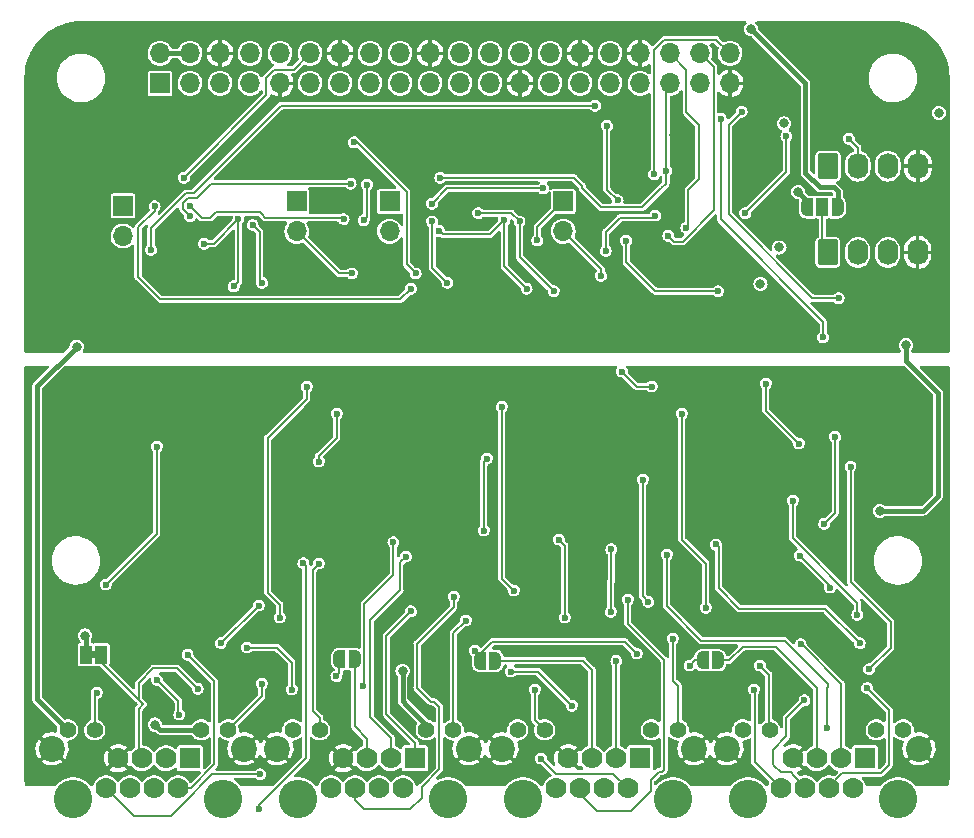
<source format=gbl>
%TF.GenerationSoftware,KiCad,Pcbnew,5.99.0-unknown-47cb7f53fd~143~ubuntu20.04.1*%
%TF.CreationDate,2021-11-23T21:15:48-08:00*%
%TF.ProjectId,acorn-serial,61636f72-6e2d-4736-9572-69616c2e6b69,rev?*%
%TF.SameCoordinates,Original*%
%TF.FileFunction,Copper,L2,Bot*%
%TF.FilePolarity,Positive*%
%FSLAX46Y46*%
G04 Gerber Fmt 4.6, Leading zero omitted, Abs format (unit mm)*
G04 Created by KiCad (PCBNEW 5.99.0-unknown-47cb7f53fd~143~ubuntu20.04.1) date 2021-11-23 21:15:48*
%MOMM*%
%LPD*%
G01*
G04 APERTURE LIST*
G04 Aperture macros list*
%AMRoundRect*
0 Rectangle with rounded corners*
0 $1 Rounding radius*
0 $2 $3 $4 $5 $6 $7 $8 $9 X,Y pos of 4 corners*
0 Add a 4 corners polygon primitive as box body*
4,1,4,$2,$3,$4,$5,$6,$7,$8,$9,$2,$3,0*
0 Add four circle primitives for the rounded corners*
1,1,$1+$1,$2,$3*
1,1,$1+$1,$4,$5*
1,1,$1+$1,$6,$7*
1,1,$1+$1,$8,$9*
0 Add four rect primitives between the rounded corners*
20,1,$1+$1,$2,$3,$4,$5,0*
20,1,$1+$1,$4,$5,$6,$7,0*
20,1,$1+$1,$6,$7,$8,$9,0*
20,1,$1+$1,$8,$9,$2,$3,0*%
%AMFreePoly0*
4,1,22,0.500000,-0.750000,0.000000,-0.750000,0.000000,-0.745033,-0.079941,-0.743568,-0.215256,-0.701293,-0.333266,-0.622738,-0.424486,-0.514219,-0.481581,-0.384460,-0.499164,-0.250000,-0.500000,-0.250000,-0.500000,0.250000,-0.499164,0.250000,-0.499963,0.256109,-0.478152,0.396186,-0.417904,0.524511,-0.324060,0.630769,-0.204165,0.706417,-0.067858,0.745374,0.000000,0.744959,0.000000,0.750000,
0.500000,0.750000,0.500000,-0.750000,0.500000,-0.750000,$1*%
%AMFreePoly1*
4,1,20,0.000000,0.744959,0.073905,0.744508,0.209726,0.703889,0.328688,0.626782,0.421226,0.519385,0.479903,0.390333,0.500000,0.250000,0.500000,-0.250000,0.499851,-0.262216,0.476331,-0.402017,0.414519,-0.529596,0.319384,-0.634700,0.198574,-0.708877,0.061801,-0.746166,0.000000,-0.745033,0.000000,-0.750000,-0.500000,-0.750000,-0.500000,0.750000,0.000000,0.750000,0.000000,0.744959,
0.000000,0.744959,$1*%
%AMFreePoly2*
4,1,22,0.550000,-0.750000,0.000000,-0.750000,0.000000,-0.745033,-0.079941,-0.743568,-0.215256,-0.701293,-0.333266,-0.622738,-0.424486,-0.514219,-0.481581,-0.384460,-0.499164,-0.250000,-0.500000,-0.250000,-0.500000,0.250000,-0.499164,0.250000,-0.499963,0.256109,-0.478152,0.396186,-0.417904,0.524511,-0.324060,0.630769,-0.204165,0.706417,-0.067858,0.745374,0.000000,0.744959,0.000000,0.750000,
0.550000,0.750000,0.550000,-0.750000,0.550000,-0.750000,$1*%
%AMFreePoly3*
4,1,20,0.000000,0.744959,0.073905,0.744508,0.209726,0.703889,0.328688,0.626782,0.421226,0.519385,0.479903,0.390333,0.500000,0.250000,0.500000,-0.250000,0.499851,-0.262216,0.476331,-0.402017,0.414519,-0.529596,0.319384,-0.634700,0.198574,-0.708877,0.061801,-0.746166,0.000000,-0.745033,0.000000,-0.750000,-0.550000,-0.750000,-0.550000,0.750000,0.000000,0.750000,0.000000,0.744959,
0.000000,0.744959,$1*%
G04 Aperture macros list end*
%TA.AperFunction,ComponentPad*%
%ADD10R,1.700000X1.700000*%
%TD*%
%TA.AperFunction,ComponentPad*%
%ADD11O,1.700000X1.700000*%
%TD*%
%TA.AperFunction,WasherPad*%
%ADD12C,3.251200*%
%TD*%
%TA.AperFunction,ComponentPad*%
%ADD13R,1.778000X1.778000*%
%TD*%
%TA.AperFunction,ComponentPad*%
%ADD14C,1.778000*%
%TD*%
%TA.AperFunction,ComponentPad*%
%ADD15C,1.400000*%
%TD*%
%TA.AperFunction,ComponentPad*%
%ADD16C,2.200000*%
%TD*%
%TA.AperFunction,ComponentPad*%
%ADD17RoundRect,0.250000X-0.620000X-0.845000X0.620000X-0.845000X0.620000X0.845000X-0.620000X0.845000X0*%
%TD*%
%TA.AperFunction,ComponentPad*%
%ADD18O,1.740000X2.190000*%
%TD*%
%TA.AperFunction,SMDPad,CuDef*%
%ADD19FreePoly0,180.000000*%
%TD*%
%TA.AperFunction,SMDPad,CuDef*%
%ADD20FreePoly1,180.000000*%
%TD*%
%TA.AperFunction,SMDPad,CuDef*%
%ADD21R,1.000000X1.500000*%
%TD*%
%TA.AperFunction,SMDPad,CuDef*%
%ADD22FreePoly2,0.000000*%
%TD*%
%TA.AperFunction,SMDPad,CuDef*%
%ADD23FreePoly3,0.000000*%
%TD*%
%TA.AperFunction,ViaPad*%
%ADD24C,0.800000*%
%TD*%
%TA.AperFunction,ViaPad*%
%ADD25C,0.600000*%
%TD*%
%TA.AperFunction,Conductor*%
%ADD26C,0.400000*%
%TD*%
%TA.AperFunction,Conductor*%
%ADD27C,0.200000*%
%TD*%
G04 APERTURE END LIST*
G36*
X114790000Y-113670000D02*
G01*
X114290000Y-113670000D01*
X114290000Y-113070000D01*
X114790000Y-113070000D01*
X114790000Y-113670000D01*
G37*
D10*
X131750000Y-75000000D03*
D11*
X131750000Y-77540000D03*
D10*
X154300000Y-75000000D03*
D11*
X154300000Y-77540000D03*
D12*
X144544000Y-125586000D03*
X131844000Y-125586000D03*
D13*
X141749000Y-122156000D03*
D14*
X140729000Y-124696000D03*
X139719000Y-122156000D03*
X138699000Y-124696000D03*
X137689000Y-122156000D03*
X136669000Y-124696000D03*
X135659000Y-122156000D03*
X134639000Y-124696000D03*
D15*
X144989000Y-119746000D03*
X142699000Y-119746000D03*
X133689000Y-119746000D03*
X131399000Y-119746000D03*
D16*
X130064000Y-121346000D03*
X146324000Y-121346000D03*
D12*
X125494000Y-125586000D03*
X112794000Y-125586000D03*
D13*
X122699000Y-122156000D03*
D14*
X121679000Y-124696000D03*
X120669000Y-122156000D03*
X119649000Y-124696000D03*
X118639000Y-122156000D03*
X117619000Y-124696000D03*
X116609000Y-122156000D03*
X115589000Y-124696000D03*
D15*
X125939000Y-119746000D03*
X123649000Y-119746000D03*
X114639000Y-119746000D03*
X112349000Y-119746000D03*
D16*
X111014000Y-121346000D03*
X127274000Y-121346000D03*
D12*
X163594000Y-125586000D03*
X150894000Y-125586000D03*
D13*
X160799000Y-122156000D03*
D14*
X159779000Y-124696000D03*
X158769000Y-122156000D03*
X157749000Y-124696000D03*
X156739000Y-122156000D03*
X155719000Y-124696000D03*
X154709000Y-122156000D03*
X153689000Y-124696000D03*
D15*
X164039000Y-119746000D03*
X161749000Y-119746000D03*
X152739000Y-119746000D03*
X150449000Y-119746000D03*
D16*
X149114000Y-121346000D03*
X165374000Y-121346000D03*
D10*
X117031000Y-75382000D03*
D11*
X117031000Y-77922000D03*
D10*
X139600000Y-75000000D03*
D11*
X139600000Y-77540000D03*
D12*
X169944000Y-125586000D03*
X182644000Y-125586000D03*
D13*
X179849000Y-122156000D03*
D14*
X178829000Y-124696000D03*
X177819000Y-122156000D03*
X176799000Y-124696000D03*
X175789000Y-122156000D03*
X174769000Y-124696000D03*
X173759000Y-122156000D03*
X172739000Y-124696000D03*
D15*
X183089000Y-119746000D03*
X180799000Y-119746000D03*
X171789000Y-119746000D03*
X169499000Y-119746000D03*
D16*
X168164000Y-121346000D03*
X184424000Y-121346000D03*
D17*
X176690000Y-79320000D03*
D18*
X179230000Y-79320000D03*
X181770000Y-79320000D03*
X184310000Y-79320000D03*
D17*
X176710000Y-72020000D03*
D18*
X179250000Y-72020000D03*
X181790000Y-72020000D03*
X184330000Y-72020000D03*
D10*
X120160000Y-65006000D03*
D11*
X120160000Y-62466000D03*
X122700000Y-65006000D03*
X122700000Y-62466000D03*
X125240000Y-65006000D03*
X125240000Y-62466000D03*
X127780000Y-65006000D03*
X127780000Y-62466000D03*
X130320000Y-65006000D03*
X130320000Y-62466000D03*
X132860000Y-65006000D03*
X132860000Y-62466000D03*
X135400000Y-65006000D03*
X135400000Y-62466000D03*
X137940000Y-65006000D03*
X137940000Y-62466000D03*
X140480000Y-65006000D03*
X140480000Y-62466000D03*
X143020000Y-65006000D03*
X143020000Y-62466000D03*
X145560000Y-65006000D03*
X145560000Y-62466000D03*
X148100000Y-65006000D03*
X148100000Y-62466000D03*
X150640000Y-65006000D03*
X150640000Y-62466000D03*
X153180000Y-65006000D03*
X153180000Y-62466000D03*
X155720000Y-65006000D03*
X155720000Y-62466000D03*
X158260000Y-65006000D03*
X158260000Y-62466000D03*
X160800000Y-65006000D03*
X160800000Y-62466000D03*
X163340000Y-65006000D03*
X163340000Y-62466000D03*
X165880000Y-65006000D03*
X165880000Y-62466000D03*
X168420000Y-65006000D03*
X168420000Y-62466000D03*
D19*
X167400000Y-113850000D03*
D20*
X166100000Y-113850000D03*
D21*
X115190000Y-113370000D03*
X113890000Y-113370000D03*
D19*
X148550000Y-113900000D03*
D20*
X147250000Y-113900000D03*
D22*
X174950000Y-75500000D03*
D21*
X176250000Y-75500000D03*
D23*
X177550000Y-75500000D03*
D19*
X136650000Y-113750000D03*
D20*
X135350000Y-113750000D03*
D24*
X127800000Y-71400000D03*
D25*
X112611000Y-84939000D03*
X112268000Y-84342000D03*
D24*
X124400000Y-84400000D03*
X141740212Y-73949470D03*
X165800000Y-78400000D03*
X174250000Y-84900000D03*
X150800000Y-71400000D03*
X146700000Y-81400000D03*
D25*
X112020000Y-73436000D03*
D24*
X121200000Y-69400000D03*
X151025000Y-84325000D03*
X164200500Y-76000000D03*
X160600000Y-74100000D03*
X123455378Y-72855378D03*
D25*
X113284000Y-85104000D03*
D24*
X184400000Y-82900000D03*
X144000000Y-69400000D03*
X169600000Y-71400000D03*
X164500000Y-84875000D03*
X145500000Y-75600000D03*
X119600000Y-73400000D03*
X124800000Y-81200000D03*
X163699500Y-69352750D03*
X136775000Y-85225000D03*
X140700000Y-114750000D03*
X119725000Y-119300000D03*
X174200000Y-74200000D03*
X183325000Y-87175000D03*
X113100000Y-87300000D03*
X181100000Y-101200000D03*
D25*
X144500000Y-81900000D03*
X143200000Y-76700000D03*
X157900000Y-79200000D03*
X122700000Y-75400000D03*
X163200000Y-77900000D03*
X162100000Y-76200000D03*
X135700000Y-76500000D03*
X122701498Y-76249320D03*
X163000000Y-72400000D03*
X136300000Y-73500000D03*
X143900000Y-73000000D03*
X119700000Y-75400000D03*
X141400000Y-82400000D03*
X137676089Y-73576089D03*
X152600000Y-73900000D03*
X143200000Y-75200000D03*
X162000000Y-72700000D03*
X137400000Y-76600000D03*
X122500000Y-113375000D03*
X136600000Y-70000000D03*
X141800000Y-81100000D03*
X119400000Y-79100000D03*
X157000000Y-66900000D03*
X119925000Y-115525000D03*
X121800000Y-118450000D03*
X150600000Y-76700000D03*
X147100000Y-76000000D03*
X153500000Y-82600000D03*
X143799500Y-77500000D03*
X151200000Y-82400000D03*
X149300000Y-76600000D03*
X152100000Y-78300000D03*
X159623911Y-78323911D03*
X167400000Y-82600000D03*
X157500000Y-81300000D03*
X139925000Y-103850000D03*
X137350000Y-116000000D03*
X126800000Y-76499500D03*
X126400000Y-82200000D03*
X123900000Y-78600000D03*
X128800000Y-81900000D03*
X128000000Y-77000000D03*
X136400000Y-81100000D03*
X141400000Y-109700000D03*
X152400000Y-122174000D03*
X154432000Y-110236000D03*
X153924000Y-103632000D03*
X155025000Y-117700000D03*
X149860000Y-114808000D03*
X167225000Y-104050000D03*
X179400000Y-112400000D03*
X163068000Y-104902000D03*
X176650000Y-119550000D03*
X132300000Y-105625000D03*
X128575000Y-126475000D03*
X125300000Y-112400000D03*
X128524000Y-109220000D03*
X145034000Y-108458000D03*
X140975000Y-105075000D03*
X159766000Y-108712000D03*
X158800000Y-113900000D03*
X158325000Y-109750000D03*
X158375000Y-104450000D03*
X176900000Y-107700000D03*
X174338589Y-104986411D03*
X174725000Y-117250000D03*
X174400000Y-112500000D03*
X132588000Y-90678000D03*
X130302000Y-110236000D03*
X128778000Y-115824000D03*
X114808000Y-116586000D03*
X115570000Y-107442000D03*
X119888000Y-95758000D03*
X180025000Y-116200000D03*
X180200000Y-114600000D03*
X178625000Y-97450000D03*
X123350000Y-116275000D03*
X146812000Y-113030000D03*
X131318000Y-116332000D03*
X165000000Y-114300000D03*
X160528000Y-113284000D03*
X127508000Y-112776000D03*
X135100000Y-115200000D03*
X177325000Y-94925000D03*
X128625000Y-123500000D03*
X176400000Y-102300000D03*
X170434000Y-116332000D03*
X147574000Y-102870000D03*
X147828000Y-96774000D03*
X146050000Y-110490000D03*
X133604000Y-97028000D03*
X135128000Y-92964000D03*
X133604000Y-105664000D03*
X163576000Y-112014000D03*
X161500000Y-108900000D03*
X161036000Y-98552000D03*
X159258000Y-89408000D03*
X161798000Y-90678000D03*
X151892000Y-116332000D03*
X150114000Y-107950000D03*
X149098000Y-92400000D03*
X173736000Y-100330000D03*
X179200000Y-110000000D03*
X171450000Y-90424000D03*
X174244000Y-95504000D03*
X170942000Y-114300000D03*
X164338000Y-92964000D03*
X166370000Y-109400000D03*
X112014000Y-93740000D03*
D24*
X170200000Y-106725000D03*
D25*
X113030000Y-93232000D03*
D24*
X157125000Y-106775000D03*
X171450000Y-108204000D03*
X164275000Y-106750000D03*
X130900000Y-107075000D03*
X143350000Y-106775000D03*
X136906000Y-90170000D03*
X165250000Y-91550000D03*
X174225000Y-91225000D03*
X124100000Y-90550000D03*
X137275000Y-106650000D03*
X126825000Y-106650000D03*
X161400000Y-92475000D03*
X151550000Y-106775000D03*
X181500000Y-89975000D03*
X180600000Y-96600000D03*
X175125000Y-98375000D03*
X151725000Y-91950000D03*
D25*
X112268000Y-92724000D03*
X169400000Y-67400000D03*
X177629003Y-83199500D03*
X167629011Y-68000000D03*
X176300000Y-86500000D03*
X122200000Y-73000000D03*
D24*
X170200000Y-60400000D03*
D25*
X158000000Y-68600000D03*
X158900000Y-74900500D03*
X164726089Y-77226089D03*
D24*
X113792000Y-111760000D03*
X173000000Y-68400000D03*
D25*
X169700000Y-76000000D03*
X173200000Y-69500000D03*
X178500000Y-69700000D03*
D24*
X186100000Y-67500000D03*
X172600000Y-78900000D03*
X171000000Y-82000000D03*
D26*
X186050000Y-91225000D02*
X186050000Y-99950000D01*
X140700000Y-117300000D02*
X140700000Y-114750000D01*
X174950000Y-75500000D02*
X174950000Y-74950000D01*
X109728000Y-90672000D02*
X113100000Y-87300000D01*
X142699000Y-119746000D02*
X142699000Y-119299000D01*
X174950000Y-74950000D02*
X174200000Y-74200000D01*
X141000000Y-117600000D02*
X140700000Y-117300000D01*
X120171000Y-119746000D02*
X119725000Y-119300000D01*
X186050000Y-99950000D02*
X184800000Y-101200000D01*
X184800000Y-101200000D02*
X181100000Y-101200000D01*
X123649000Y-119746000D02*
X120171000Y-119746000D01*
X183325000Y-87175000D02*
X183325000Y-88500000D01*
X112349000Y-119746000D02*
X109728000Y-117125000D01*
X183325000Y-88500000D02*
X186050000Y-91225000D01*
X109728000Y-117125000D02*
X109728000Y-90672000D01*
X142699000Y-119299000D02*
X141000000Y-117600000D01*
D27*
X135700000Y-76500000D02*
X135590489Y-76390489D01*
X124900000Y-75900000D02*
X124400000Y-76400000D01*
X124400000Y-76400000D02*
X123700000Y-76400000D01*
X128600000Y-75900000D02*
X125800000Y-75900000D01*
X123700000Y-76400000D02*
X122700000Y-75400000D01*
X162100000Y-76200000D02*
X161900000Y-76400000D01*
X125800000Y-75900000D02*
X124900000Y-75900000D01*
X128800000Y-76100000D02*
X128600000Y-75900000D01*
X161900000Y-76400000D02*
X159100000Y-76400000D01*
X163700000Y-78400000D02*
X163200000Y-77900000D01*
X129090489Y-76390489D02*
X128800000Y-76100000D01*
X164400000Y-78400000D02*
X163700000Y-78400000D01*
X143200000Y-80600000D02*
X143200000Y-76700000D01*
X157900000Y-77600000D02*
X157900000Y-79200000D01*
X165880000Y-62466000D02*
X167029511Y-63615511D01*
X144500000Y-81900000D02*
X143200000Y-80600000D01*
X159100000Y-76400000D02*
X157900000Y-77600000D01*
X167029511Y-75770489D02*
X164400000Y-78400000D01*
X167029511Y-63615511D02*
X167029511Y-75770489D01*
X135590489Y-76390489D02*
X129090489Y-76390489D01*
X161000000Y-75500000D02*
X157500000Y-75500000D01*
X163000000Y-72400000D02*
X163000000Y-73500000D01*
X124452176Y-73500000D02*
X123251677Y-74700499D01*
X155200000Y-73000000D02*
X143900000Y-73000000D01*
X155900000Y-73900000D02*
X155900000Y-73700000D01*
X163000000Y-73500000D02*
X162600000Y-73900000D01*
X157500000Y-75500000D02*
X155900000Y-73900000D01*
X163000000Y-65346000D02*
X163000000Y-72400000D01*
X122551677Y-74700499D02*
X122100499Y-75151677D01*
X122100499Y-75151677D02*
X122100499Y-75648321D01*
X163340000Y-65006000D02*
X163000000Y-65346000D01*
X123251677Y-74700499D02*
X122551677Y-74700499D01*
X136300000Y-73500000D02*
X124452176Y-73500000D01*
X162600000Y-73900000D02*
X161000000Y-75500000D01*
X155900000Y-73700000D02*
X155200000Y-73000000D01*
X122100499Y-75648321D02*
X122701498Y-76249320D01*
X168420000Y-62466000D02*
X167270489Y-61316489D01*
X118300000Y-77200000D02*
X118300000Y-81400000D01*
X119700000Y-75800000D02*
X118300000Y-77200000D01*
X152600000Y-73900000D02*
X144500000Y-73900000D01*
X144500000Y-73900000D02*
X143200000Y-75200000D01*
X137676089Y-73576089D02*
X137676089Y-76323911D01*
X167270489Y-61316489D02*
X162863856Y-61316489D01*
X119700000Y-75400000D02*
X119700000Y-75800000D01*
X118300000Y-81400000D02*
X120200000Y-83300000D01*
X162000000Y-62180345D02*
X162000000Y-72700000D01*
X162863856Y-61316489D02*
X162000000Y-62180345D01*
X137676089Y-76323911D02*
X137400000Y-76600000D01*
X120200000Y-83300000D02*
X140500000Y-83300000D01*
X140500000Y-83300000D02*
X141400000Y-82400000D01*
X124775000Y-122675000D02*
X122754000Y-124696000D01*
X122500000Y-113375000D02*
X124775000Y-115650000D01*
X122754000Y-124696000D02*
X121679000Y-124696000D01*
X124775000Y-115650000D02*
X124775000Y-122675000D01*
X136824022Y-70000000D02*
X141040711Y-74216689D01*
X141040711Y-74216689D02*
X141040711Y-80340711D01*
X136600000Y-70000000D02*
X136824022Y-70000000D01*
X141040711Y-80340711D02*
X141800000Y-81100000D01*
X119400000Y-77287182D02*
X119400000Y-79100000D01*
X157000000Y-66900000D02*
X130400000Y-66900000D01*
X122999011Y-74300989D02*
X122386193Y-74300989D01*
X122386193Y-74300989D02*
X119400000Y-77287182D01*
X130400000Y-66900000D02*
X122999011Y-74300989D01*
X121725000Y-117650000D02*
X121725000Y-118375000D01*
X121725000Y-117325000D02*
X121725000Y-117650000D01*
X121725000Y-118375000D02*
X121800000Y-118450000D01*
X119925000Y-115525000D02*
X121725000Y-117325000D01*
X149900000Y-76000000D02*
X150600000Y-76700000D01*
X147100000Y-76000000D02*
X149900000Y-76000000D01*
X150600000Y-76700000D02*
X150600000Y-79700000D01*
X150600000Y-79700000D02*
X153500000Y-82600000D01*
X149300000Y-80500000D02*
X151200000Y-82400000D01*
X148100000Y-77800000D02*
X144099500Y-77800000D01*
X149300000Y-76600000D02*
X149300000Y-80500000D01*
X144099500Y-77800000D02*
X143799500Y-77500000D01*
X149300000Y-76600000D02*
X148100000Y-77800000D01*
X152100000Y-77200000D02*
X154300000Y-75000000D01*
X159623911Y-80123911D02*
X159623911Y-78323911D01*
X167400000Y-82600000D02*
X162100000Y-82600000D01*
X162100000Y-82600000D02*
X159623911Y-80123911D01*
X152100000Y-78300000D02*
X152100000Y-77200000D01*
X157500000Y-81300000D02*
X157500000Y-80740000D01*
X157500000Y-80740000D02*
X154300000Y-77540000D01*
X137454624Y-109095376D02*
X137625000Y-108925000D01*
X137350000Y-116000000D02*
X137454624Y-115895376D01*
X137454624Y-115895376D02*
X137454624Y-109095376D01*
X137625000Y-108925000D02*
X139925000Y-106625000D01*
X139925000Y-106625000D02*
X139925000Y-103850000D01*
X124699500Y-78600000D02*
X123900000Y-78600000D01*
X126400000Y-82200000D02*
X126800000Y-81800000D01*
X126800000Y-81800000D02*
X126800000Y-76499500D01*
X126800000Y-76499500D02*
X124699500Y-78600000D01*
X128600000Y-81700000D02*
X128800000Y-81900000D01*
X128000000Y-77000000D02*
X128600000Y-77600000D01*
X128600000Y-77600000D02*
X128600000Y-81700000D01*
X131750000Y-77540000D02*
X135310000Y-81100000D01*
X135310000Y-81100000D02*
X136400000Y-81100000D01*
X139325000Y-111775000D02*
X141400000Y-109700000D01*
X139325000Y-118425000D02*
X139325000Y-111775000D01*
X141749000Y-120849000D02*
X139325000Y-118425000D01*
X141749000Y-122156000D02*
X141749000Y-120849000D01*
X154432000Y-104140000D02*
X153924000Y-103632000D01*
X153670000Y-123444000D02*
X158527000Y-123444000D01*
X154432000Y-110236000D02*
X154432000Y-104140000D01*
X152400000Y-122174000D02*
X153670000Y-123444000D01*
X158527000Y-123444000D02*
X159779000Y-124696000D01*
X149860000Y-114808000D02*
X152133000Y-114808000D01*
X152133000Y-114808000D02*
X155025000Y-117700000D01*
X167475000Y-107750000D02*
X169199000Y-109474000D01*
X167475000Y-104300000D02*
X167475000Y-107750000D01*
X167225000Y-104050000D02*
X167475000Y-104300000D01*
X176474000Y-109474000D02*
X179400000Y-112400000D01*
X169199000Y-109474000D02*
X176474000Y-109474000D01*
X176700000Y-116150000D02*
X176650000Y-116200000D01*
X176700000Y-115850000D02*
X176700000Y-116150000D01*
X176650000Y-116200000D02*
X176650000Y-119550000D01*
X163068000Y-109293000D02*
X165975000Y-112200000D01*
X173050000Y-112200000D02*
X176700000Y-115850000D01*
X163068000Y-104902000D02*
X163068000Y-109293000D01*
X165975000Y-112200000D02*
X173050000Y-112200000D01*
X132525000Y-118850000D02*
X132525000Y-105850000D01*
X132525000Y-105850000D02*
X132300000Y-105625000D01*
X128575000Y-126100000D02*
X132300000Y-122375000D01*
X132525000Y-122150000D02*
X132525000Y-118850000D01*
X132300000Y-122375000D02*
X132525000Y-122150000D01*
X128575000Y-126475000D02*
X128575000Y-126100000D01*
X128524000Y-109220000D02*
X125344000Y-112400000D01*
X125344000Y-112400000D02*
X125300000Y-112400000D01*
X136669000Y-125669000D02*
X136669000Y-124696000D01*
X141925000Y-116200000D02*
X143100000Y-117375000D01*
X142350000Y-124550000D02*
X142350000Y-125475000D01*
X142350000Y-125475000D02*
X141350000Y-126475000D01*
X145034000Y-109341000D02*
X141925000Y-112450000D01*
X143825000Y-123075000D02*
X142350000Y-124550000D01*
X141925000Y-112450000D02*
X141925000Y-116200000D01*
X143825000Y-117825000D02*
X143825000Y-123075000D01*
X143100000Y-117375000D02*
X143375000Y-117375000D01*
X137475000Y-126475000D02*
X136669000Y-125669000D01*
X141350000Y-126475000D02*
X137475000Y-126475000D01*
X143375000Y-117375000D02*
X143825000Y-117825000D01*
X145034000Y-108458000D02*
X145034000Y-109341000D01*
X137975000Y-110425000D02*
X140475000Y-107925000D01*
X139719000Y-122156000D02*
X139719000Y-120419000D01*
X139719000Y-120419000D02*
X137975000Y-118675000D01*
X140475000Y-107925000D02*
X140475000Y-105575000D01*
X137975000Y-118675000D02*
X137975000Y-110425000D01*
X140475000Y-105575000D02*
X140975000Y-105075000D01*
X159766000Y-110744000D02*
X162850000Y-113828000D01*
X162375000Y-123275000D02*
X161700000Y-123950000D01*
X162850000Y-123125000D02*
X162700000Y-123275000D01*
X161700000Y-123950000D02*
X161700000Y-124950000D01*
X162700000Y-123275000D02*
X162375000Y-123275000D01*
X160025000Y-126625000D02*
X157175000Y-126625000D01*
X162850000Y-113828000D02*
X162850000Y-123125000D01*
X159766000Y-108712000D02*
X159766000Y-110744000D01*
X155719000Y-125169000D02*
X155719000Y-124696000D01*
X161700000Y-124950000D02*
X160025000Y-126625000D01*
X157175000Y-126625000D02*
X155719000Y-125169000D01*
X158350000Y-107150000D02*
X158375000Y-107125000D01*
X158325000Y-107175000D02*
X158350000Y-107150000D01*
X158769000Y-122156000D02*
X158769000Y-113931000D01*
X158375000Y-107125000D02*
X158375000Y-104450000D01*
X158769000Y-113931000D02*
X158800000Y-113900000D01*
X158325000Y-109750000D02*
X158325000Y-107175000D01*
X173200000Y-118775000D02*
X174725000Y-117250000D01*
X172075000Y-122675000D02*
X172075000Y-121425000D01*
X172750000Y-123350000D02*
X172175000Y-122775000D01*
X173200000Y-120300000D02*
X173200000Y-118775000D01*
X176900000Y-107525000D02*
X176900000Y-107700000D01*
X172775000Y-123350000D02*
X172750000Y-123350000D01*
X172075000Y-121425000D02*
X173200000Y-120300000D01*
X173600000Y-123350000D02*
X172775000Y-123350000D01*
X172175000Y-122775000D02*
X172075000Y-122675000D01*
X174769000Y-124696000D02*
X174769000Y-124519000D01*
X174769000Y-124519000D02*
X173875000Y-123625000D01*
X174361411Y-104986411D02*
X176900000Y-107525000D01*
X174338589Y-104986411D02*
X174361411Y-104986411D01*
X173875000Y-123625000D02*
X173600000Y-123350000D01*
X177819000Y-115844000D02*
X177819000Y-122156000D01*
X174400000Y-112500000D02*
X174475000Y-112500000D01*
X174475000Y-112500000D02*
X177819000Y-115844000D01*
X128778000Y-115824000D02*
X128778000Y-116907000D01*
X130302000Y-109137741D02*
X130302000Y-110236000D01*
X129286000Y-108121741D02*
X130302000Y-109137741D01*
X132588000Y-90678000D02*
X132588000Y-91694000D01*
X128778000Y-116907000D02*
X125939000Y-119746000D01*
X132588000Y-91694000D02*
X129286000Y-94996000D01*
X129286000Y-94996000D02*
X129286000Y-108121741D01*
X114808000Y-116586000D02*
X114639000Y-116755000D01*
X119888000Y-103124000D02*
X115570000Y-107442000D01*
X119888000Y-95758000D02*
X119888000Y-103124000D01*
X114639000Y-116755000D02*
X114639000Y-119746000D01*
X181525000Y-123075000D02*
X181900000Y-122700000D01*
X181900000Y-118075000D02*
X180025000Y-116200000D01*
X180350000Y-123400000D02*
X181200000Y-123400000D01*
X181900000Y-122700000D02*
X181900000Y-119050000D01*
X182025000Y-110625000D02*
X182025000Y-112775000D01*
X182025000Y-112775000D02*
X180200000Y-114600000D01*
X181200000Y-123400000D02*
X181525000Y-123075000D01*
X177950000Y-123400000D02*
X180350000Y-123400000D01*
X176799000Y-124696000D02*
X176799000Y-124551000D01*
X181900000Y-119050000D02*
X181900000Y-118075000D01*
X178625000Y-97450000D02*
X178625000Y-107225000D01*
X176799000Y-124551000D02*
X177825000Y-123525000D01*
X178625000Y-107225000D02*
X182025000Y-110625000D01*
X177825000Y-123525000D02*
X177950000Y-123400000D01*
X130302000Y-113030000D02*
X130048000Y-112776000D01*
X115190000Y-113370000D02*
X115190000Y-114015000D01*
X118750000Y-117575000D02*
X118364000Y-117961000D01*
X148300000Y-112300000D02*
X147250000Y-113350000D01*
X131318000Y-116332000D02*
X131318000Y-114046000D01*
X160528000Y-113284000D02*
X159544000Y-112300000D01*
X130048000Y-112776000D02*
X127508000Y-112776000D01*
X118364000Y-117961000D02*
X118364000Y-121881000D01*
X147250000Y-113350000D02*
X147250000Y-113900000D01*
X147250000Y-113468000D02*
X147250000Y-113900000D01*
X118364000Y-121881000D02*
X118639000Y-122156000D01*
X118364000Y-117189000D02*
X118364000Y-115786000D01*
X135350000Y-113750000D02*
X135350000Y-114950000D01*
X115190000Y-114015000D02*
X118750000Y-117575000D01*
X118364000Y-115786000D02*
X119600000Y-114550000D01*
X146812000Y-113030000D02*
X147250000Y-113468000D01*
X119600000Y-114550000D02*
X121625000Y-114550000D01*
X121625000Y-114550000D02*
X123350000Y-116275000D01*
X135350000Y-114950000D02*
X135100000Y-115200000D01*
X118750000Y-117575000D02*
X118364000Y-117189000D01*
X166100000Y-113850000D02*
X165450000Y-113850000D01*
X159544000Y-112300000D02*
X148300000Y-112300000D01*
X131318000Y-114046000D02*
X130302000Y-113030000D01*
X165450000Y-113850000D02*
X165000000Y-114300000D01*
X117943000Y-127050000D02*
X119075000Y-127050000D01*
X170525000Y-116423000D02*
X170525000Y-122482000D01*
X122025000Y-126075000D02*
X124600000Y-123500000D01*
X177325000Y-101375000D02*
X176400000Y-102300000D01*
X121050000Y-127050000D02*
X122025000Y-126075000D01*
X170525000Y-122482000D02*
X172739000Y-124696000D01*
X177325000Y-94925000D02*
X177325000Y-101375000D01*
X170434000Y-116332000D02*
X170525000Y-116423000D01*
X124600000Y-123500000D02*
X128625000Y-123500000D01*
X119075000Y-127050000D02*
X121050000Y-127050000D01*
X115589000Y-124696000D02*
X117943000Y-127050000D01*
X168375000Y-113850000D02*
X169500000Y-112725000D01*
X169500000Y-112725000D02*
X172350000Y-112725000D01*
X167400000Y-113850000D02*
X168375000Y-113850000D01*
X175789000Y-116164000D02*
X175789000Y-122156000D01*
X172350000Y-112725000D02*
X175789000Y-116164000D01*
X137689000Y-120489000D02*
X136650000Y-119450000D01*
X136650000Y-119450000D02*
X136650000Y-113750000D01*
X137689000Y-122156000D02*
X137689000Y-120489000D01*
X147574000Y-97028000D02*
X147828000Y-96774000D01*
X144989000Y-119746000D02*
X144989000Y-111551000D01*
X144989000Y-111551000D02*
X146050000Y-110490000D01*
X147574000Y-102870000D02*
X147574000Y-97028000D01*
X133096000Y-106172000D02*
X133604000Y-105664000D01*
X133604000Y-96520000D02*
X135128000Y-94996000D01*
X135128000Y-94996000D02*
X135128000Y-92964000D01*
X133689000Y-118703000D02*
X133096000Y-118110000D01*
X133604000Y-97028000D02*
X133604000Y-96520000D01*
X133689000Y-119746000D02*
X133689000Y-118703000D01*
X133096000Y-118110000D02*
X133096000Y-106172000D01*
X148550000Y-113900000D02*
X156000000Y-113900000D01*
X156739000Y-114639000D02*
X156739000Y-122156000D01*
X156000000Y-113900000D02*
X156739000Y-114639000D01*
X161798000Y-90678000D02*
X160528000Y-90678000D01*
X161036000Y-98552000D02*
X161036000Y-108436000D01*
X164039000Y-119746000D02*
X164039000Y-116033000D01*
X160528000Y-90678000D02*
X159258000Y-89408000D01*
X164039000Y-116033000D02*
X163576000Y-115570000D01*
X163576000Y-115570000D02*
X163576000Y-112014000D01*
X161036000Y-108436000D02*
X161500000Y-108900000D01*
X151892000Y-116332000D02*
X151892000Y-118899000D01*
X151892000Y-118899000D02*
X152739000Y-119746000D01*
X149098000Y-106934000D02*
X149098000Y-92400000D01*
X150114000Y-107950000D02*
X149098000Y-106934000D01*
X179200000Y-109000000D02*
X179200000Y-110000000D01*
X171450000Y-92710000D02*
X174244000Y-95504000D01*
X173736000Y-100330000D02*
X173736000Y-103536000D01*
X173736000Y-103536000D02*
X179200000Y-109000000D01*
X171450000Y-90424000D02*
X171450000Y-92710000D01*
X164338000Y-103632000D02*
X166370000Y-105664000D01*
X166370000Y-105664000D02*
X166370000Y-109400000D01*
X170942000Y-114300000D02*
X171704000Y-115062000D01*
X171704000Y-119661000D02*
X171789000Y-119746000D01*
X171704000Y-115062000D02*
X171704000Y-119661000D01*
X164338000Y-92964000D02*
X164338000Y-103632000D01*
X169400000Y-67400000D02*
X168300000Y-68500000D01*
X175399500Y-83199500D02*
X177629003Y-83199500D01*
X168300000Y-76100000D02*
X175399500Y-83199500D01*
X168300000Y-68500000D02*
X168300000Y-76100000D01*
X176300000Y-85200000D02*
X167629011Y-76529011D01*
X176300000Y-86500000D02*
X176300000Y-85200000D01*
X167629011Y-76529011D02*
X167629011Y-68000000D01*
X131469511Y-63856489D02*
X132860000Y-62466000D01*
X129170489Y-66029511D02*
X129170489Y-64529856D01*
X122200000Y-73000000D02*
X129170489Y-66029511D01*
X129843856Y-63856489D02*
X131469511Y-63856489D01*
X129170489Y-64529856D02*
X129843856Y-63856489D01*
D26*
X176000000Y-73800000D02*
X177200000Y-73800000D01*
X174800000Y-72600000D02*
X176000000Y-73800000D01*
X174800000Y-65000000D02*
X174800000Y-72600000D01*
X170200000Y-60400000D02*
X174800000Y-65000000D01*
X177550000Y-75500000D02*
X177550000Y-74150000D01*
X177550000Y-74150000D02*
X177200000Y-73800000D01*
X122700000Y-62466000D02*
X120160000Y-62466000D01*
D27*
X158000000Y-68600000D02*
X158000000Y-74000500D01*
X158000000Y-74000500D02*
X158900000Y-74900500D01*
X164730489Y-67430489D02*
X165800000Y-68500000D01*
X165800000Y-68500000D02*
X165800000Y-73100000D01*
X164730489Y-63856489D02*
X164730489Y-67430489D01*
X163340000Y-62466000D02*
X164730489Y-63856489D01*
X165800000Y-73100000D02*
X164900000Y-74000000D01*
X164900000Y-77052178D02*
X164726089Y-77226089D01*
X164900000Y-74000000D02*
X164900000Y-77052178D01*
D26*
X113792000Y-111760000D02*
X113890000Y-111858000D01*
X113890000Y-111858000D02*
X113890000Y-113370000D01*
D27*
X176250000Y-75500000D02*
X176250000Y-78580000D01*
X176250000Y-78580000D02*
X176690000Y-79020000D01*
X173200000Y-72500000D02*
X173200000Y-69500000D01*
X169700000Y-76000000D02*
X173200000Y-72500000D01*
X179250000Y-70450000D02*
X179250000Y-71750000D01*
X178500000Y-69700000D02*
X179250000Y-70450000D01*
%TA.AperFunction,Conductor*%
G36*
X169770635Y-59760002D02*
G01*
X169817128Y-59813658D01*
X169827232Y-59883932D01*
X169797738Y-59948512D01*
X169779218Y-59965962D01*
X169778268Y-59966691D01*
X169778264Y-59966695D01*
X169771718Y-59971718D01*
X169675464Y-60097159D01*
X169614956Y-60243238D01*
X169594318Y-60400000D01*
X169614956Y-60556762D01*
X169675464Y-60702841D01*
X169771718Y-60828282D01*
X169897159Y-60924536D01*
X170043238Y-60985044D01*
X170051426Y-60986122D01*
X170200000Y-61005682D01*
X170199616Y-61008596D01*
X170254142Y-61024606D01*
X170275116Y-61041509D01*
X174362595Y-65128987D01*
X174396621Y-65191299D01*
X174399500Y-65218082D01*
X174399500Y-72663433D01*
X174402564Y-72672864D01*
X174402565Y-72672868D01*
X174406297Y-72684353D01*
X174410913Y-72703578D01*
X174412355Y-72712680D01*
X174414354Y-72725304D01*
X174418855Y-72734137D01*
X174418856Y-72734141D01*
X174424341Y-72744906D01*
X174431905Y-72763166D01*
X174438704Y-72784090D01*
X174451639Y-72801893D01*
X174461965Y-72818745D01*
X174471950Y-72838342D01*
X174494513Y-72860905D01*
X174494516Y-72860909D01*
X175671950Y-74038342D01*
X175761658Y-74128050D01*
X175770492Y-74132551D01*
X175770493Y-74132552D01*
X175781259Y-74138038D01*
X175798116Y-74148368D01*
X175815910Y-74161296D01*
X175836832Y-74168094D01*
X175855093Y-74175658D01*
X175865861Y-74181145D01*
X175865865Y-74181146D01*
X175874696Y-74185646D01*
X175884485Y-74187197D01*
X175884493Y-74187199D01*
X175896427Y-74189089D01*
X175915647Y-74193703D01*
X175927133Y-74197435D01*
X175927140Y-74197436D01*
X175936567Y-74200499D01*
X175968477Y-74200499D01*
X175968481Y-74200500D01*
X176981917Y-74200500D01*
X177050038Y-74220502D01*
X177071012Y-74237405D01*
X177112595Y-74278988D01*
X177146621Y-74341300D01*
X177149500Y-74368083D01*
X177149500Y-74419572D01*
X177129498Y-74487693D01*
X177075842Y-74534186D01*
X177023500Y-74545572D01*
X177000000Y-74545572D01*
X176921769Y-74561133D01*
X176917888Y-74563726D01*
X176852630Y-74570743D01*
X176834761Y-74565496D01*
X176828231Y-74561133D01*
X176769748Y-74549500D01*
X175730252Y-74549500D01*
X175671769Y-74561133D01*
X175667888Y-74563726D01*
X175602630Y-74570743D01*
X175584761Y-74565496D01*
X175578231Y-74561133D01*
X175500000Y-74545572D01*
X175164154Y-74545572D01*
X175096033Y-74525570D01*
X175075059Y-74508667D01*
X174841509Y-74275117D01*
X174807483Y-74212805D01*
X174806101Y-74199945D01*
X174805682Y-74200000D01*
X174786122Y-74051426D01*
X174785044Y-74043238D01*
X174724536Y-73897159D01*
X174628282Y-73771718D01*
X174502841Y-73675464D01*
X174356762Y-73614956D01*
X174326425Y-73610962D01*
X174244420Y-73600166D01*
X174200000Y-73594318D01*
X174155580Y-73600166D01*
X174073576Y-73610962D01*
X174043238Y-73614956D01*
X173897159Y-73675464D01*
X173771718Y-73771718D01*
X173675464Y-73897159D01*
X173614956Y-74043238D01*
X173613878Y-74051426D01*
X173609722Y-74082993D01*
X173594318Y-74200000D01*
X173614956Y-74356762D01*
X173675464Y-74502841D01*
X173771718Y-74628282D01*
X173897159Y-74724536D01*
X174043238Y-74785044D01*
X174051426Y-74786122D01*
X174199019Y-74805553D01*
X174263946Y-74834275D01*
X174303038Y-74893541D01*
X174303883Y-74964532D01*
X174296628Y-74984023D01*
X174283789Y-75011369D01*
X174283786Y-75011377D01*
X174281883Y-75015430D01*
X174280574Y-75019713D01*
X174280572Y-75019717D01*
X174270520Y-75052596D01*
X174264936Y-75070861D01*
X174264247Y-75075284D01*
X174264246Y-75075290D01*
X174243590Y-75207958D01*
X174242902Y-75212379D01*
X174242847Y-75216845D01*
X174242847Y-75216850D01*
X174242826Y-75218603D01*
X174242194Y-75270335D01*
X174242775Y-75274777D01*
X174242775Y-75274780D01*
X174244508Y-75288031D01*
X174245572Y-75304368D01*
X174245572Y-75685480D01*
X174244072Y-75704863D01*
X174242902Y-75712379D01*
X174242847Y-75716845D01*
X174242847Y-75716850D01*
X174242584Y-75738412D01*
X174242194Y-75770335D01*
X174242775Y-75774777D01*
X174242775Y-75774780D01*
X174249716Y-75827863D01*
X174260764Y-75912349D01*
X174261969Y-75916665D01*
X174261970Y-75916670D01*
X174266551Y-75933078D01*
X174276351Y-75968177D01*
X174278157Y-75972282D01*
X174278158Y-75972284D01*
X174328813Y-76087405D01*
X174334034Y-76099270D01*
X174353524Y-76130582D01*
X174362000Y-76144199D01*
X174364662Y-76148476D01*
X174367547Y-76151908D01*
X174367552Y-76151915D01*
X174453934Y-76254679D01*
X174456819Y-76258111D01*
X174460161Y-76261099D01*
X174496682Y-76293753D01*
X174496687Y-76293757D01*
X174500029Y-76296745D01*
X174503762Y-76299230D01*
X174503766Y-76299233D01*
X174615520Y-76373623D01*
X174615526Y-76373626D01*
X174619254Y-76376108D01*
X174623300Y-76378038D01*
X174623302Y-76378039D01*
X174634309Y-76383289D01*
X174671569Y-76401061D01*
X174675851Y-76402399D01*
X174675854Y-76402400D01*
X174718294Y-76415659D01*
X174808275Y-76443771D01*
X174812699Y-76444488D01*
X174812701Y-76444488D01*
X174827582Y-76446898D01*
X174865490Y-76453038D01*
X175008689Y-76455663D01*
X175013130Y-76455110D01*
X175017613Y-76454873D01*
X175017618Y-76454974D01*
X175026422Y-76454428D01*
X175500000Y-76454428D01*
X175578231Y-76438867D01*
X175582112Y-76436274D01*
X175647370Y-76429257D01*
X175665239Y-76434504D01*
X175671769Y-76438867D01*
X175730252Y-76450500D01*
X175823500Y-76450500D01*
X175891621Y-76470502D01*
X175938114Y-76524158D01*
X175949500Y-76576500D01*
X175949500Y-77950522D01*
X175929498Y-78018643D01*
X175875842Y-78065136D01*
X175865885Y-78069148D01*
X175865699Y-78069247D01*
X175856816Y-78072366D01*
X175849246Y-78077958D01*
X175849243Y-78077959D01*
X175770714Y-78135962D01*
X175747850Y-78152850D01*
X175742258Y-78160421D01*
X175672959Y-78254243D01*
X175672958Y-78254246D01*
X175667366Y-78261816D01*
X175622481Y-78389631D01*
X175621758Y-78397277D01*
X175621758Y-78397278D01*
X175621236Y-78402798D01*
X175619500Y-78421166D01*
X175619500Y-80218834D01*
X175622481Y-80250369D01*
X175667366Y-80378184D01*
X175672958Y-80385754D01*
X175672959Y-80385757D01*
X175732258Y-80466040D01*
X175747850Y-80487150D01*
X175755421Y-80492742D01*
X175849243Y-80562041D01*
X175849246Y-80562042D01*
X175856816Y-80567634D01*
X175984631Y-80612519D01*
X175992277Y-80613242D01*
X175992278Y-80613242D01*
X175998248Y-80613806D01*
X176016166Y-80615500D01*
X177363834Y-80615500D01*
X177381752Y-80613806D01*
X177387722Y-80613242D01*
X177387723Y-80613242D01*
X177395369Y-80612519D01*
X177523184Y-80567634D01*
X177530754Y-80562042D01*
X177530757Y-80562041D01*
X177624579Y-80492742D01*
X177632150Y-80487150D01*
X177647742Y-80466040D01*
X177707041Y-80385757D01*
X177707042Y-80385754D01*
X177712634Y-80378184D01*
X177757519Y-80250369D01*
X177760500Y-80218834D01*
X177760500Y-79597830D01*
X178159500Y-79597830D01*
X178174806Y-79753934D01*
X178235484Y-79954910D01*
X178238377Y-79960351D01*
X178328867Y-80130537D01*
X178334043Y-80140272D01*
X178353436Y-80164050D01*
X178462834Y-80298186D01*
X178462837Y-80298189D01*
X178466729Y-80302961D01*
X178471476Y-80306888D01*
X178471478Y-80306890D01*
X178623737Y-80432850D01*
X178623741Y-80432852D01*
X178628487Y-80436779D01*
X178813157Y-80536630D01*
X179013705Y-80598710D01*
X179019830Y-80599354D01*
X179019831Y-80599354D01*
X179216362Y-80620010D01*
X179216363Y-80620010D01*
X179222490Y-80620654D01*
X179338976Y-80610053D01*
X179425423Y-80602186D01*
X179425426Y-80602185D01*
X179431562Y-80601627D01*
X179437468Y-80599889D01*
X179437472Y-80599888D01*
X179607875Y-80549735D01*
X179632957Y-80542353D01*
X179799395Y-80455342D01*
X179813544Y-80447945D01*
X179813545Y-80447944D01*
X179819003Y-80445091D01*
X179982614Y-80313544D01*
X180117558Y-80152724D01*
X180120522Y-80147332D01*
X180120525Y-80147328D01*
X180215729Y-79974152D01*
X180218696Y-79968755D01*
X180277442Y-79783562D01*
X180280311Y-79774519D01*
X180282174Y-79768646D01*
X180283163Y-79759836D01*
X180294883Y-79655342D01*
X180300500Y-79605264D01*
X180300500Y-79597830D01*
X180699500Y-79597830D01*
X180714806Y-79753934D01*
X180775484Y-79954910D01*
X180778377Y-79960351D01*
X180868867Y-80130537D01*
X180874043Y-80140272D01*
X180893436Y-80164050D01*
X181002834Y-80298186D01*
X181002837Y-80298189D01*
X181006729Y-80302961D01*
X181011476Y-80306888D01*
X181011478Y-80306890D01*
X181163737Y-80432850D01*
X181163741Y-80432852D01*
X181168487Y-80436779D01*
X181353157Y-80536630D01*
X181553705Y-80598710D01*
X181559830Y-80599354D01*
X181559831Y-80599354D01*
X181756362Y-80620010D01*
X181756363Y-80620010D01*
X181762490Y-80620654D01*
X181878976Y-80610053D01*
X181965423Y-80602186D01*
X181965426Y-80602185D01*
X181971562Y-80601627D01*
X181977468Y-80599889D01*
X181977472Y-80599888D01*
X182147875Y-80549735D01*
X182172957Y-80542353D01*
X182339395Y-80455342D01*
X182353544Y-80447945D01*
X182353545Y-80447944D01*
X182359003Y-80445091D01*
X182522614Y-80313544D01*
X182657558Y-80152724D01*
X182660522Y-80147332D01*
X182660525Y-80147328D01*
X182755729Y-79974152D01*
X182758696Y-79968755D01*
X182817442Y-79783562D01*
X182820311Y-79774519D01*
X182822174Y-79768646D01*
X182823163Y-79759836D01*
X182834883Y-79655342D01*
X182840500Y-79605264D01*
X182840500Y-79596646D01*
X183140000Y-79596646D01*
X183140266Y-79602435D01*
X183154135Y-79753372D01*
X183156233Y-79764693D01*
X183211462Y-79960522D01*
X183215587Y-79971269D01*
X183305584Y-80153763D01*
X183311594Y-80163570D01*
X183433339Y-80326606D01*
X183441041Y-80335160D01*
X183590453Y-80473276D01*
X183599585Y-80480283D01*
X183771673Y-80588862D01*
X183781917Y-80594082D01*
X183970911Y-80669483D01*
X183981949Y-80672753D01*
X184142230Y-80704634D01*
X184155106Y-80703482D01*
X184159996Y-80688341D01*
X184460000Y-80688341D01*
X184463806Y-80701303D01*
X184478721Y-80703239D01*
X184608425Y-80680952D01*
X184619533Y-80677975D01*
X184810437Y-80607548D01*
X184820819Y-80602596D01*
X184995687Y-80498561D01*
X185004999Y-80491795D01*
X185157983Y-80357632D01*
X185165900Y-80349289D01*
X185291871Y-80189494D01*
X185298139Y-80179843D01*
X185392878Y-79999774D01*
X185397283Y-79989140D01*
X185457622Y-79794816D01*
X185460014Y-79783562D01*
X185479564Y-79618387D01*
X185480000Y-79610984D01*
X185480000Y-79488115D01*
X185475525Y-79472876D01*
X185474135Y-79471671D01*
X185466452Y-79470000D01*
X184478115Y-79470000D01*
X184462876Y-79474475D01*
X184461671Y-79475865D01*
X184460000Y-79483548D01*
X184460000Y-80688341D01*
X184159996Y-80688341D01*
X184160000Y-80688329D01*
X184160000Y-79488115D01*
X184155525Y-79472876D01*
X184154135Y-79471671D01*
X184146452Y-79470000D01*
X183158115Y-79470000D01*
X183142876Y-79474475D01*
X183141671Y-79475865D01*
X183140000Y-79483548D01*
X183140000Y-79596646D01*
X182840500Y-79596646D01*
X182840500Y-79151885D01*
X183140000Y-79151885D01*
X183144475Y-79167124D01*
X183145865Y-79168329D01*
X183153548Y-79170000D01*
X184141885Y-79170000D01*
X184157124Y-79165525D01*
X184158329Y-79164135D01*
X184160000Y-79156452D01*
X184160000Y-79151885D01*
X184460000Y-79151885D01*
X184464475Y-79167124D01*
X184465865Y-79168329D01*
X184473548Y-79170000D01*
X185461885Y-79170000D01*
X185477124Y-79165525D01*
X185478329Y-79164135D01*
X185480000Y-79156452D01*
X185480000Y-79043354D01*
X185479734Y-79037565D01*
X185465865Y-78886628D01*
X185463767Y-78875307D01*
X185408538Y-78679478D01*
X185404413Y-78668731D01*
X185314416Y-78486237D01*
X185308406Y-78476430D01*
X185186661Y-78313394D01*
X185178959Y-78304840D01*
X185029547Y-78166724D01*
X185020415Y-78159717D01*
X184848327Y-78051138D01*
X184838083Y-78045918D01*
X184649089Y-77970517D01*
X184638051Y-77967247D01*
X184477770Y-77935366D01*
X184464894Y-77936518D01*
X184460000Y-77951671D01*
X184460000Y-79151885D01*
X184160000Y-79151885D01*
X184160000Y-77951659D01*
X184156194Y-77938697D01*
X184141279Y-77936761D01*
X184011575Y-77959048D01*
X184000467Y-77962025D01*
X183809563Y-78032452D01*
X183799181Y-78037404D01*
X183624313Y-78141439D01*
X183615001Y-78148205D01*
X183462017Y-78282368D01*
X183454100Y-78290711D01*
X183328129Y-78450506D01*
X183321861Y-78460157D01*
X183227122Y-78640226D01*
X183222717Y-78650860D01*
X183162378Y-78845184D01*
X183159986Y-78856438D01*
X183140436Y-79021613D01*
X183140000Y-79029016D01*
X183140000Y-79151885D01*
X182840500Y-79151885D01*
X182840500Y-79042170D01*
X182825194Y-78886066D01*
X182764516Y-78685090D01*
X182757701Y-78672273D01*
X182668853Y-78505174D01*
X182668851Y-78505172D01*
X182665957Y-78499728D01*
X182592612Y-78409798D01*
X182537166Y-78341814D01*
X182537163Y-78341811D01*
X182533271Y-78337039D01*
X182528522Y-78333110D01*
X182376263Y-78207150D01*
X182376259Y-78207148D01*
X182371513Y-78203221D01*
X182186843Y-78103370D01*
X181986295Y-78041290D01*
X181980170Y-78040646D01*
X181980169Y-78040646D01*
X181783638Y-78019990D01*
X181783637Y-78019990D01*
X181777510Y-78019346D01*
X181699252Y-78026468D01*
X181574577Y-78037814D01*
X181574574Y-78037815D01*
X181568438Y-78038373D01*
X181562532Y-78040111D01*
X181562528Y-78040112D01*
X181433937Y-78077959D01*
X181367043Y-78097647D01*
X181330701Y-78116646D01*
X181188706Y-78190879D01*
X181180997Y-78194909D01*
X181017386Y-78326456D01*
X180882442Y-78487276D01*
X180879478Y-78492668D01*
X180879475Y-78492672D01*
X180805920Y-78626468D01*
X180781304Y-78671245D01*
X180779441Y-78677118D01*
X180740649Y-78799408D01*
X180717826Y-78871354D01*
X180717140Y-78877471D01*
X180717139Y-78877475D01*
X180709014Y-78949913D01*
X180699500Y-79034736D01*
X180699500Y-79597830D01*
X180300500Y-79597830D01*
X180300500Y-79042170D01*
X180285194Y-78886066D01*
X180224516Y-78685090D01*
X180217701Y-78672273D01*
X180128853Y-78505174D01*
X180128851Y-78505172D01*
X180125957Y-78499728D01*
X180052612Y-78409798D01*
X179997166Y-78341814D01*
X179997163Y-78341811D01*
X179993271Y-78337039D01*
X179988522Y-78333110D01*
X179836263Y-78207150D01*
X179836259Y-78207148D01*
X179831513Y-78203221D01*
X179646843Y-78103370D01*
X179446295Y-78041290D01*
X179440170Y-78040646D01*
X179440169Y-78040646D01*
X179243638Y-78019990D01*
X179243637Y-78019990D01*
X179237510Y-78019346D01*
X179159252Y-78026468D01*
X179034577Y-78037814D01*
X179034574Y-78037815D01*
X179028438Y-78038373D01*
X179022532Y-78040111D01*
X179022528Y-78040112D01*
X178893937Y-78077959D01*
X178827043Y-78097647D01*
X178790701Y-78116646D01*
X178648706Y-78190879D01*
X178640997Y-78194909D01*
X178477386Y-78326456D01*
X178342442Y-78487276D01*
X178339478Y-78492668D01*
X178339475Y-78492672D01*
X178265920Y-78626468D01*
X178241304Y-78671245D01*
X178239441Y-78677118D01*
X178200649Y-78799408D01*
X178177826Y-78871354D01*
X178177140Y-78877471D01*
X178177139Y-78877475D01*
X178169014Y-78949913D01*
X178159500Y-79034736D01*
X178159500Y-79597830D01*
X177760500Y-79597830D01*
X177760500Y-78421166D01*
X177758764Y-78402798D01*
X177758242Y-78397278D01*
X177758242Y-78397277D01*
X177757519Y-78389631D01*
X177712634Y-78261816D01*
X177707042Y-78254246D01*
X177707041Y-78254243D01*
X177637742Y-78160421D01*
X177632150Y-78152850D01*
X177609286Y-78135962D01*
X177530757Y-78077959D01*
X177530754Y-78077958D01*
X177523184Y-78072366D01*
X177395369Y-78027481D01*
X177387723Y-78026758D01*
X177387722Y-78026758D01*
X177381752Y-78026194D01*
X177363834Y-78024500D01*
X176676500Y-78024500D01*
X176608379Y-78004498D01*
X176561886Y-77950842D01*
X176550500Y-77898500D01*
X176550500Y-76576500D01*
X176570502Y-76508379D01*
X176624158Y-76461886D01*
X176676500Y-76450500D01*
X176769748Y-76450500D01*
X176828231Y-76438867D01*
X176832112Y-76436274D01*
X176897370Y-76429257D01*
X176915239Y-76434504D01*
X176921769Y-76438867D01*
X177000000Y-76454428D01*
X177540155Y-76454428D01*
X177542463Y-76454449D01*
X177608689Y-76455663D01*
X177635518Y-76452321D01*
X177661771Y-76449051D01*
X177661775Y-76449050D01*
X177666208Y-76448498D01*
X177804388Y-76410825D01*
X177808488Y-76409051D01*
X177808493Y-76409049D01*
X177853466Y-76389587D01*
X177853469Y-76389585D01*
X177857581Y-76387806D01*
X177928223Y-76344432D01*
X177975809Y-76315214D01*
X177975810Y-76315214D01*
X177979633Y-76312866D01*
X177989272Y-76304864D01*
X178020781Y-76278705D01*
X178020783Y-76278703D01*
X178024228Y-76275843D01*
X178120342Y-76169659D01*
X178149066Y-76127074D01*
X178150248Y-76125322D01*
X178150249Y-76125320D01*
X178152755Y-76121605D01*
X178215202Y-75992713D01*
X178232824Y-75937496D01*
X178256586Y-75796258D01*
X178257942Y-75781147D01*
X178258513Y-75774780D01*
X178259404Y-75764843D01*
X178259555Y-75752501D01*
X178257505Y-75721019D01*
X178255701Y-75708422D01*
X178254428Y-75690560D01*
X178254428Y-75319611D01*
X178255975Y-75301086D01*
X178255871Y-75301073D01*
X178256171Y-75298741D01*
X178256174Y-75298708D01*
X178256180Y-75298670D01*
X178256586Y-75296258D01*
X178259404Y-75264843D01*
X178259555Y-75252501D01*
X178257505Y-75221019D01*
X178244544Y-75130514D01*
X178237838Y-75083687D01*
X178237837Y-75083681D01*
X178237201Y-75079242D01*
X178234751Y-75070861D01*
X178222191Y-75027912D01*
X178220933Y-75023610D01*
X178185587Y-74945871D01*
X178163508Y-74897310D01*
X178163506Y-74897306D01*
X178161653Y-74893231D01*
X178130426Y-74844402D01*
X178117925Y-74829894D01*
X178039860Y-74739294D01*
X178039857Y-74739291D01*
X178036936Y-74735901D01*
X178033559Y-74732955D01*
X178033555Y-74732951D01*
X177993670Y-74698156D01*
X177955486Y-74638302D01*
X177950500Y-74603208D01*
X177950500Y-74086567D01*
X177947436Y-74077136D01*
X177947435Y-74077132D01*
X177943703Y-74065647D01*
X177939087Y-74046422D01*
X177937197Y-74034488D01*
X177937197Y-74034487D01*
X177935646Y-74024696D01*
X177931145Y-74015863D01*
X177931144Y-74015859D01*
X177925658Y-74005092D01*
X177918092Y-73986828D01*
X177917520Y-73985066D01*
X177911296Y-73965911D01*
X177901956Y-73953056D01*
X177898365Y-73948113D01*
X177888037Y-73931258D01*
X177882555Y-73920499D01*
X177882554Y-73920497D01*
X177878050Y-73911658D01*
X177855487Y-73889095D01*
X177855484Y-73889091D01*
X177460909Y-73494516D01*
X177460905Y-73494513D01*
X177455995Y-73489603D01*
X177421969Y-73427291D01*
X177427034Y-73356476D01*
X177469581Y-73299640D01*
X177503343Y-73281625D01*
X177534300Y-73270754D01*
X177534301Y-73270753D01*
X177543184Y-73267634D01*
X177550754Y-73262042D01*
X177550757Y-73262041D01*
X177644579Y-73192742D01*
X177652150Y-73187150D01*
X177678546Y-73151413D01*
X177727041Y-73085757D01*
X177727042Y-73085754D01*
X177732634Y-73078184D01*
X177777519Y-72950369D01*
X177780500Y-72918834D01*
X177780500Y-71121166D01*
X177777519Y-71089631D01*
X177732634Y-70961816D01*
X177727042Y-70954246D01*
X177727041Y-70954243D01*
X177657742Y-70860421D01*
X177652150Y-70852850D01*
X177577412Y-70797647D01*
X177550757Y-70777959D01*
X177550754Y-70777958D01*
X177543184Y-70772366D01*
X177415369Y-70727481D01*
X177407723Y-70726758D01*
X177407722Y-70726758D01*
X177401752Y-70726194D01*
X177383834Y-70724500D01*
X176036166Y-70724500D01*
X176018248Y-70726194D01*
X176012278Y-70726758D01*
X176012277Y-70726758D01*
X176004631Y-70727481D01*
X175876816Y-70772366D01*
X175869246Y-70777958D01*
X175869243Y-70777959D01*
X175842588Y-70797647D01*
X175767850Y-70852850D01*
X175762258Y-70860421D01*
X175692959Y-70954243D01*
X175692958Y-70954246D01*
X175687366Y-70961816D01*
X175642481Y-71089631D01*
X175639500Y-71121166D01*
X175639500Y-72568917D01*
X175619498Y-72637038D01*
X175565842Y-72683531D01*
X175495568Y-72693635D01*
X175430988Y-72664141D01*
X175424405Y-72658012D01*
X175237405Y-72471012D01*
X175203379Y-72408700D01*
X175200500Y-72381917D01*
X175200500Y-69693823D01*
X177994391Y-69693823D01*
X177995555Y-69702725D01*
X177995555Y-69702728D01*
X177998126Y-69722388D01*
X178012980Y-69835979D01*
X178070720Y-69967203D01*
X178162970Y-70076948D01*
X178282313Y-70156390D01*
X178419157Y-70199142D01*
X178428129Y-70199306D01*
X178428132Y-70199307D01*
X178507491Y-70200761D01*
X178526233Y-70201105D01*
X178593975Y-70222352D01*
X178613018Y-70237989D01*
X178912595Y-70537566D01*
X178946621Y-70599878D01*
X178949500Y-70626661D01*
X178949500Y-70673233D01*
X178929498Y-70741354D01*
X178875842Y-70787847D01*
X178859081Y-70794104D01*
X178847043Y-70797647D01*
X178660997Y-70894909D01*
X178497386Y-71026456D01*
X178362442Y-71187276D01*
X178359478Y-71192668D01*
X178359475Y-71192672D01*
X178355596Y-71199728D01*
X178261304Y-71371245D01*
X178197826Y-71571354D01*
X178197140Y-71577471D01*
X178197139Y-71577475D01*
X178195488Y-71592199D01*
X178179500Y-71734736D01*
X178179500Y-72297830D01*
X178194806Y-72453934D01*
X178255484Y-72654910D01*
X178258377Y-72660351D01*
X178342058Y-72817731D01*
X178354043Y-72840272D01*
X178380823Y-72873107D01*
X178482834Y-72998186D01*
X178482837Y-72998189D01*
X178486729Y-73002961D01*
X178491476Y-73006888D01*
X178491478Y-73006890D01*
X178643737Y-73132850D01*
X178643741Y-73132852D01*
X178648487Y-73136779D01*
X178833157Y-73236630D01*
X179033705Y-73298710D01*
X179039830Y-73299354D01*
X179039831Y-73299354D01*
X179236362Y-73320010D01*
X179236363Y-73320010D01*
X179242490Y-73320654D01*
X179339395Y-73311835D01*
X179445423Y-73302186D01*
X179445426Y-73302185D01*
X179451562Y-73301627D01*
X179457468Y-73299889D01*
X179457472Y-73299888D01*
X179604478Y-73256621D01*
X179652957Y-73242353D01*
X179798202Y-73166421D01*
X179833544Y-73147945D01*
X179833545Y-73147944D01*
X179839003Y-73145091D01*
X180002614Y-73013544D01*
X180137558Y-72852724D01*
X180140522Y-72847332D01*
X180140525Y-72847328D01*
X180235729Y-72674152D01*
X180238696Y-72668755D01*
X180302174Y-72468646D01*
X180303163Y-72459836D01*
X180312619Y-72375529D01*
X180320500Y-72305264D01*
X180320500Y-72297830D01*
X180719500Y-72297830D01*
X180734806Y-72453934D01*
X180795484Y-72654910D01*
X180798377Y-72660351D01*
X180882058Y-72817731D01*
X180894043Y-72840272D01*
X180920823Y-72873107D01*
X181022834Y-72998186D01*
X181022837Y-72998189D01*
X181026729Y-73002961D01*
X181031476Y-73006888D01*
X181031478Y-73006890D01*
X181183737Y-73132850D01*
X181183741Y-73132852D01*
X181188487Y-73136779D01*
X181373157Y-73236630D01*
X181573705Y-73298710D01*
X181579830Y-73299354D01*
X181579831Y-73299354D01*
X181776362Y-73320010D01*
X181776363Y-73320010D01*
X181782490Y-73320654D01*
X181879395Y-73311835D01*
X181985423Y-73302186D01*
X181985426Y-73302185D01*
X181991562Y-73301627D01*
X181997468Y-73299889D01*
X181997472Y-73299888D01*
X182144478Y-73256621D01*
X182192957Y-73242353D01*
X182338202Y-73166421D01*
X182373544Y-73147945D01*
X182373545Y-73147944D01*
X182379003Y-73145091D01*
X182542614Y-73013544D01*
X182677558Y-72852724D01*
X182680522Y-72847332D01*
X182680525Y-72847328D01*
X182775729Y-72674152D01*
X182778696Y-72668755D01*
X182842174Y-72468646D01*
X182843163Y-72459836D01*
X182852619Y-72375529D01*
X182860500Y-72305264D01*
X182860500Y-72296646D01*
X183160000Y-72296646D01*
X183160266Y-72302435D01*
X183174135Y-72453372D01*
X183176233Y-72464693D01*
X183231462Y-72660522D01*
X183235587Y-72671269D01*
X183325584Y-72853763D01*
X183331594Y-72863570D01*
X183453339Y-73026606D01*
X183461041Y-73035160D01*
X183610453Y-73173276D01*
X183619585Y-73180283D01*
X183791673Y-73288862D01*
X183801917Y-73294082D01*
X183990911Y-73369483D01*
X184001949Y-73372753D01*
X184162230Y-73404634D01*
X184175106Y-73403482D01*
X184179996Y-73388341D01*
X184480000Y-73388341D01*
X184483806Y-73401303D01*
X184498721Y-73403239D01*
X184628425Y-73380952D01*
X184639533Y-73377975D01*
X184830437Y-73307548D01*
X184840819Y-73302596D01*
X185015687Y-73198561D01*
X185024999Y-73191795D01*
X185177983Y-73057632D01*
X185185900Y-73049289D01*
X185311871Y-72889494D01*
X185318139Y-72879843D01*
X185412878Y-72699774D01*
X185417283Y-72689140D01*
X185477622Y-72494816D01*
X185480014Y-72483562D01*
X185499564Y-72318387D01*
X185500000Y-72310984D01*
X185500000Y-72188115D01*
X185495525Y-72172876D01*
X185494135Y-72171671D01*
X185486452Y-72170000D01*
X184498115Y-72170000D01*
X184482876Y-72174475D01*
X184481671Y-72175865D01*
X184480000Y-72183548D01*
X184480000Y-73388341D01*
X184179996Y-73388341D01*
X184180000Y-73388329D01*
X184180000Y-72188115D01*
X184175525Y-72172876D01*
X184174135Y-72171671D01*
X184166452Y-72170000D01*
X183178115Y-72170000D01*
X183162876Y-72174475D01*
X183161671Y-72175865D01*
X183160000Y-72183548D01*
X183160000Y-72296646D01*
X182860500Y-72296646D01*
X182860500Y-71851885D01*
X183160000Y-71851885D01*
X183164475Y-71867124D01*
X183165865Y-71868329D01*
X183173548Y-71870000D01*
X184161885Y-71870000D01*
X184177124Y-71865525D01*
X184178329Y-71864135D01*
X184180000Y-71856452D01*
X184180000Y-71851885D01*
X184480000Y-71851885D01*
X184484475Y-71867124D01*
X184485865Y-71868329D01*
X184493548Y-71870000D01*
X185481885Y-71870000D01*
X185497124Y-71865525D01*
X185498329Y-71864135D01*
X185500000Y-71856452D01*
X185500000Y-71743354D01*
X185499734Y-71737565D01*
X185485865Y-71586628D01*
X185483767Y-71575307D01*
X185428538Y-71379478D01*
X185424413Y-71368731D01*
X185334416Y-71186237D01*
X185328406Y-71176430D01*
X185206661Y-71013394D01*
X185198959Y-71004840D01*
X185049547Y-70866724D01*
X185040415Y-70859717D01*
X184868327Y-70751138D01*
X184858083Y-70745918D01*
X184669089Y-70670517D01*
X184658051Y-70667247D01*
X184497770Y-70635366D01*
X184484894Y-70636518D01*
X184480000Y-70651671D01*
X184480000Y-71851885D01*
X184180000Y-71851885D01*
X184180000Y-70651659D01*
X184176194Y-70638697D01*
X184161279Y-70636761D01*
X184031575Y-70659048D01*
X184020467Y-70662025D01*
X183829563Y-70732452D01*
X183819181Y-70737404D01*
X183644313Y-70841439D01*
X183635001Y-70848205D01*
X183482017Y-70982368D01*
X183474100Y-70990711D01*
X183348129Y-71150506D01*
X183341861Y-71160157D01*
X183247122Y-71340226D01*
X183242717Y-71350860D01*
X183182378Y-71545184D01*
X183179986Y-71556438D01*
X183160436Y-71721613D01*
X183160000Y-71729016D01*
X183160000Y-71851885D01*
X182860500Y-71851885D01*
X182860500Y-71742170D01*
X182845194Y-71586066D01*
X182784516Y-71385090D01*
X182780277Y-71377118D01*
X182688853Y-71205174D01*
X182688851Y-71205172D01*
X182685957Y-71199728D01*
X182590254Y-71082384D01*
X182557166Y-71041814D01*
X182557163Y-71041811D01*
X182553271Y-71037039D01*
X182546185Y-71031177D01*
X182396263Y-70907150D01*
X182396259Y-70907148D01*
X182391513Y-70903221D01*
X182206843Y-70803370D01*
X182006295Y-70741290D01*
X182000170Y-70740646D01*
X182000169Y-70740646D01*
X181803638Y-70719990D01*
X181803637Y-70719990D01*
X181797510Y-70719346D01*
X181716066Y-70726758D01*
X181594577Y-70737814D01*
X181594574Y-70737815D01*
X181588438Y-70738373D01*
X181582532Y-70740111D01*
X181582528Y-70740112D01*
X181472940Y-70772366D01*
X181387043Y-70797647D01*
X181200997Y-70894909D01*
X181037386Y-71026456D01*
X180902442Y-71187276D01*
X180899478Y-71192668D01*
X180899475Y-71192672D01*
X180895596Y-71199728D01*
X180801304Y-71371245D01*
X180737826Y-71571354D01*
X180737140Y-71577471D01*
X180737139Y-71577475D01*
X180735488Y-71592199D01*
X180719500Y-71734736D01*
X180719500Y-72297830D01*
X180320500Y-72297830D01*
X180320500Y-71742170D01*
X180305194Y-71586066D01*
X180244516Y-71385090D01*
X180240277Y-71377118D01*
X180148853Y-71205174D01*
X180148851Y-71205172D01*
X180145957Y-71199728D01*
X180050254Y-71082384D01*
X180017166Y-71041814D01*
X180017163Y-71041811D01*
X180013271Y-71037039D01*
X180006185Y-71031177D01*
X179856263Y-70907150D01*
X179856259Y-70907148D01*
X179851513Y-70903221D01*
X179666843Y-70803370D01*
X179660954Y-70801547D01*
X179639242Y-70794826D01*
X179580082Y-70755575D01*
X179551534Y-70690571D01*
X179550500Y-70674461D01*
X179550500Y-70502366D01*
X179550696Y-70499693D01*
X179552425Y-70494658D01*
X179551498Y-70469946D01*
X179550589Y-70445745D01*
X179550500Y-70441019D01*
X179550500Y-70422052D01*
X179549618Y-70417317D01*
X179549390Y-70413791D01*
X179548662Y-70394415D01*
X179548226Y-70382792D01*
X179543636Y-70372107D01*
X179542599Y-70367507D01*
X179539038Y-70355786D01*
X179537339Y-70351383D01*
X179535209Y-70339947D01*
X179522272Y-70318959D01*
X179513769Y-70302589D01*
X179507549Y-70288112D01*
X179507547Y-70288108D01*
X179504036Y-70279937D01*
X179500022Y-70275051D01*
X179497837Y-70272866D01*
X179495785Y-70270603D01*
X179495945Y-70270458D01*
X179488825Y-70261451D01*
X179482573Y-70254556D01*
X179476468Y-70244652D01*
X179454680Y-70228084D01*
X179441861Y-70216890D01*
X179041204Y-69816233D01*
X179007178Y-69753921D01*
X179004830Y-69716313D01*
X179005496Y-69712354D01*
X179005647Y-69700000D01*
X178993464Y-69614930D01*
X178986596Y-69566968D01*
X178986595Y-69566965D01*
X178985323Y-69558082D01*
X178925984Y-69427572D01*
X178868652Y-69361035D01*
X178838260Y-69325763D01*
X178838257Y-69325760D01*
X178832400Y-69318963D01*
X178712095Y-69240985D01*
X178574739Y-69199907D01*
X178565763Y-69199852D01*
X178565762Y-69199852D01*
X178505555Y-69199484D01*
X178431376Y-69199031D01*
X178293529Y-69238428D01*
X178172280Y-69314930D01*
X178077377Y-69422388D01*
X178016447Y-69552163D01*
X178015066Y-69561035D01*
X177999375Y-69661814D01*
X177994391Y-69693823D01*
X175200500Y-69693823D01*
X175200500Y-67500000D01*
X185494318Y-67500000D01*
X185514956Y-67656762D01*
X185575464Y-67802841D01*
X185671718Y-67928282D01*
X185797159Y-68024536D01*
X185943238Y-68085044D01*
X186100000Y-68105682D01*
X186108188Y-68104604D01*
X186248574Y-68086122D01*
X186256762Y-68085044D01*
X186402841Y-68024536D01*
X186528282Y-67928282D01*
X186624536Y-67802841D01*
X186685044Y-67656762D01*
X186705682Y-67500000D01*
X186687128Y-67359069D01*
X186686122Y-67351426D01*
X186685044Y-67343238D01*
X186624536Y-67197159D01*
X186528282Y-67071718D01*
X186402841Y-66975464D01*
X186256762Y-66914956D01*
X186100000Y-66894318D01*
X185943238Y-66914956D01*
X185797159Y-66975464D01*
X185671718Y-67071718D01*
X185575464Y-67197159D01*
X185514956Y-67343238D01*
X185513878Y-67351426D01*
X185512872Y-67359069D01*
X185494318Y-67500000D01*
X175200500Y-67500000D01*
X175200500Y-64968481D01*
X175200499Y-64968475D01*
X175200499Y-64936567D01*
X175197436Y-64927140D01*
X175197435Y-64927133D01*
X175193703Y-64915647D01*
X175189089Y-64896427D01*
X175187199Y-64884493D01*
X175187197Y-64884485D01*
X175185646Y-64874696D01*
X175181146Y-64865865D01*
X175181145Y-64865861D01*
X175175658Y-64855093D01*
X175168094Y-64836832D01*
X175161296Y-64815910D01*
X175148368Y-64798116D01*
X175138038Y-64781259D01*
X175132552Y-64770493D01*
X175132551Y-64770492D01*
X175128050Y-64761658D01*
X175038342Y-64671950D01*
X174884869Y-64518477D01*
X180154822Y-64518477D01*
X180170916Y-64797596D01*
X180171743Y-64801810D01*
X180171743Y-64801812D01*
X180174509Y-64815910D01*
X180224741Y-65071948D01*
X180226127Y-65075996D01*
X180292515Y-65269898D01*
X180315303Y-65336457D01*
X180343017Y-65391560D01*
X180433941Y-65572341D01*
X180440925Y-65586228D01*
X180551831Y-65747597D01*
X180595345Y-65810910D01*
X180599282Y-65816639D01*
X180602169Y-65819812D01*
X180602170Y-65819813D01*
X180695208Y-65922061D01*
X180787444Y-66023427D01*
X180840010Y-66067379D01*
X180998638Y-66200013D01*
X180998643Y-66200017D01*
X181001930Y-66202765D01*
X181120351Y-66277050D01*
X181235131Y-66349052D01*
X181235135Y-66349054D01*
X181238771Y-66351335D01*
X181242681Y-66353100D01*
X181242682Y-66353101D01*
X181489671Y-66464621D01*
X181489675Y-66464623D01*
X181493583Y-66466387D01*
X181497702Y-66467607D01*
X181757539Y-66544575D01*
X181757544Y-66544576D01*
X181761652Y-66545793D01*
X181765886Y-66546441D01*
X181765891Y-66546442D01*
X182008904Y-66583628D01*
X182038018Y-66588083D01*
X182180396Y-66590319D01*
X182313275Y-66592407D01*
X182313281Y-66592407D01*
X182317566Y-66592474D01*
X182595123Y-66558886D01*
X182865554Y-66487940D01*
X182869514Y-66486300D01*
X182869519Y-66486298D01*
X183071872Y-66402480D01*
X183123855Y-66380948D01*
X183298267Y-66279030D01*
X183361542Y-66242055D01*
X183361543Y-66242054D01*
X183365245Y-66239891D01*
X183585258Y-66067379D01*
X183589566Y-66062934D01*
X183753788Y-65893469D01*
X183779823Y-65866603D01*
X183945340Y-65641280D01*
X183969568Y-65596658D01*
X184076695Y-65399354D01*
X184076696Y-65399352D01*
X184078745Y-65395578D01*
X184177570Y-65134044D01*
X184215489Y-64968481D01*
X184239030Y-64865698D01*
X184239031Y-64865693D01*
X184239987Y-64861518D01*
X184264840Y-64583043D01*
X184265291Y-64540000D01*
X184264330Y-64525904D01*
X184246567Y-64265342D01*
X184246566Y-64265336D01*
X184246275Y-64261065D01*
X184244360Y-64251815D01*
X184190450Y-63991498D01*
X184189579Y-63987292D01*
X184187338Y-63980961D01*
X184097684Y-63727787D01*
X184096253Y-63723746D01*
X183968022Y-63475304D01*
X183867863Y-63332791D01*
X183809724Y-63250067D01*
X183809721Y-63250064D01*
X183807261Y-63246563D01*
X183791785Y-63229908D01*
X183619861Y-63044896D01*
X183619860Y-63044895D01*
X183616944Y-63041757D01*
X183612132Y-63037818D01*
X183442666Y-62899113D01*
X183400591Y-62864675D01*
X183198904Y-62741081D01*
X183165870Y-62720838D01*
X183165869Y-62720838D01*
X183162208Y-62718594D01*
X183144738Y-62710925D01*
X182910133Y-62607940D01*
X182910129Y-62607939D01*
X182906205Y-62606216D01*
X182637319Y-62529622D01*
X182431307Y-62500302D01*
X182364778Y-62490834D01*
X182364776Y-62490834D01*
X182360526Y-62490229D01*
X182213177Y-62489457D01*
X182085233Y-62488787D01*
X182085226Y-62488787D01*
X182080947Y-62488765D01*
X182076703Y-62489324D01*
X182076699Y-62489324D01*
X181955358Y-62505299D01*
X181803757Y-62525257D01*
X181799617Y-62526390D01*
X181799615Y-62526390D01*
X181538228Y-62597898D01*
X181534083Y-62599032D01*
X181276917Y-62708722D01*
X181132110Y-62795388D01*
X181040700Y-62850095D01*
X181040696Y-62850098D01*
X181037018Y-62852299D01*
X180818823Y-63027106D01*
X180626371Y-63229908D01*
X180463223Y-63456952D01*
X180410786Y-63555989D01*
X180369174Y-63634581D01*
X180332398Y-63704038D01*
X180330926Y-63708061D01*
X180330924Y-63708065D01*
X180257446Y-63908855D01*
X180236317Y-63966592D01*
X180176757Y-64239757D01*
X180176421Y-64244026D01*
X180155953Y-64504111D01*
X180154822Y-64518477D01*
X174884869Y-64518477D01*
X170841509Y-60475116D01*
X170807483Y-60412804D01*
X170806101Y-60399945D01*
X170805682Y-60400000D01*
X170786122Y-60251426D01*
X170785044Y-60243238D01*
X170724536Y-60097159D01*
X170628282Y-59971718D01*
X170621736Y-59966695D01*
X170621732Y-59966691D01*
X170620782Y-59965962D01*
X170620184Y-59965143D01*
X170615891Y-59960850D01*
X170616560Y-59960181D01*
X170578915Y-59908624D01*
X170574693Y-59837753D01*
X170609457Y-59775850D01*
X170672170Y-59742569D01*
X170697486Y-59740000D01*
X182172976Y-59740000D01*
X182190182Y-59741953D01*
X182195813Y-59741963D01*
X182209642Y-59745143D01*
X182223483Y-59742011D01*
X182237669Y-59742036D01*
X182237669Y-59742266D01*
X182245603Y-59741555D01*
X182622851Y-59758025D01*
X182633802Y-59758983D01*
X183038062Y-59812206D01*
X183048886Y-59814115D01*
X183446959Y-59902365D01*
X183457576Y-59905210D01*
X183846454Y-60027822D01*
X183856767Y-60031575D01*
X184233500Y-60187624D01*
X184243445Y-60192262D01*
X184357099Y-60251426D01*
X184605117Y-60380536D01*
X184614637Y-60386032D01*
X184958530Y-60605116D01*
X184967534Y-60611421D01*
X185291015Y-60859637D01*
X185299435Y-60866702D01*
X185598821Y-61141037D01*
X185600057Y-61142170D01*
X185607830Y-61149943D01*
X185883298Y-61450565D01*
X185890363Y-61458985D01*
X186138579Y-61782466D01*
X186144884Y-61791470D01*
X186302639Y-62039095D01*
X186363968Y-62135363D01*
X186369463Y-62144882D01*
X186549555Y-62490834D01*
X186557734Y-62506546D01*
X186562376Y-62516500D01*
X186706596Y-62864675D01*
X186718422Y-62893225D01*
X186722178Y-62903546D01*
X186842875Y-63286348D01*
X186844790Y-63292423D01*
X186847635Y-63303041D01*
X186935885Y-63701114D01*
X186937794Y-63711938D01*
X186979687Y-64030137D01*
X186988268Y-64095314D01*
X186991017Y-64116198D01*
X186991975Y-64127149D01*
X187008420Y-64503826D01*
X187007708Y-64511624D01*
X187008061Y-64511625D01*
X187008036Y-64525815D01*
X187004857Y-64539642D01*
X187007988Y-64553481D01*
X187007980Y-64558370D01*
X187010000Y-64576448D01*
X187010000Y-87674004D01*
X186989998Y-87742125D01*
X186936342Y-87788618D01*
X186884000Y-87800004D01*
X183857835Y-87800004D01*
X183789714Y-87780002D01*
X183743221Y-87726346D01*
X183733117Y-87656072D01*
X183757872Y-87597300D01*
X183844509Y-87484392D01*
X183849536Y-87477841D01*
X183910044Y-87331762D01*
X183915304Y-87291812D01*
X183929604Y-87183188D01*
X183930682Y-87175000D01*
X183910044Y-87018238D01*
X183849536Y-86872159D01*
X183753282Y-86746718D01*
X183627841Y-86650464D01*
X183481762Y-86589956D01*
X183325000Y-86569318D01*
X183168238Y-86589956D01*
X183022159Y-86650464D01*
X182896718Y-86746718D01*
X182800464Y-86872159D01*
X182739956Y-87018238D01*
X182719318Y-87175000D01*
X182720396Y-87183188D01*
X182734697Y-87291812D01*
X182739956Y-87331762D01*
X182800464Y-87477841D01*
X182805491Y-87484392D01*
X182892128Y-87597300D01*
X182917728Y-87663520D01*
X182903463Y-87733069D01*
X182853862Y-87783865D01*
X182792165Y-87800004D01*
X113727698Y-87800004D01*
X113659577Y-87780002D01*
X113613084Y-87726346D01*
X113602980Y-87656072D01*
X113618578Y-87611005D01*
X113619509Y-87609392D01*
X113624536Y-87602841D01*
X113685044Y-87456762D01*
X113705682Y-87300000D01*
X113695363Y-87221619D01*
X113686122Y-87151426D01*
X113685044Y-87143238D01*
X113624536Y-86997159D01*
X113528282Y-86871718D01*
X113402841Y-86775464D01*
X113256762Y-86714956D01*
X113100000Y-86694318D01*
X112943238Y-86714956D01*
X112797159Y-86775464D01*
X112671718Y-86871718D01*
X112575464Y-86997159D01*
X112514956Y-87143238D01*
X112513878Y-87151426D01*
X112495396Y-87291812D01*
X112494318Y-87300000D01*
X112491404Y-87299616D01*
X112475394Y-87354143D01*
X112458491Y-87375117D01*
X112070509Y-87763099D01*
X112008197Y-87797125D01*
X111981414Y-87800004D01*
X108804000Y-87800004D01*
X108735879Y-87780002D01*
X108689386Y-87726346D01*
X108678000Y-87674004D01*
X108678000Y-77907262D01*
X115975520Y-77907262D01*
X115976036Y-77913406D01*
X115992022Y-78103771D01*
X115992759Y-78112553D01*
X115994458Y-78118478D01*
X116047291Y-78302728D01*
X116049544Y-78310586D01*
X116052359Y-78316063D01*
X116052360Y-78316066D01*
X116126864Y-78461035D01*
X116143712Y-78493818D01*
X116271677Y-78655270D01*
X116276370Y-78659264D01*
X116276371Y-78659265D01*
X116393641Y-78759069D01*
X116428564Y-78788791D01*
X116433942Y-78791797D01*
X116433944Y-78791798D01*
X116482550Y-78818963D01*
X116608398Y-78889297D01*
X116689532Y-78915659D01*
X116798471Y-78951056D01*
X116798475Y-78951057D01*
X116804329Y-78952959D01*
X117008894Y-78977351D01*
X117015029Y-78976879D01*
X117015031Y-78976879D01*
X117071039Y-78972569D01*
X117214300Y-78961546D01*
X117220230Y-78959890D01*
X117220232Y-78959890D01*
X117360347Y-78920769D01*
X117412725Y-78906145D01*
X117418214Y-78903372D01*
X117418220Y-78903370D01*
X117568273Y-78827572D01*
X117596610Y-78813258D01*
X117614338Y-78799408D01*
X117718229Y-78718239D01*
X117758951Y-78686424D01*
X117762971Y-78681766D01*
X117762978Y-78681760D01*
X117778119Y-78664219D01*
X117837772Y-78625722D01*
X117908769Y-78625587D01*
X117968568Y-78663857D01*
X117998183Y-78728381D01*
X117999500Y-78746550D01*
X117999500Y-81347634D01*
X117999304Y-81350307D01*
X117997575Y-81355342D01*
X117998011Y-81366964D01*
X117998011Y-81366966D01*
X117999411Y-81404255D01*
X117999500Y-81408981D01*
X117999500Y-81427948D01*
X118000382Y-81432683D01*
X118000610Y-81436209D01*
X118001774Y-81467208D01*
X118006364Y-81477893D01*
X118007401Y-81482493D01*
X118010962Y-81494214D01*
X118012661Y-81498617D01*
X118014791Y-81510053D01*
X118020895Y-81519955D01*
X118027727Y-81531039D01*
X118036231Y-81547411D01*
X118042451Y-81561888D01*
X118042453Y-81561892D01*
X118045964Y-81570063D01*
X118049978Y-81574949D01*
X118052163Y-81577134D01*
X118054215Y-81579397D01*
X118054055Y-81579542D01*
X118061175Y-81588549D01*
X118067427Y-81595444D01*
X118073532Y-81605348D01*
X118095320Y-81621916D01*
X118108139Y-81633110D01*
X119950481Y-83475452D01*
X119952237Y-83477486D01*
X119954575Y-83482269D01*
X119963104Y-83490181D01*
X119963105Y-83490182D01*
X119990477Y-83515573D01*
X119993882Y-83518853D01*
X120007277Y-83532248D01*
X120011247Y-83534972D01*
X120013895Y-83537297D01*
X120021428Y-83544285D01*
X120036646Y-83558401D01*
X120047453Y-83562713D01*
X120051438Y-83565232D01*
X120062247Y-83571004D01*
X120066552Y-83572911D01*
X120076146Y-83579493D01*
X120100099Y-83585177D01*
X120100136Y-83585186D01*
X120117732Y-83590751D01*
X120140622Y-83599883D01*
X120146915Y-83600500D01*
X120149997Y-83600500D01*
X120153067Y-83600650D01*
X120153056Y-83600866D01*
X120164431Y-83602198D01*
X120173745Y-83602653D01*
X120185066Y-83605340D01*
X120196595Y-83603771D01*
X120196596Y-83603771D01*
X120212173Y-83601651D01*
X120229164Y-83600500D01*
X140447634Y-83600500D01*
X140450307Y-83600696D01*
X140455342Y-83602425D01*
X140466964Y-83601989D01*
X140466966Y-83601989D01*
X140504255Y-83600589D01*
X140508981Y-83600500D01*
X140527948Y-83600500D01*
X140532683Y-83599618D01*
X140536209Y-83599390D01*
X140539949Y-83599249D01*
X140567208Y-83598226D01*
X140577893Y-83593636D01*
X140582493Y-83592599D01*
X140594214Y-83589038D01*
X140598617Y-83587339D01*
X140610053Y-83585209D01*
X140631041Y-83572272D01*
X140647411Y-83563769D01*
X140661888Y-83557549D01*
X140661892Y-83557547D01*
X140670063Y-83554036D01*
X140674949Y-83550022D01*
X140677134Y-83547837D01*
X140679397Y-83545785D01*
X140679542Y-83545945D01*
X140688549Y-83538825D01*
X140695444Y-83532573D01*
X140705348Y-83526468D01*
X140721906Y-83504693D01*
X140733107Y-83491864D01*
X141287845Y-82937127D01*
X141350157Y-82903102D01*
X141379249Y-82900244D01*
X141414688Y-82900893D01*
X141462499Y-82901770D01*
X141471533Y-82899307D01*
X141592158Y-82866421D01*
X141592160Y-82866420D01*
X141600817Y-82864060D01*
X141722991Y-82789045D01*
X141819200Y-82682754D01*
X141868071Y-82581884D01*
X141877795Y-82561814D01*
X141877795Y-82561813D01*
X141881710Y-82553733D01*
X141905496Y-82412354D01*
X141905647Y-82400000D01*
X141891733Y-82302841D01*
X141886596Y-82266968D01*
X141886595Y-82266965D01*
X141885323Y-82258082D01*
X141825984Y-82127572D01*
X141801391Y-82099031D01*
X141738260Y-82025763D01*
X141738257Y-82025760D01*
X141732400Y-82018963D01*
X141612095Y-81940985D01*
X141474739Y-81899907D01*
X141465763Y-81899852D01*
X141465762Y-81899852D01*
X141405555Y-81899484D01*
X141331376Y-81899031D01*
X141193529Y-81938428D01*
X141072280Y-82014930D01*
X141066338Y-82021658D01*
X141066337Y-82021659D01*
X141052385Y-82037457D01*
X140977377Y-82122388D01*
X140916447Y-82252163D01*
X140909820Y-82294725D01*
X140897173Y-82375956D01*
X140894391Y-82393823D01*
X140896179Y-82407493D01*
X140896383Y-82409052D01*
X140885384Y-82479192D01*
X140860542Y-82514487D01*
X140412434Y-82962595D01*
X140350122Y-82996621D01*
X140323339Y-82999500D01*
X120376662Y-82999500D01*
X120308541Y-82979498D01*
X120287567Y-82962595D01*
X118637405Y-81312434D01*
X118603380Y-81250122D01*
X118600500Y-81223339D01*
X118600500Y-77376661D01*
X118620502Y-77308540D01*
X118637405Y-77287566D01*
X118934508Y-76990463D01*
X118996820Y-76956437D01*
X119067635Y-76961502D01*
X119124471Y-77004049D01*
X119149282Y-77070569D01*
X119140637Y-77126239D01*
X119138450Y-77131722D01*
X119129007Y-77149408D01*
X119127091Y-77153732D01*
X119120508Y-77163328D01*
X119117822Y-77174647D01*
X119117821Y-77174649D01*
X119114817Y-77187309D01*
X119109252Y-77204906D01*
X119106353Y-77212173D01*
X119100117Y-77227804D01*
X119099500Y-77234097D01*
X119099500Y-77237176D01*
X119099350Y-77240249D01*
X119099134Y-77240238D01*
X119097802Y-77251613D01*
X119097346Y-77260928D01*
X119094660Y-77272248D01*
X119096229Y-77283777D01*
X119096229Y-77283778D01*
X119098349Y-77299355D01*
X119099500Y-77316346D01*
X119099500Y-78636435D01*
X119079498Y-78704556D01*
X119067943Y-78719841D01*
X118977377Y-78822388D01*
X118916447Y-78952163D01*
X118907210Y-79011490D01*
X118899956Y-79058082D01*
X118894391Y-79093823D01*
X118895555Y-79102725D01*
X118895555Y-79102728D01*
X118896814Y-79112354D01*
X118912980Y-79235979D01*
X118916597Y-79244199D01*
X118955805Y-79333305D01*
X118970720Y-79367203D01*
X118976497Y-79374076D01*
X118976498Y-79374077D01*
X119057190Y-79470072D01*
X119062970Y-79476948D01*
X119182313Y-79556390D01*
X119319157Y-79599142D01*
X119328129Y-79599306D01*
X119328132Y-79599307D01*
X119393463Y-79600504D01*
X119462499Y-79601770D01*
X119471533Y-79599307D01*
X119592158Y-79566421D01*
X119592160Y-79566420D01*
X119600817Y-79564060D01*
X119722991Y-79489045D01*
X119819200Y-79382754D01*
X119881710Y-79253733D01*
X119905496Y-79112354D01*
X119905647Y-79100000D01*
X119895799Y-79031236D01*
X119886596Y-78966968D01*
X119886595Y-78966965D01*
X119885323Y-78958082D01*
X119877987Y-78941946D01*
X119858687Y-78899498D01*
X119825984Y-78827572D01*
X119732400Y-78718963D01*
X119734932Y-78716781D01*
X119705491Y-78670645D01*
X119700500Y-78635535D01*
X119700500Y-77463843D01*
X119720502Y-77395722D01*
X119737405Y-77374748D01*
X121583422Y-75528731D01*
X121645734Y-75494705D01*
X121716549Y-75499770D01*
X121773385Y-75542317D01*
X121798428Y-75613099D01*
X121799910Y-75652575D01*
X121799999Y-75657302D01*
X121799999Y-75676269D01*
X121800881Y-75681004D01*
X121801109Y-75684530D01*
X121802273Y-75715529D01*
X121806863Y-75726214D01*
X121807900Y-75730814D01*
X121811461Y-75742535D01*
X121813160Y-75746938D01*
X121815290Y-75758374D01*
X121825403Y-75774780D01*
X121828226Y-75779360D01*
X121836730Y-75795732D01*
X121842950Y-75810209D01*
X121842952Y-75810213D01*
X121846463Y-75818384D01*
X121850477Y-75823270D01*
X121852662Y-75825455D01*
X121854714Y-75827718D01*
X121854554Y-75827863D01*
X121861674Y-75836870D01*
X121867926Y-75843765D01*
X121874031Y-75853669D01*
X121895819Y-75870237D01*
X121908638Y-75881431D01*
X122160671Y-76133464D01*
X122194697Y-76195776D01*
X122195578Y-76225276D01*
X122197380Y-76225298D01*
X122197270Y-76234271D01*
X122195889Y-76243143D01*
X122197053Y-76252045D01*
X122197053Y-76252048D01*
X122203389Y-76300500D01*
X122214478Y-76385299D01*
X122224298Y-76407616D01*
X122265727Y-76501770D01*
X122272218Y-76516523D01*
X122277995Y-76523396D01*
X122277996Y-76523397D01*
X122358688Y-76619392D01*
X122364468Y-76626268D01*
X122398843Y-76649150D01*
X122476210Y-76700650D01*
X122483811Y-76705710D01*
X122620655Y-76748462D01*
X122629627Y-76748626D01*
X122629630Y-76748627D01*
X122694961Y-76749824D01*
X122763997Y-76751090D01*
X122773031Y-76748627D01*
X122893656Y-76715741D01*
X122893658Y-76715740D01*
X122902315Y-76713380D01*
X123024489Y-76638365D01*
X123039611Y-76621659D01*
X123102514Y-76552163D01*
X123120698Y-76532074D01*
X123127929Y-76517149D01*
X123136940Y-76498552D01*
X123184643Y-76445970D01*
X123253202Y-76427525D01*
X123320849Y-76449074D01*
X123339426Y-76464397D01*
X123450481Y-76575452D01*
X123452237Y-76577486D01*
X123454575Y-76582269D01*
X123463104Y-76590181D01*
X123463105Y-76590182D01*
X123490477Y-76615573D01*
X123493882Y-76618853D01*
X123507277Y-76632248D01*
X123511247Y-76634972D01*
X123513895Y-76637297D01*
X123515800Y-76639064D01*
X123536646Y-76658401D01*
X123547453Y-76662713D01*
X123551438Y-76665232D01*
X123562247Y-76671004D01*
X123566552Y-76672911D01*
X123576146Y-76679493D01*
X123599142Y-76684950D01*
X123600136Y-76685186D01*
X123617732Y-76690751D01*
X123640622Y-76699883D01*
X123646915Y-76700500D01*
X123649997Y-76700500D01*
X123653067Y-76700650D01*
X123653056Y-76700866D01*
X123664431Y-76702198D01*
X123673745Y-76702653D01*
X123685066Y-76705340D01*
X123696595Y-76703771D01*
X123696596Y-76703771D01*
X123712173Y-76701651D01*
X123729164Y-76700500D01*
X124347634Y-76700500D01*
X124350307Y-76700696D01*
X124355342Y-76702425D01*
X124366964Y-76701989D01*
X124366966Y-76701989D01*
X124404255Y-76700589D01*
X124408981Y-76700500D01*
X124427948Y-76700500D01*
X124432683Y-76699618D01*
X124436209Y-76699390D01*
X124439949Y-76699249D01*
X124467208Y-76698226D01*
X124477893Y-76693636D01*
X124482493Y-76692599D01*
X124494214Y-76689038D01*
X124498617Y-76687339D01*
X124510053Y-76685209D01*
X124531041Y-76672272D01*
X124547411Y-76663769D01*
X124561888Y-76657549D01*
X124561892Y-76657547D01*
X124570063Y-76654036D01*
X124574949Y-76650022D01*
X124577134Y-76647837D01*
X124579397Y-76645785D01*
X124579542Y-76645945D01*
X124588549Y-76638825D01*
X124595444Y-76632573D01*
X124605348Y-76626468D01*
X124621916Y-76604680D01*
X124633110Y-76591861D01*
X124987566Y-76237405D01*
X125049878Y-76203379D01*
X125076661Y-76200500D01*
X126193714Y-76200500D01*
X126261835Y-76220502D01*
X126308328Y-76274158D01*
X126318432Y-76344432D01*
X126317152Y-76350162D01*
X126316447Y-76351663D01*
X126312572Y-76376552D01*
X126295774Y-76484443D01*
X126294391Y-76493323D01*
X126296383Y-76508554D01*
X126285384Y-76578691D01*
X126260542Y-76613986D01*
X124611934Y-78262595D01*
X124549622Y-78296620D01*
X124522839Y-78299500D01*
X124359549Y-78299500D01*
X124291428Y-78279498D01*
X124264096Y-78255748D01*
X124238259Y-78225763D01*
X124232400Y-78218963D01*
X124112095Y-78140985D01*
X123974739Y-78099907D01*
X123965763Y-78099852D01*
X123965762Y-78099852D01*
X123905555Y-78099484D01*
X123831376Y-78099031D01*
X123693529Y-78138428D01*
X123572280Y-78214930D01*
X123477377Y-78322388D01*
X123416447Y-78452163D01*
X123409785Y-78494949D01*
X123396093Y-78582894D01*
X123394391Y-78593823D01*
X123395555Y-78602725D01*
X123395555Y-78602728D01*
X123403537Y-78663769D01*
X123412980Y-78735979D01*
X123416597Y-78744199D01*
X123450289Y-78820769D01*
X123470720Y-78867203D01*
X123476497Y-78874076D01*
X123476498Y-78874077D01*
X123548631Y-78959890D01*
X123562970Y-78976948D01*
X123682313Y-79056390D01*
X123819157Y-79099142D01*
X123828129Y-79099306D01*
X123828132Y-79099307D01*
X123893463Y-79100504D01*
X123962499Y-79101770D01*
X123971533Y-79099307D01*
X124092158Y-79066421D01*
X124092160Y-79066420D01*
X124100817Y-79064060D01*
X124222991Y-78989045D01*
X124234236Y-78976622D01*
X124265623Y-78941946D01*
X124326166Y-78904864D01*
X124359039Y-78900500D01*
X124647134Y-78900500D01*
X124649807Y-78900696D01*
X124654842Y-78902425D01*
X124666464Y-78901989D01*
X124666466Y-78901989D01*
X124703755Y-78900589D01*
X124708481Y-78900500D01*
X124727448Y-78900500D01*
X124732183Y-78899618D01*
X124735709Y-78899390D01*
X124739449Y-78899249D01*
X124766708Y-78898226D01*
X124777393Y-78893636D01*
X124781993Y-78892599D01*
X124793714Y-78889038D01*
X124798117Y-78887339D01*
X124809553Y-78885209D01*
X124830541Y-78872272D01*
X124846911Y-78863769D01*
X124861388Y-78857549D01*
X124861392Y-78857547D01*
X124869563Y-78854036D01*
X124874449Y-78850022D01*
X124876634Y-78847837D01*
X124878897Y-78845785D01*
X124879042Y-78845945D01*
X124888049Y-78838825D01*
X124894944Y-78832573D01*
X124904848Y-78826468D01*
X124921416Y-78804680D01*
X124932610Y-78791861D01*
X126284405Y-77440066D01*
X126346717Y-77406040D01*
X126417532Y-77411105D01*
X126474368Y-77453652D01*
X126499179Y-77520172D01*
X126499500Y-77529161D01*
X126499500Y-81573286D01*
X126479498Y-81641407D01*
X126425842Y-81687900D01*
X126372730Y-81699284D01*
X126331376Y-81699031D01*
X126193529Y-81738428D01*
X126072280Y-81814930D01*
X126066338Y-81821658D01*
X126066337Y-81821659D01*
X126038583Y-81853085D01*
X125977377Y-81922388D01*
X125916447Y-82052163D01*
X125912287Y-82078884D01*
X125898536Y-82167203D01*
X125894391Y-82193823D01*
X125895555Y-82202725D01*
X125895555Y-82202728D01*
X125902020Y-82252163D01*
X125912980Y-82335979D01*
X125916597Y-82344199D01*
X125955805Y-82433305D01*
X125970720Y-82467203D01*
X125976497Y-82474076D01*
X125976498Y-82474077D01*
X126057190Y-82570072D01*
X126062970Y-82576948D01*
X126182313Y-82656390D01*
X126319157Y-82699142D01*
X126328129Y-82699306D01*
X126328132Y-82699307D01*
X126393463Y-82700504D01*
X126462499Y-82701770D01*
X126471163Y-82699408D01*
X126592158Y-82666421D01*
X126592160Y-82666420D01*
X126600817Y-82664060D01*
X126722991Y-82589045D01*
X126734820Y-82575977D01*
X126813178Y-82489407D01*
X126819200Y-82482754D01*
X126866586Y-82384950D01*
X126877795Y-82361814D01*
X126877795Y-82361813D01*
X126881710Y-82353733D01*
X126905496Y-82212354D01*
X126905647Y-82200000D01*
X126904957Y-82195180D01*
X126904956Y-82195169D01*
X126904476Y-82191813D01*
X126904657Y-82190562D01*
X126904641Y-82190323D01*
X126904692Y-82190320D01*
X126914622Y-82121546D01*
X126940109Y-82084863D01*
X126975456Y-82049516D01*
X126977487Y-82047762D01*
X126982269Y-82045425D01*
X127015585Y-82009510D01*
X127018841Y-82006131D01*
X127032248Y-81992724D01*
X127034978Y-81988745D01*
X127037286Y-81986116D01*
X127058401Y-81963354D01*
X127062712Y-81952547D01*
X127065238Y-81948552D01*
X127071001Y-81937758D01*
X127072912Y-81933446D01*
X127079492Y-81923854D01*
X127085183Y-81899873D01*
X127090748Y-81882276D01*
X127096588Y-81867638D01*
X127096589Y-81867635D01*
X127099883Y-81859378D01*
X127100500Y-81853085D01*
X127100500Y-81850006D01*
X127100650Y-81846933D01*
X127100866Y-81846944D01*
X127102198Y-81835569D01*
X127102654Y-81826254D01*
X127105340Y-81814934D01*
X127103549Y-81801770D01*
X127101651Y-81787827D01*
X127100500Y-81770836D01*
X127100500Y-76993823D01*
X127494391Y-76993823D01*
X127495555Y-77002725D01*
X127495555Y-77002728D01*
X127502727Y-77057570D01*
X127512980Y-77135979D01*
X127518889Y-77149408D01*
X127556652Y-77235230D01*
X127570720Y-77267203D01*
X127576497Y-77274076D01*
X127576498Y-77274077D01*
X127650462Y-77362068D01*
X127662970Y-77376948D01*
X127706674Y-77406040D01*
X127766511Y-77445871D01*
X127782313Y-77456390D01*
X127790888Y-77459069D01*
X127802174Y-77462595D01*
X127919157Y-77499142D01*
X127928129Y-77499306D01*
X127928132Y-77499307D01*
X128007491Y-77500761D01*
X128026233Y-77501105D01*
X128093975Y-77522352D01*
X128113018Y-77537989D01*
X128262595Y-77687566D01*
X128296621Y-77749878D01*
X128299500Y-77776661D01*
X128299500Y-81647634D01*
X128299304Y-81650307D01*
X128297575Y-81655342D01*
X128298011Y-81666964D01*
X128298011Y-81666966D01*
X128299411Y-81704255D01*
X128299500Y-81708981D01*
X128299500Y-81727948D01*
X128300382Y-81732683D01*
X128300610Y-81736209D01*
X128301125Y-81749913D01*
X128301774Y-81767208D01*
X128304816Y-81774289D01*
X128306270Y-81817529D01*
X128294391Y-81893823D01*
X128295555Y-81902725D01*
X128295555Y-81902728D01*
X128300224Y-81938428D01*
X128312980Y-82035979D01*
X128340724Y-82099031D01*
X128350289Y-82120769D01*
X128370720Y-82167203D01*
X128376497Y-82174076D01*
X128376498Y-82174077D01*
X128449594Y-82261035D01*
X128462970Y-82276948D01*
X128582313Y-82356390D01*
X128590888Y-82359069D01*
X128606864Y-82364060D01*
X128719157Y-82399142D01*
X128728129Y-82399306D01*
X128728132Y-82399307D01*
X128793463Y-82400504D01*
X128862499Y-82401770D01*
X128871533Y-82399307D01*
X128992158Y-82366421D01*
X128992160Y-82366420D01*
X129000817Y-82364060D01*
X129122991Y-82289045D01*
X129131633Y-82279498D01*
X129213178Y-82189407D01*
X129219200Y-82182754D01*
X129266628Y-82084863D01*
X129277795Y-82061814D01*
X129277795Y-82061813D01*
X129281710Y-82053733D01*
X129305496Y-81912354D01*
X129305647Y-81900000D01*
X129291556Y-81801605D01*
X129286596Y-81766968D01*
X129286595Y-81766965D01*
X129285323Y-81758082D01*
X129225984Y-81627572D01*
X129201487Y-81599142D01*
X129138260Y-81525763D01*
X129138257Y-81525760D01*
X129132400Y-81518963D01*
X129012095Y-81440985D01*
X128990397Y-81434496D01*
X128930864Y-81395814D01*
X128901694Y-81331086D01*
X128900500Y-81313779D01*
X128900500Y-77652366D01*
X128900696Y-77649693D01*
X128902425Y-77644658D01*
X128901844Y-77629164D01*
X128900589Y-77595745D01*
X128900500Y-77591019D01*
X128900500Y-77572052D01*
X128899618Y-77567317D01*
X128899390Y-77563791D01*
X128898987Y-77553056D01*
X128898226Y-77532792D01*
X128893636Y-77522107D01*
X128892599Y-77517507D01*
X128889038Y-77505786D01*
X128887339Y-77501383D01*
X128885209Y-77489947D01*
X128872272Y-77468959D01*
X128863769Y-77452589D01*
X128857549Y-77438112D01*
X128857547Y-77438108D01*
X128854036Y-77429937D01*
X128850022Y-77425051D01*
X128847837Y-77422866D01*
X128845785Y-77420603D01*
X128845945Y-77420458D01*
X128838825Y-77411451D01*
X128832573Y-77404556D01*
X128826468Y-77394652D01*
X128804680Y-77378084D01*
X128791861Y-77366890D01*
X128541204Y-77116233D01*
X128507178Y-77053921D01*
X128504830Y-77016313D01*
X128505496Y-77012354D01*
X128505647Y-77000000D01*
X128494925Y-76925129D01*
X128486596Y-76866968D01*
X128486595Y-76866965D01*
X128485323Y-76858082D01*
X128480625Y-76847748D01*
X128454615Y-76790543D01*
X128425984Y-76727572D01*
X128406274Y-76704697D01*
X128338260Y-76625763D01*
X128338257Y-76625760D01*
X128332400Y-76618963D01*
X128212095Y-76540985D01*
X128074739Y-76499907D01*
X128065763Y-76499852D01*
X128065762Y-76499852D01*
X128005555Y-76499484D01*
X127931376Y-76499031D01*
X127793529Y-76538428D01*
X127672280Y-76614930D01*
X127666338Y-76621658D01*
X127666337Y-76621659D01*
X127631315Y-76661314D01*
X127577377Y-76722388D01*
X127516447Y-76852163D01*
X127508632Y-76902355D01*
X127496171Y-76982391D01*
X127494391Y-76993823D01*
X127100500Y-76993823D01*
X127100500Y-76961949D01*
X127120502Y-76893828D01*
X127133085Y-76877394D01*
X127213176Y-76788911D01*
X127213181Y-76788904D01*
X127219200Y-76782254D01*
X127258632Y-76700866D01*
X127277795Y-76661314D01*
X127277795Y-76661313D01*
X127281710Y-76653233D01*
X127305496Y-76511854D01*
X127305576Y-76505333D01*
X127305588Y-76504359D01*
X127305588Y-76504354D01*
X127305647Y-76499500D01*
X127285323Y-76357582D01*
X127285253Y-76357428D01*
X127285330Y-76290861D01*
X127323784Y-76231179D01*
X127388399Y-76201762D01*
X127406185Y-76200500D01*
X128423339Y-76200500D01*
X128491460Y-76220502D01*
X128512434Y-76237405D01*
X128840970Y-76565941D01*
X128842726Y-76567975D01*
X128845064Y-76572758D01*
X128853593Y-76580670D01*
X128853594Y-76580671D01*
X128880966Y-76606062D01*
X128884371Y-76609342D01*
X128897765Y-76622736D01*
X128901734Y-76625458D01*
X128904378Y-76627780D01*
X128918604Y-76640977D01*
X128918607Y-76640979D01*
X128927135Y-76648890D01*
X128937942Y-76653202D01*
X128941932Y-76655724D01*
X128952716Y-76661483D01*
X128957041Y-76663400D01*
X128966635Y-76669981D01*
X128977954Y-76672667D01*
X128977956Y-76672668D01*
X128990616Y-76675672D01*
X129008213Y-76681237D01*
X129022851Y-76687077D01*
X129022854Y-76687078D01*
X129031111Y-76690372D01*
X129037404Y-76690989D01*
X129040483Y-76690989D01*
X129043556Y-76691139D01*
X129043545Y-76691355D01*
X129054920Y-76692687D01*
X129064235Y-76693143D01*
X129075555Y-76695829D01*
X129087084Y-76694260D01*
X129087085Y-76694260D01*
X129102662Y-76692140D01*
X129119653Y-76690989D01*
X130820808Y-76690989D01*
X130888929Y-76710991D01*
X130935422Y-76764647D01*
X130945526Y-76834921D01*
X130917329Y-76897980D01*
X130879024Y-76943630D01*
X130876056Y-76949028D01*
X130876053Y-76949033D01*
X130792989Y-77100127D01*
X130779776Y-77124162D01*
X130717484Y-77320532D01*
X130716798Y-77326649D01*
X130716797Y-77326653D01*
X130695227Y-77518963D01*
X130694520Y-77525262D01*
X130711759Y-77730553D01*
X130713458Y-77736478D01*
X130766037Y-77919842D01*
X130768544Y-77928586D01*
X130771359Y-77934063D01*
X130771360Y-77934066D01*
X130857913Y-78102480D01*
X130862712Y-78111818D01*
X130990677Y-78273270D01*
X130995370Y-78277264D01*
X130995371Y-78277265D01*
X131116662Y-78380491D01*
X131147564Y-78406791D01*
X131152942Y-78409797D01*
X131152944Y-78409798D01*
X131183856Y-78427074D01*
X131327398Y-78507297D01*
X131394461Y-78529087D01*
X131517471Y-78569056D01*
X131517475Y-78569057D01*
X131523329Y-78570959D01*
X131727894Y-78595351D01*
X131734029Y-78594879D01*
X131734031Y-78594879D01*
X131790039Y-78590569D01*
X131933300Y-78579546D01*
X131939230Y-78577890D01*
X131939232Y-78577890D01*
X132109064Y-78530472D01*
X132131725Y-78524145D01*
X132137218Y-78521370D01*
X132137224Y-78521368D01*
X132168210Y-78505716D01*
X132238033Y-78492856D01*
X132303723Y-78519786D01*
X132314115Y-78529087D01*
X135060484Y-81275456D01*
X135062238Y-81277487D01*
X135064575Y-81282269D01*
X135073104Y-81290181D01*
X135073105Y-81290182D01*
X135100463Y-81315560D01*
X135103868Y-81318840D01*
X135117276Y-81332248D01*
X135121255Y-81334978D01*
X135123884Y-81337286D01*
X135146646Y-81358401D01*
X135157453Y-81362712D01*
X135161448Y-81365238D01*
X135172242Y-81371001D01*
X135176554Y-81372912D01*
X135186146Y-81379492D01*
X135197463Y-81382178D01*
X135197464Y-81382178D01*
X135210127Y-81385183D01*
X135227724Y-81390748D01*
X135242362Y-81396588D01*
X135242365Y-81396589D01*
X135250622Y-81399883D01*
X135256915Y-81400500D01*
X135259994Y-81400500D01*
X135263067Y-81400650D01*
X135263056Y-81400866D01*
X135274431Y-81402198D01*
X135283746Y-81402654D01*
X135295066Y-81405340D01*
X135306595Y-81403771D01*
X135306596Y-81403771D01*
X135322173Y-81401651D01*
X135339164Y-81400500D01*
X135940021Y-81400500D01*
X136008142Y-81420502D01*
X136036470Y-81445422D01*
X136062970Y-81476948D01*
X136182313Y-81556390D01*
X136319157Y-81599142D01*
X136328129Y-81599306D01*
X136328132Y-81599307D01*
X136393463Y-81600504D01*
X136462499Y-81601770D01*
X136471533Y-81599307D01*
X136592158Y-81566421D01*
X136592160Y-81566420D01*
X136600817Y-81564060D01*
X136722991Y-81489045D01*
X136819200Y-81382754D01*
X136864051Y-81290182D01*
X136877795Y-81261814D01*
X136877795Y-81261813D01*
X136881710Y-81253733D01*
X136905496Y-81112354D01*
X136905647Y-81100000D01*
X136893569Y-81015659D01*
X136886596Y-80966968D01*
X136886595Y-80966965D01*
X136885323Y-80958082D01*
X136825984Y-80827572D01*
X136806834Y-80805348D01*
X136738260Y-80725763D01*
X136738257Y-80725760D01*
X136732400Y-80718963D01*
X136612095Y-80640985D01*
X136474739Y-80599907D01*
X136465763Y-80599852D01*
X136465762Y-80599852D01*
X136405555Y-80599484D01*
X136331376Y-80599031D01*
X136193529Y-80638428D01*
X136072280Y-80714930D01*
X136066338Y-80721658D01*
X136035208Y-80756907D01*
X135975123Y-80794725D01*
X135940766Y-80799500D01*
X135486661Y-80799500D01*
X135418540Y-80779498D01*
X135397566Y-80762595D01*
X132741211Y-78106240D01*
X132707185Y-78043928D01*
X132712250Y-77973113D01*
X132712425Y-77972686D01*
X132714323Y-77969344D01*
X132718633Y-77956390D01*
X132763006Y-77822997D01*
X132779351Y-77773863D01*
X132805171Y-77569474D01*
X132805400Y-77553067D01*
X132805534Y-77543522D01*
X132805534Y-77543518D01*
X132805583Y-77540000D01*
X132785480Y-77334970D01*
X132725935Y-77137749D01*
X132629218Y-76955849D01*
X132580916Y-76896625D01*
X132553362Y-76831193D01*
X132565557Y-76761252D01*
X132613630Y-76709007D01*
X132678559Y-76690989D01*
X135154969Y-76690989D01*
X135223090Y-76710991D01*
X135259236Y-76753312D01*
X135262362Y-76751366D01*
X135267103Y-76758983D01*
X135270720Y-76767203D01*
X135276497Y-76774076D01*
X135276498Y-76774077D01*
X135354681Y-76867087D01*
X135362970Y-76876948D01*
X135380392Y-76888545D01*
X135471057Y-76948897D01*
X135482313Y-76956390D01*
X135619157Y-76999142D01*
X135628129Y-76999306D01*
X135628132Y-76999307D01*
X135693228Y-77000500D01*
X135762499Y-77001770D01*
X135771533Y-76999307D01*
X135892158Y-76966421D01*
X135892160Y-76966420D01*
X135900817Y-76964060D01*
X136022991Y-76889045D01*
X136055995Y-76852583D01*
X136113178Y-76789407D01*
X136119200Y-76782754D01*
X136167928Y-76682179D01*
X136177795Y-76661814D01*
X136177795Y-76661813D01*
X136181710Y-76653733D01*
X136191789Y-76593823D01*
X136894391Y-76593823D01*
X136895555Y-76602725D01*
X136895555Y-76602728D01*
X136903216Y-76661314D01*
X136912980Y-76735979D01*
X136924100Y-76761252D01*
X136962160Y-76847748D01*
X136970720Y-76867203D01*
X136976497Y-76874076D01*
X136976498Y-76874077D01*
X137054121Y-76966421D01*
X137062970Y-76976948D01*
X137103683Y-77004049D01*
X137166511Y-77045871D01*
X137182313Y-77056390D01*
X137190888Y-77059069D01*
X137201707Y-77062449D01*
X137319157Y-77099142D01*
X137328129Y-77099306D01*
X137328132Y-77099307D01*
X137393463Y-77100504D01*
X137462499Y-77101770D01*
X137471533Y-77099307D01*
X137592158Y-77066421D01*
X137592160Y-77066420D01*
X137600817Y-77064060D01*
X137722991Y-76989045D01*
X137747922Y-76961502D01*
X137813178Y-76889407D01*
X137819200Y-76882754D01*
X137854089Y-76810743D01*
X137877795Y-76761814D01*
X137877795Y-76761813D01*
X137881710Y-76753733D01*
X137905496Y-76612354D01*
X137905647Y-76600000D01*
X137904958Y-76595187D01*
X137904957Y-76595176D01*
X137903927Y-76587983D01*
X137914072Y-76517715D01*
X137922151Y-76502798D01*
X137926579Y-76495793D01*
X137934490Y-76487265D01*
X137938802Y-76476459D01*
X137941321Y-76472473D01*
X137947093Y-76461664D01*
X137949000Y-76457359D01*
X137955582Y-76447765D01*
X137961275Y-76423775D01*
X137966840Y-76406179D01*
X137972675Y-76391553D01*
X137975972Y-76383289D01*
X137976589Y-76376996D01*
X137976589Y-76373914D01*
X137976739Y-76370844D01*
X137976955Y-76370855D01*
X137978287Y-76359480D01*
X137978742Y-76350166D01*
X137981429Y-76338845D01*
X137977894Y-76312866D01*
X137977740Y-76311738D01*
X137976589Y-76294747D01*
X137976589Y-74038538D01*
X137996591Y-73970417D01*
X138009174Y-73953983D01*
X138089265Y-73865500D01*
X138089270Y-73865493D01*
X138095289Y-73858843D01*
X138147790Y-73750481D01*
X138153884Y-73737903D01*
X138153884Y-73737902D01*
X138157799Y-73729822D01*
X138181585Y-73588443D01*
X138181736Y-73576089D01*
X138170740Y-73499307D01*
X138162685Y-73443057D01*
X138162684Y-73443054D01*
X138161412Y-73434171D01*
X138102073Y-73303661D01*
X138049314Y-73242431D01*
X138014349Y-73201852D01*
X138014346Y-73201849D01*
X138008489Y-73195052D01*
X137888184Y-73117074D01*
X137750828Y-73075996D01*
X137741852Y-73075941D01*
X137741851Y-73075941D01*
X137681644Y-73075573D01*
X137607465Y-73075120D01*
X137469618Y-73114517D01*
X137348369Y-73191019D01*
X137253466Y-73298477D01*
X137192536Y-73428252D01*
X137191155Y-73437124D01*
X137172505Y-73556907D01*
X137170480Y-73569912D01*
X137171644Y-73578814D01*
X137171644Y-73578817D01*
X137176783Y-73618116D01*
X137189069Y-73712068D01*
X137213226Y-73766968D01*
X137238528Y-73824471D01*
X137246809Y-73843292D01*
X137252586Y-73850165D01*
X137252587Y-73850166D01*
X137253657Y-73851439D01*
X137337694Y-73951413D01*
X137339059Y-73953037D01*
X137338152Y-73953799D01*
X137371023Y-74006742D01*
X137375589Y-74040354D01*
X137375589Y-75991361D01*
X137355587Y-76059482D01*
X137301931Y-76105975D01*
X137284214Y-76112510D01*
X137193529Y-76138428D01*
X137072280Y-76214930D01*
X137066338Y-76221658D01*
X137066337Y-76221659D01*
X137051527Y-76238428D01*
X136977377Y-76322388D01*
X136916447Y-76452163D01*
X136909224Y-76498552D01*
X136895828Y-76584596D01*
X136894391Y-76593823D01*
X136191789Y-76593823D01*
X136205496Y-76512354D01*
X136205647Y-76500000D01*
X136202603Y-76478746D01*
X136186596Y-76366968D01*
X136186595Y-76366965D01*
X136185323Y-76358082D01*
X136177987Y-76341946D01*
X136156526Y-76294747D01*
X136125984Y-76227572D01*
X136091805Y-76187905D01*
X136038260Y-76125763D01*
X136038257Y-76125760D01*
X136032400Y-76118963D01*
X135912095Y-76040985D01*
X135774739Y-75999907D01*
X135765763Y-75999852D01*
X135765762Y-75999852D01*
X135705555Y-75999484D01*
X135631376Y-75999031D01*
X135493529Y-76038428D01*
X135448296Y-76066968D01*
X135442617Y-76070551D01*
X135375382Y-76089989D01*
X132907816Y-76089989D01*
X132839695Y-76069987D01*
X132793202Y-76016331D01*
X132783098Y-75946057D01*
X132787377Y-75930461D01*
X132788867Y-75928231D01*
X132800500Y-75869748D01*
X132800500Y-74130252D01*
X132796297Y-74109124D01*
X132791288Y-74083939D01*
X132791288Y-74083938D01*
X132788867Y-74071769D01*
X132748700Y-74011655D01*
X132744552Y-74005448D01*
X132745420Y-74004868D01*
X132717251Y-73953283D01*
X132722316Y-73882468D01*
X132764863Y-73825632D01*
X132831383Y-73800821D01*
X132840372Y-73800500D01*
X135840021Y-73800500D01*
X135908142Y-73820502D01*
X135936470Y-73845422D01*
X135962970Y-73876948D01*
X135981143Y-73889045D01*
X136073776Y-73950707D01*
X136082313Y-73956390D01*
X136219157Y-73999142D01*
X136228129Y-73999306D01*
X136228132Y-73999307D01*
X136292628Y-74000489D01*
X136362499Y-74001770D01*
X136371533Y-73999307D01*
X136492158Y-73966421D01*
X136492160Y-73966420D01*
X136500817Y-73964060D01*
X136622991Y-73889045D01*
X136634667Y-73876146D01*
X136700531Y-73803379D01*
X136719200Y-73782754D01*
X136770022Y-73677857D01*
X136777795Y-73661814D01*
X136777795Y-73661813D01*
X136781710Y-73653733D01*
X136805496Y-73512354D01*
X136805647Y-73500000D01*
X136797473Y-73442924D01*
X136786596Y-73366968D01*
X136786595Y-73366965D01*
X136785323Y-73358082D01*
X136781427Y-73349512D01*
X136754938Y-73291254D01*
X136725984Y-73227572D01*
X136702117Y-73199873D01*
X136638260Y-73125763D01*
X136638257Y-73125760D01*
X136632400Y-73118963D01*
X136512095Y-73040985D01*
X136374739Y-72999907D01*
X136365763Y-72999852D01*
X136365762Y-72999852D01*
X136305555Y-72999484D01*
X136231376Y-72999031D01*
X136093529Y-73038428D01*
X135972280Y-73114930D01*
X135935665Y-73156390D01*
X135935208Y-73156907D01*
X135875123Y-73194725D01*
X135840766Y-73199500D01*
X124829661Y-73199500D01*
X124761540Y-73179498D01*
X124715047Y-73125842D01*
X124704943Y-73055568D01*
X124734437Y-72990988D01*
X124740566Y-72984405D01*
X127731148Y-69993823D01*
X136094391Y-69993823D01*
X136112980Y-70135979D01*
X136116597Y-70144199D01*
X136157866Y-70237989D01*
X136170720Y-70267203D01*
X136176497Y-70274076D01*
X136176498Y-70274077D01*
X136250485Y-70362095D01*
X136262970Y-70376948D01*
X136270447Y-70381925D01*
X136362760Y-70443374D01*
X136382313Y-70456390D01*
X136519157Y-70499142D01*
X136528129Y-70499306D01*
X136528132Y-70499307D01*
X136593463Y-70500504D01*
X136662499Y-70501770D01*
X136671533Y-70499307D01*
X136779228Y-70469946D01*
X136850211Y-70471326D01*
X136901465Y-70502414D01*
X140133456Y-73734405D01*
X140167482Y-73796717D01*
X140162417Y-73867532D01*
X140119870Y-73924368D01*
X140053350Y-73949179D01*
X140044361Y-73949500D01*
X138730252Y-73949500D01*
X138724184Y-73950707D01*
X138683939Y-73958712D01*
X138683938Y-73958712D01*
X138671769Y-73961133D01*
X138605448Y-74005448D01*
X138561133Y-74071769D01*
X138558712Y-74083938D01*
X138558712Y-74083939D01*
X138553703Y-74109124D01*
X138549500Y-74130252D01*
X138549500Y-75869748D01*
X138561133Y-75928231D01*
X138605448Y-75994552D01*
X138671769Y-76038867D01*
X138683938Y-76041288D01*
X138683939Y-76041288D01*
X138704738Y-76045425D01*
X138730252Y-76050500D01*
X140469748Y-76050500D01*
X140495262Y-76045425D01*
X140516061Y-76041288D01*
X140516062Y-76041288D01*
X140528231Y-76038867D01*
X140538545Y-76031975D01*
X140538548Y-76031974D01*
X140544207Y-76028192D01*
X140611959Y-76006976D01*
X140680427Y-76025758D01*
X140727871Y-76078574D01*
X140740211Y-76132956D01*
X140740211Y-76941347D01*
X140720209Y-77009468D01*
X140666553Y-77055961D01*
X140596279Y-77066065D01*
X140531699Y-77036571D01*
X140502959Y-77000500D01*
X140502615Y-76999852D01*
X140479218Y-76955849D01*
X140394996Y-76852583D01*
X140352906Y-76800975D01*
X140352903Y-76800972D01*
X140349011Y-76796200D01*
X140332758Y-76782754D01*
X140195025Y-76668811D01*
X140195021Y-76668809D01*
X140190275Y-76664882D01*
X140009055Y-76566897D01*
X139812254Y-76505977D01*
X139806129Y-76505333D01*
X139806128Y-76505333D01*
X139613498Y-76485087D01*
X139613496Y-76485087D01*
X139607369Y-76484443D01*
X139520529Y-76492346D01*
X139408342Y-76502555D01*
X139408339Y-76502556D01*
X139402203Y-76503114D01*
X139204572Y-76561280D01*
X139199107Y-76564137D01*
X139159973Y-76584596D01*
X139022002Y-76656726D01*
X139017201Y-76660586D01*
X139017198Y-76660588D01*
X138889169Y-76763526D01*
X138861447Y-76785815D01*
X138729024Y-76943630D01*
X138726056Y-76949028D01*
X138726053Y-76949033D01*
X138642989Y-77100127D01*
X138629776Y-77124162D01*
X138567484Y-77320532D01*
X138566798Y-77326649D01*
X138566797Y-77326653D01*
X138545227Y-77518963D01*
X138544520Y-77525262D01*
X138561759Y-77730553D01*
X138563458Y-77736478D01*
X138616037Y-77919842D01*
X138618544Y-77928586D01*
X138621359Y-77934063D01*
X138621360Y-77934066D01*
X138707913Y-78102480D01*
X138712712Y-78111818D01*
X138840677Y-78273270D01*
X138845370Y-78277264D01*
X138845371Y-78277265D01*
X138966662Y-78380491D01*
X138997564Y-78406791D01*
X139002942Y-78409797D01*
X139002944Y-78409798D01*
X139033856Y-78427074D01*
X139177398Y-78507297D01*
X139244461Y-78529087D01*
X139367471Y-78569056D01*
X139367475Y-78569057D01*
X139373329Y-78570959D01*
X139577894Y-78595351D01*
X139584029Y-78594879D01*
X139584031Y-78594879D01*
X139640039Y-78590569D01*
X139783300Y-78579546D01*
X139789230Y-78577890D01*
X139789232Y-78577890D01*
X139959064Y-78530472D01*
X139981725Y-78524145D01*
X139987214Y-78521372D01*
X139987220Y-78521370D01*
X140160116Y-78434033D01*
X140165610Y-78431258D01*
X140170966Y-78427074D01*
X140293418Y-78331404D01*
X140327951Y-78304424D01*
X140332202Y-78299500D01*
X140458540Y-78153134D01*
X140458540Y-78153133D01*
X140462564Y-78148472D01*
X140465608Y-78143114D01*
X140504655Y-78074379D01*
X140555694Y-78025028D01*
X140625313Y-78011106D01*
X140691406Y-78037032D01*
X140732991Y-78094576D01*
X140740211Y-78136616D01*
X140740211Y-80288345D01*
X140740015Y-80291018D01*
X140738286Y-80296053D01*
X140738722Y-80307675D01*
X140738722Y-80307677D01*
X140740122Y-80344966D01*
X140740211Y-80349692D01*
X140740211Y-80368659D01*
X140741093Y-80373394D01*
X140741321Y-80376920D01*
X140741462Y-80380660D01*
X140742485Y-80407919D01*
X140747075Y-80418604D01*
X140748112Y-80423204D01*
X140751673Y-80434925D01*
X140753372Y-80439328D01*
X140755502Y-80450764D01*
X140761606Y-80460666D01*
X140768438Y-80471750D01*
X140776942Y-80488122D01*
X140783162Y-80502599D01*
X140783164Y-80502603D01*
X140786675Y-80510774D01*
X140790689Y-80515660D01*
X140792874Y-80517845D01*
X140794926Y-80520108D01*
X140794765Y-80520254D01*
X140801884Y-80529258D01*
X140808138Y-80536155D01*
X140814243Y-80546059D01*
X140836031Y-80562627D01*
X140848850Y-80573821D01*
X141259173Y-80984144D01*
X141293199Y-81046456D01*
X141294080Y-81075956D01*
X141295882Y-81075978D01*
X141295772Y-81084951D01*
X141294391Y-81093823D01*
X141295555Y-81102725D01*
X141295555Y-81102728D01*
X141302020Y-81152163D01*
X141312980Y-81235979D01*
X141316597Y-81244199D01*
X141347997Y-81315560D01*
X141370720Y-81367203D01*
X141376497Y-81374076D01*
X141376498Y-81374077D01*
X141454783Y-81467208D01*
X141462970Y-81476948D01*
X141582313Y-81556390D01*
X141719157Y-81599142D01*
X141728129Y-81599306D01*
X141728132Y-81599307D01*
X141793463Y-81600504D01*
X141862499Y-81601770D01*
X141871533Y-81599307D01*
X141992158Y-81566421D01*
X141992160Y-81566420D01*
X142000817Y-81564060D01*
X142122991Y-81489045D01*
X142219200Y-81382754D01*
X142264051Y-81290182D01*
X142277795Y-81261814D01*
X142277795Y-81261813D01*
X142281710Y-81253733D01*
X142305496Y-81112354D01*
X142305647Y-81100000D01*
X142293569Y-81015659D01*
X142286596Y-80966968D01*
X142286595Y-80966965D01*
X142285323Y-80958082D01*
X142225984Y-80827572D01*
X142206834Y-80805348D01*
X142138260Y-80725763D01*
X142138257Y-80725760D01*
X142132400Y-80718963D01*
X142012095Y-80640985D01*
X141874739Y-80599907D01*
X141865763Y-80599852D01*
X141865762Y-80599852D01*
X141826987Y-80599615D01*
X141775694Y-80599302D01*
X141707698Y-80578884D01*
X141687370Y-80562399D01*
X141378116Y-80253145D01*
X141344090Y-80190833D01*
X141341211Y-80164050D01*
X141341211Y-76693823D01*
X142694391Y-76693823D01*
X142695555Y-76702725D01*
X142695555Y-76702728D01*
X142703208Y-76761252D01*
X142712980Y-76835979D01*
X142726668Y-76867087D01*
X142765164Y-76954575D01*
X142770720Y-76967203D01*
X142776497Y-76974076D01*
X142776498Y-76974077D01*
X142779707Y-76977894D01*
X142857689Y-77070665D01*
X142862970Y-77076948D01*
X142862063Y-77077710D01*
X142894934Y-77130653D01*
X142899500Y-77164265D01*
X142899500Y-80547634D01*
X142899304Y-80550307D01*
X142897575Y-80555342D01*
X142898011Y-80566964D01*
X142898011Y-80566966D01*
X142899411Y-80604255D01*
X142899500Y-80608961D01*
X142899500Y-80627948D01*
X142900382Y-80632683D01*
X142900610Y-80636209D01*
X142901774Y-80667208D01*
X142906364Y-80677893D01*
X142907401Y-80682493D01*
X142910962Y-80694214D01*
X142912661Y-80698617D01*
X142914791Y-80710053D01*
X142924475Y-80725763D01*
X142927727Y-80731039D01*
X142936231Y-80747411D01*
X142942451Y-80761888D01*
X142942453Y-80761892D01*
X142945964Y-80770063D01*
X142949978Y-80774949D01*
X142952163Y-80777134D01*
X142954215Y-80779397D01*
X142954055Y-80779542D01*
X142961175Y-80788549D01*
X142967427Y-80795444D01*
X142973532Y-80805348D01*
X142995320Y-80821916D01*
X143008139Y-80833110D01*
X143959173Y-81784144D01*
X143993199Y-81846456D01*
X143994080Y-81875956D01*
X143995882Y-81875978D01*
X143995772Y-81884951D01*
X143994391Y-81893823D01*
X143995555Y-81902725D01*
X143995555Y-81902728D01*
X144000224Y-81938428D01*
X144012980Y-82035979D01*
X144040724Y-82099031D01*
X144050289Y-82120769D01*
X144070720Y-82167203D01*
X144076497Y-82174076D01*
X144076498Y-82174077D01*
X144149594Y-82261035D01*
X144162970Y-82276948D01*
X144282313Y-82356390D01*
X144290888Y-82359069D01*
X144306864Y-82364060D01*
X144419157Y-82399142D01*
X144428129Y-82399306D01*
X144428132Y-82399307D01*
X144493463Y-82400504D01*
X144562499Y-82401770D01*
X144571533Y-82399307D01*
X144692158Y-82366421D01*
X144692160Y-82366420D01*
X144700817Y-82364060D01*
X144822991Y-82289045D01*
X144831633Y-82279498D01*
X144913178Y-82189407D01*
X144919200Y-82182754D01*
X144966628Y-82084863D01*
X144977795Y-82061814D01*
X144977795Y-82061813D01*
X144981710Y-82053733D01*
X145005496Y-81912354D01*
X145005647Y-81900000D01*
X144991556Y-81801605D01*
X144986596Y-81766968D01*
X144986595Y-81766965D01*
X144985323Y-81758082D01*
X144925984Y-81627572D01*
X144901487Y-81599142D01*
X144838260Y-81525763D01*
X144838257Y-81525760D01*
X144832400Y-81518963D01*
X144712095Y-81440985D01*
X144574739Y-81399907D01*
X144565763Y-81399852D01*
X144565762Y-81399852D01*
X144525552Y-81399606D01*
X144475696Y-81399302D01*
X144407700Y-81378884D01*
X144387372Y-81362400D01*
X143537405Y-80512434D01*
X143503380Y-80450121D01*
X143500500Y-80423338D01*
X143500500Y-78102356D01*
X143520502Y-78034235D01*
X143574158Y-77987742D01*
X143644432Y-77977638D01*
X143664068Y-77982088D01*
X143718657Y-77999142D01*
X143727629Y-77999306D01*
X143727632Y-77999307D01*
X143826926Y-78001127D01*
X143894668Y-78022375D01*
X143903496Y-78028967D01*
X143906777Y-78032248D01*
X143910748Y-78034972D01*
X143913395Y-78037297D01*
X143927619Y-78050492D01*
X143927622Y-78050494D01*
X143936146Y-78058401D01*
X143946950Y-78062711D01*
X143950939Y-78065233D01*
X143961727Y-78070994D01*
X143966052Y-78072911D01*
X143975646Y-78079492D01*
X143986965Y-78082178D01*
X143986967Y-78082179D01*
X143999627Y-78085183D01*
X144017224Y-78090748D01*
X144031862Y-78096588D01*
X144031865Y-78096589D01*
X144040122Y-78099883D01*
X144046415Y-78100500D01*
X144049494Y-78100500D01*
X144052567Y-78100650D01*
X144052556Y-78100866D01*
X144063931Y-78102198D01*
X144073246Y-78102654D01*
X144084566Y-78105340D01*
X144096095Y-78103771D01*
X144096096Y-78103771D01*
X144111673Y-78101651D01*
X144128664Y-78100500D01*
X148047634Y-78100500D01*
X148050307Y-78100696D01*
X148055342Y-78102425D01*
X148066964Y-78101989D01*
X148066966Y-78101989D01*
X148104255Y-78100589D01*
X148108981Y-78100500D01*
X148127948Y-78100500D01*
X148132683Y-78099618D01*
X148136209Y-78099390D01*
X148139949Y-78099249D01*
X148167208Y-78098226D01*
X148177893Y-78093636D01*
X148182493Y-78092599D01*
X148194214Y-78089038D01*
X148198617Y-78087339D01*
X148210053Y-78085209D01*
X148231041Y-78072272D01*
X148247411Y-78063769D01*
X148261888Y-78057549D01*
X148261892Y-78057547D01*
X148270063Y-78054036D01*
X148274949Y-78050022D01*
X148277134Y-78047837D01*
X148279397Y-78045785D01*
X148279542Y-78045945D01*
X148288549Y-78038825D01*
X148295444Y-78032573D01*
X148305348Y-78026468D01*
X148321906Y-78004693D01*
X148333107Y-77991864D01*
X148784405Y-77540567D01*
X148846717Y-77506542D01*
X148917533Y-77511607D01*
X148974368Y-77554154D01*
X148999179Y-77620674D01*
X148999500Y-77629663D01*
X148999500Y-80447634D01*
X148999304Y-80450307D01*
X148997575Y-80455342D01*
X148998011Y-80466964D01*
X148998011Y-80466966D01*
X148999411Y-80504255D01*
X148999500Y-80508981D01*
X148999500Y-80527948D01*
X149000382Y-80532683D01*
X149000610Y-80536209D01*
X149001774Y-80567208D01*
X149006364Y-80577893D01*
X149007401Y-80582493D01*
X149010962Y-80594214D01*
X149012661Y-80598617D01*
X149014791Y-80610053D01*
X149025822Y-80627948D01*
X149027727Y-80631039D01*
X149036231Y-80647411D01*
X149042451Y-80661888D01*
X149042453Y-80661892D01*
X149045964Y-80670063D01*
X149049978Y-80674949D01*
X149052163Y-80677134D01*
X149054215Y-80679397D01*
X149054055Y-80679542D01*
X149061175Y-80688549D01*
X149067427Y-80695444D01*
X149073532Y-80705348D01*
X149095320Y-80721916D01*
X149108139Y-80733110D01*
X150659173Y-82284144D01*
X150693199Y-82346456D01*
X150694080Y-82375956D01*
X150695882Y-82375978D01*
X150695772Y-82384950D01*
X150694391Y-82393823D01*
X150695555Y-82402725D01*
X150695555Y-82402728D01*
X150702794Y-82458082D01*
X150712980Y-82535979D01*
X150770720Y-82667203D01*
X150776497Y-82674076D01*
X150776498Y-82674077D01*
X150857190Y-82770072D01*
X150862970Y-82776948D01*
X150870447Y-82781925D01*
X150973450Y-82850490D01*
X150982313Y-82856390D01*
X151119157Y-82899142D01*
X151128129Y-82899306D01*
X151128132Y-82899307D01*
X151193228Y-82900500D01*
X151262499Y-82901770D01*
X151271533Y-82899307D01*
X151392158Y-82866421D01*
X151392160Y-82866420D01*
X151400817Y-82864060D01*
X151522991Y-82789045D01*
X151619200Y-82682754D01*
X151668071Y-82581884D01*
X151677795Y-82561814D01*
X151677795Y-82561813D01*
X151681710Y-82553733D01*
X151705496Y-82412354D01*
X151705647Y-82400000D01*
X151691733Y-82302841D01*
X151686596Y-82266968D01*
X151686595Y-82266965D01*
X151685323Y-82258082D01*
X151625984Y-82127572D01*
X151601391Y-82099031D01*
X151538260Y-82025763D01*
X151538257Y-82025760D01*
X151532400Y-82018963D01*
X151412095Y-81940985D01*
X151274739Y-81899907D01*
X151265763Y-81899852D01*
X151265762Y-81899852D01*
X151226283Y-81899611D01*
X151175695Y-81899302D01*
X151107699Y-81878884D01*
X151087371Y-81862399D01*
X149637405Y-80412434D01*
X149603380Y-80350122D01*
X149600500Y-80323339D01*
X149600500Y-77062449D01*
X149620502Y-76994328D01*
X149633085Y-76977894D01*
X149713176Y-76889411D01*
X149713181Y-76889404D01*
X149719200Y-76882754D01*
X149754089Y-76810743D01*
X149777795Y-76761814D01*
X149777795Y-76761813D01*
X149781710Y-76753733D01*
X149805496Y-76612354D01*
X149807771Y-76612737D01*
X149830384Y-76555502D01*
X149888028Y-76514058D01*
X149958928Y-76510358D01*
X150018874Y-76543845D01*
X150059173Y-76584144D01*
X150093199Y-76646456D01*
X150094080Y-76675956D01*
X150095882Y-76675978D01*
X150095772Y-76684950D01*
X150094391Y-76693823D01*
X150095555Y-76702725D01*
X150095555Y-76702728D01*
X150103208Y-76761252D01*
X150112980Y-76835979D01*
X150126668Y-76867087D01*
X150165164Y-76954575D01*
X150170720Y-76967203D01*
X150176497Y-76974076D01*
X150176498Y-76974077D01*
X150179707Y-76977894D01*
X150257689Y-77070665D01*
X150262970Y-77076948D01*
X150262063Y-77077710D01*
X150294934Y-77130653D01*
X150299500Y-77164265D01*
X150299500Y-79647634D01*
X150299304Y-79650307D01*
X150297575Y-79655342D01*
X150298011Y-79666964D01*
X150298011Y-79666966D01*
X150299411Y-79704255D01*
X150299500Y-79708981D01*
X150299500Y-79727948D01*
X150300382Y-79732683D01*
X150300610Y-79736209D01*
X150301774Y-79767208D01*
X150306364Y-79777893D01*
X150307401Y-79782493D01*
X150310962Y-79794214D01*
X150312661Y-79798617D01*
X150314791Y-79810053D01*
X150320895Y-79819955D01*
X150327727Y-79831039D01*
X150336231Y-79847411D01*
X150342451Y-79861888D01*
X150342453Y-79861892D01*
X150345964Y-79870063D01*
X150349978Y-79874949D01*
X150352163Y-79877134D01*
X150354215Y-79879397D01*
X150354055Y-79879542D01*
X150361175Y-79888549D01*
X150367427Y-79895444D01*
X150373532Y-79905348D01*
X150395320Y-79921916D01*
X150408139Y-79933110D01*
X152959173Y-82484145D01*
X152993199Y-82546457D01*
X152994076Y-82575955D01*
X152995882Y-82575977D01*
X152995772Y-82584951D01*
X152994391Y-82593823D01*
X152995555Y-82602725D01*
X152995555Y-82602728D01*
X153002912Y-82658983D01*
X153012980Y-82735979D01*
X153070720Y-82867203D01*
X153076497Y-82874076D01*
X153076498Y-82874077D01*
X153102777Y-82905340D01*
X153162970Y-82976948D01*
X153170447Y-82981925D01*
X153271832Y-83049413D01*
X153282313Y-83056390D01*
X153419157Y-83099142D01*
X153428129Y-83099306D01*
X153428132Y-83099307D01*
X153493463Y-83100504D01*
X153562499Y-83101770D01*
X153571533Y-83099307D01*
X153692158Y-83066421D01*
X153692160Y-83066420D01*
X153700817Y-83064060D01*
X153822991Y-82989045D01*
X153831633Y-82979498D01*
X153898756Y-82905340D01*
X153919200Y-82882754D01*
X153967825Y-82782391D01*
X153977795Y-82761814D01*
X153977795Y-82761813D01*
X153981710Y-82753733D01*
X154005496Y-82612354D01*
X154005647Y-82600000D01*
X153989809Y-82489407D01*
X153986596Y-82466968D01*
X153986595Y-82466965D01*
X153985323Y-82458082D01*
X153925984Y-82327572D01*
X153904674Y-82302841D01*
X153838260Y-82225763D01*
X153838257Y-82225760D01*
X153832400Y-82218963D01*
X153712095Y-82140985D01*
X153574739Y-82099907D01*
X153565763Y-82099852D01*
X153565762Y-82099852D01*
X153526987Y-82099615D01*
X153475694Y-82099302D01*
X153407698Y-82078884D01*
X153387370Y-82062399D01*
X150937405Y-79612434D01*
X150903379Y-79550122D01*
X150900500Y-79523339D01*
X150900500Y-77162449D01*
X150920502Y-77094328D01*
X150933085Y-77077894D01*
X151013176Y-76989411D01*
X151013181Y-76989404D01*
X151019200Y-76982754D01*
X151066777Y-76884555D01*
X151077795Y-76861814D01*
X151077795Y-76861813D01*
X151081710Y-76853733D01*
X151105496Y-76712354D01*
X151105647Y-76700000D01*
X151095356Y-76628141D01*
X151086596Y-76566968D01*
X151086595Y-76566965D01*
X151085323Y-76558082D01*
X151025984Y-76427572D01*
X150987827Y-76383289D01*
X150938260Y-76325763D01*
X150938257Y-76325760D01*
X150932400Y-76318963D01*
X150812095Y-76240985D01*
X150674739Y-76199907D01*
X150665763Y-76199852D01*
X150665762Y-76199852D01*
X150626987Y-76199615D01*
X150575694Y-76199302D01*
X150507698Y-76178884D01*
X150487370Y-76162399D01*
X150149519Y-75824548D01*
X150147763Y-75822514D01*
X150145425Y-75817731D01*
X150132068Y-75805340D01*
X150109523Y-75784427D01*
X150106118Y-75781147D01*
X150092723Y-75767752D01*
X150088753Y-75765028D01*
X150086105Y-75762703D01*
X150071881Y-75749508D01*
X150071878Y-75749506D01*
X150063354Y-75741599D01*
X150052550Y-75737289D01*
X150048561Y-75734767D01*
X150037773Y-75729006D01*
X150033448Y-75727089D01*
X150023854Y-75720508D01*
X150012535Y-75717822D01*
X150012533Y-75717821D01*
X149999873Y-75714817D01*
X149982276Y-75709252D01*
X149967638Y-75703412D01*
X149967635Y-75703411D01*
X149959378Y-75700117D01*
X149953085Y-75699500D01*
X149950006Y-75699500D01*
X149946933Y-75699350D01*
X149946944Y-75699134D01*
X149935569Y-75697802D01*
X149926254Y-75697346D01*
X149914934Y-75694660D01*
X149903405Y-75696229D01*
X149903404Y-75696229D01*
X149887827Y-75698349D01*
X149870836Y-75699500D01*
X147559549Y-75699500D01*
X147491428Y-75679498D01*
X147464096Y-75655748D01*
X147455712Y-75646018D01*
X147432400Y-75618963D01*
X147312095Y-75540985D01*
X147174739Y-75499907D01*
X147165763Y-75499852D01*
X147165762Y-75499852D01*
X147105555Y-75499484D01*
X147031376Y-75499031D01*
X146893529Y-75538428D01*
X146772280Y-75614930D01*
X146766338Y-75621658D01*
X146766337Y-75621659D01*
X146731447Y-75661165D01*
X146677377Y-75722388D01*
X146616447Y-75852163D01*
X146611890Y-75881431D01*
X146597745Y-75972284D01*
X146594391Y-75993823D01*
X146595555Y-76002725D01*
X146595555Y-76002728D01*
X146602794Y-76058082D01*
X146612980Y-76135979D01*
X146626721Y-76167208D01*
X146658273Y-76238914D01*
X146670720Y-76267203D01*
X146676497Y-76274076D01*
X146676498Y-76274077D01*
X146750285Y-76361857D01*
X146762970Y-76376948D01*
X146811194Y-76409049D01*
X146873465Y-76450500D01*
X146882313Y-76456390D01*
X147019157Y-76499142D01*
X147028129Y-76499306D01*
X147028132Y-76499307D01*
X147093463Y-76500504D01*
X147162499Y-76501770D01*
X147171533Y-76499307D01*
X147292158Y-76466421D01*
X147292160Y-76466420D01*
X147300817Y-76464060D01*
X147422991Y-76389045D01*
X147432953Y-76378039D01*
X147465623Y-76341946D01*
X147526166Y-76304864D01*
X147559039Y-76300500D01*
X148693867Y-76300500D01*
X148761988Y-76320502D01*
X148808481Y-76374158D01*
X148818585Y-76444432D01*
X148817231Y-76450494D01*
X148816447Y-76452163D01*
X148815503Y-76458228D01*
X148815502Y-76458231D01*
X148795828Y-76584596D01*
X148794391Y-76593823D01*
X148796383Y-76609052D01*
X148785384Y-76679192D01*
X148760542Y-76714487D01*
X148012434Y-77462595D01*
X147950122Y-77496621D01*
X147923339Y-77499500D01*
X144414317Y-77499500D01*
X144346196Y-77479498D01*
X144299703Y-77425842D01*
X144289590Y-77391362D01*
X144286097Y-77366971D01*
X144286095Y-77366964D01*
X144284823Y-77358082D01*
X144225484Y-77227572D01*
X144196456Y-77193883D01*
X144137760Y-77125763D01*
X144137757Y-77125760D01*
X144131900Y-77118963D01*
X144011595Y-77040985D01*
X143874239Y-76999907D01*
X143865263Y-76999852D01*
X143865262Y-76999852D01*
X143805387Y-76999486D01*
X143737389Y-76979067D01*
X143691225Y-76925129D01*
X143681903Y-76852583D01*
X143682353Y-76849913D01*
X143705496Y-76712354D01*
X143705647Y-76700000D01*
X143695356Y-76628141D01*
X143686596Y-76566968D01*
X143686595Y-76566965D01*
X143685323Y-76558082D01*
X143625984Y-76427572D01*
X143587827Y-76383289D01*
X143538260Y-76325763D01*
X143538257Y-76325760D01*
X143532400Y-76318963D01*
X143412095Y-76240985D01*
X143274739Y-76199907D01*
X143265763Y-76199852D01*
X143265762Y-76199852D01*
X143205555Y-76199484D01*
X143131376Y-76199031D01*
X142993529Y-76238428D01*
X142872280Y-76314930D01*
X142866338Y-76321658D01*
X142866337Y-76321659D01*
X142865693Y-76322388D01*
X142777377Y-76422388D01*
X142716447Y-76552163D01*
X142709961Y-76593823D01*
X142696204Y-76682179D01*
X142694391Y-76693823D01*
X141341211Y-76693823D01*
X141341211Y-75193823D01*
X142694391Y-75193823D01*
X142695555Y-75202725D01*
X142695555Y-75202728D01*
X142702020Y-75252163D01*
X142712980Y-75335979D01*
X142770720Y-75467203D01*
X142776497Y-75474076D01*
X142776498Y-75474077D01*
X142857190Y-75570072D01*
X142862970Y-75576948D01*
X142896849Y-75599500D01*
X142949830Y-75634767D01*
X142982313Y-75656390D01*
X143119157Y-75699142D01*
X143128129Y-75699306D01*
X143128132Y-75699307D01*
X143193463Y-75700504D01*
X143262499Y-75701770D01*
X143271163Y-75699408D01*
X143392158Y-75666421D01*
X143392160Y-75666420D01*
X143400817Y-75664060D01*
X143522991Y-75589045D01*
X143619200Y-75482754D01*
X143681710Y-75353733D01*
X143705496Y-75212354D01*
X143705647Y-75200000D01*
X143704958Y-75195186D01*
X143704957Y-75195177D01*
X143704475Y-75191810D01*
X143704656Y-75190556D01*
X143704641Y-75190323D01*
X143704690Y-75190320D01*
X143714623Y-75121543D01*
X143740109Y-75084862D01*
X144587566Y-74237405D01*
X144649878Y-74203379D01*
X144676661Y-74200500D01*
X152140021Y-74200500D01*
X152208142Y-74220502D01*
X152236470Y-74245422D01*
X152262970Y-74276948D01*
X152270447Y-74281925D01*
X152372753Y-74350026D01*
X152382313Y-74356390D01*
X152390888Y-74359069D01*
X152406864Y-74364060D01*
X152519157Y-74399142D01*
X152528129Y-74399306D01*
X152528132Y-74399307D01*
X152593463Y-74400504D01*
X152662499Y-74401770D01*
X152671533Y-74399307D01*
X152792158Y-74366421D01*
X152792160Y-74366420D01*
X152800817Y-74364060D01*
X152922991Y-74289045D01*
X153019200Y-74182754D01*
X153020957Y-74179128D01*
X153073714Y-74135425D01*
X153144195Y-74126883D01*
X153208105Y-74157802D01*
X153245154Y-74218365D01*
X153249500Y-74251172D01*
X153249500Y-75573339D01*
X153229498Y-75641460D01*
X153212595Y-75662434D01*
X151924548Y-76950481D01*
X151922514Y-76952237D01*
X151917731Y-76954575D01*
X151909819Y-76963104D01*
X151909818Y-76963105D01*
X151884427Y-76990477D01*
X151881147Y-76993882D01*
X151867752Y-77007277D01*
X151865028Y-77011247D01*
X151862703Y-77013895D01*
X151849508Y-77028119D01*
X151849506Y-77028122D01*
X151841599Y-77036646D01*
X151837289Y-77047450D01*
X151834767Y-77051439D01*
X151829006Y-77062227D01*
X151827089Y-77066552D01*
X151820508Y-77076146D01*
X151817822Y-77087465D01*
X151817821Y-77087467D01*
X151814817Y-77100127D01*
X151809252Y-77117724D01*
X151803433Y-77132310D01*
X151800117Y-77140622D01*
X151799500Y-77146915D01*
X151799500Y-77149994D01*
X151799350Y-77153067D01*
X151799134Y-77153056D01*
X151797802Y-77164431D01*
X151797346Y-77173746D01*
X151794660Y-77185066D01*
X151796229Y-77196595D01*
X151796229Y-77196596D01*
X151798349Y-77212173D01*
X151799500Y-77229164D01*
X151799500Y-77836435D01*
X151779498Y-77904556D01*
X151767943Y-77919841D01*
X151677377Y-78022388D01*
X151616447Y-78152163D01*
X151613035Y-78174077D01*
X151596175Y-78282368D01*
X151594391Y-78293823D01*
X151595555Y-78302725D01*
X151595555Y-78302728D01*
X151602923Y-78359069D01*
X151612980Y-78435979D01*
X151616597Y-78444199D01*
X151653949Y-78529087D01*
X151670720Y-78567203D01*
X151676497Y-78574076D01*
X151676498Y-78574077D01*
X151754396Y-78666748D01*
X151762970Y-78676948D01*
X151882313Y-78756390D01*
X152019157Y-78799142D01*
X152028129Y-78799306D01*
X152028132Y-78799307D01*
X152093463Y-78800504D01*
X152162499Y-78801770D01*
X152171533Y-78799307D01*
X152292158Y-78766421D01*
X152292160Y-78766420D01*
X152300817Y-78764060D01*
X152422991Y-78689045D01*
X152468448Y-78638825D01*
X152513178Y-78589407D01*
X152519200Y-78582754D01*
X152566210Y-78485725D01*
X152577795Y-78461814D01*
X152577795Y-78461813D01*
X152581710Y-78453733D01*
X152605496Y-78312354D01*
X152605647Y-78300000D01*
X152593464Y-78214930D01*
X152586596Y-78166968D01*
X152586595Y-78166965D01*
X152585323Y-78158082D01*
X152578518Y-78143114D01*
X152559757Y-78101852D01*
X152525984Y-78027572D01*
X152432400Y-77918963D01*
X152434932Y-77916781D01*
X152405491Y-77870645D01*
X152400500Y-77835535D01*
X152400500Y-77525262D01*
X153244520Y-77525262D01*
X153261759Y-77730553D01*
X153263458Y-77736478D01*
X153316037Y-77919842D01*
X153318544Y-77928586D01*
X153321359Y-77934063D01*
X153321360Y-77934066D01*
X153407913Y-78102480D01*
X153412712Y-78111818D01*
X153540677Y-78273270D01*
X153545370Y-78277264D01*
X153545371Y-78277265D01*
X153666662Y-78380491D01*
X153697564Y-78406791D01*
X153702942Y-78409797D01*
X153702944Y-78409798D01*
X153733856Y-78427074D01*
X153877398Y-78507297D01*
X153944461Y-78529087D01*
X154067471Y-78569056D01*
X154067475Y-78569057D01*
X154073329Y-78570959D01*
X154277894Y-78595351D01*
X154284029Y-78594879D01*
X154284031Y-78594879D01*
X154340039Y-78590569D01*
X154483300Y-78579546D01*
X154489230Y-78577890D01*
X154489232Y-78577890D01*
X154659064Y-78530472D01*
X154681725Y-78524145D01*
X154687218Y-78521370D01*
X154687224Y-78521368D01*
X154718210Y-78505716D01*
X154788033Y-78492856D01*
X154853723Y-78519786D01*
X154864115Y-78529087D01*
X157124970Y-80789942D01*
X157158996Y-80852254D01*
X157153931Y-80923069D01*
X157130317Y-80962444D01*
X157077377Y-81022388D01*
X157016447Y-81152163D01*
X157015066Y-81161035D01*
X156996190Y-81282269D01*
X156994391Y-81293823D01*
X156995555Y-81302725D01*
X156995555Y-81302728D01*
X157002912Y-81358983D01*
X157012980Y-81435979D01*
X157016597Y-81444199D01*
X157058273Y-81538914D01*
X157070720Y-81567203D01*
X157076497Y-81574076D01*
X157076498Y-81574077D01*
X157102784Y-81605348D01*
X157162970Y-81676948D01*
X157170447Y-81681925D01*
X157262524Y-81743217D01*
X157282313Y-81756390D01*
X157419157Y-81799142D01*
X157428129Y-81799306D01*
X157428132Y-81799307D01*
X157493463Y-81800504D01*
X157562499Y-81801770D01*
X157571533Y-81799307D01*
X157692158Y-81766421D01*
X157692160Y-81766420D01*
X157700817Y-81764060D01*
X157822991Y-81689045D01*
X157919200Y-81582754D01*
X157968746Y-81480491D01*
X157977795Y-81461814D01*
X157977795Y-81461813D01*
X157981710Y-81453733D01*
X158005496Y-81312354D01*
X158005647Y-81300000D01*
X157995203Y-81227074D01*
X157986596Y-81166968D01*
X157986595Y-81166965D01*
X157985323Y-81158082D01*
X157925984Y-81027572D01*
X157832400Y-80918963D01*
X157834932Y-80916781D01*
X157805491Y-80870645D01*
X157800500Y-80835535D01*
X157800500Y-80792366D01*
X157800696Y-80789693D01*
X157802425Y-80784658D01*
X157801571Y-80761888D01*
X157800589Y-80735744D01*
X157800500Y-80731018D01*
X157800500Y-80712052D01*
X157799619Y-80707317D01*
X157799390Y-80703790D01*
X157799030Y-80694214D01*
X157798226Y-80672791D01*
X157793634Y-80662104D01*
X157792595Y-80657492D01*
X157789043Y-80645800D01*
X157787339Y-80641383D01*
X157785209Y-80629947D01*
X157772272Y-80608959D01*
X157763769Y-80592589D01*
X157757549Y-80578112D01*
X157757547Y-80578108D01*
X157754036Y-80569937D01*
X157750022Y-80565051D01*
X157747837Y-80562866D01*
X157745785Y-80560603D01*
X157745945Y-80560458D01*
X157738825Y-80551451D01*
X157732573Y-80544556D01*
X157726468Y-80534652D01*
X157704680Y-80518084D01*
X157691861Y-80506890D01*
X156378794Y-79193823D01*
X157394391Y-79193823D01*
X157395555Y-79202725D01*
X157395555Y-79202728D01*
X157402225Y-79253733D01*
X157412980Y-79335979D01*
X157470720Y-79467203D01*
X157476497Y-79474076D01*
X157476498Y-79474077D01*
X157554121Y-79566421D01*
X157562970Y-79576948D01*
X157682313Y-79656390D01*
X157819157Y-79699142D01*
X157828129Y-79699306D01*
X157828132Y-79699307D01*
X157893463Y-79700504D01*
X157962499Y-79701770D01*
X157971533Y-79699307D01*
X158092158Y-79666421D01*
X158092160Y-79666420D01*
X158100817Y-79664060D01*
X158222991Y-79589045D01*
X158248438Y-79560932D01*
X158313178Y-79489407D01*
X158319200Y-79482754D01*
X158364426Y-79389407D01*
X158377795Y-79361814D01*
X158377795Y-79361813D01*
X158381710Y-79353733D01*
X158405496Y-79212354D01*
X158405572Y-79206136D01*
X158405588Y-79204859D01*
X158405588Y-79204854D01*
X158405647Y-79200000D01*
X158391326Y-79100000D01*
X158386596Y-79066968D01*
X158386595Y-79066965D01*
X158385323Y-79058082D01*
X158325984Y-78927572D01*
X158232400Y-78818963D01*
X158234932Y-78816781D01*
X158205491Y-78770645D01*
X158200500Y-78735535D01*
X158200500Y-78317734D01*
X159118302Y-78317734D01*
X159119466Y-78326636D01*
X159119466Y-78326639D01*
X159122697Y-78351344D01*
X159136891Y-78459890D01*
X159156816Y-78505174D01*
X159190953Y-78582754D01*
X159194631Y-78591114D01*
X159200408Y-78597987D01*
X159200409Y-78597988D01*
X159206042Y-78604689D01*
X159281600Y-78694576D01*
X159286881Y-78700859D01*
X159285974Y-78701621D01*
X159318845Y-78754564D01*
X159323411Y-78788176D01*
X159323411Y-80071545D01*
X159323215Y-80074218D01*
X159321486Y-80079253D01*
X159321922Y-80090875D01*
X159321922Y-80090877D01*
X159323322Y-80128166D01*
X159323411Y-80132892D01*
X159323411Y-80151859D01*
X159324293Y-80156594D01*
X159324521Y-80160120D01*
X159325685Y-80191119D01*
X159330275Y-80201804D01*
X159331312Y-80206404D01*
X159334873Y-80218125D01*
X159336572Y-80222528D01*
X159338702Y-80233964D01*
X159344806Y-80243866D01*
X159351638Y-80254950D01*
X159360142Y-80271322D01*
X159366362Y-80285799D01*
X159366364Y-80285803D01*
X159369875Y-80293974D01*
X159373889Y-80298860D01*
X159376074Y-80301045D01*
X159378126Y-80303308D01*
X159377966Y-80303453D01*
X159385086Y-80312460D01*
X159391338Y-80319355D01*
X159397443Y-80329259D01*
X159419231Y-80345827D01*
X159432050Y-80357021D01*
X161850481Y-82775452D01*
X161852237Y-82777486D01*
X161854575Y-82782269D01*
X161863104Y-82790181D01*
X161863105Y-82790182D01*
X161890477Y-82815573D01*
X161893882Y-82818853D01*
X161907277Y-82832248D01*
X161911247Y-82834972D01*
X161913895Y-82837297D01*
X161936646Y-82858401D01*
X161947453Y-82862713D01*
X161951438Y-82865232D01*
X161962247Y-82871004D01*
X161966552Y-82872911D01*
X161976146Y-82879493D01*
X162000099Y-82885177D01*
X162000136Y-82885186D01*
X162017732Y-82890751D01*
X162040622Y-82899883D01*
X162046915Y-82900500D01*
X162049997Y-82900500D01*
X162053067Y-82900650D01*
X162053056Y-82900866D01*
X162064431Y-82902198D01*
X162073745Y-82902653D01*
X162085066Y-82905340D01*
X162096595Y-82903771D01*
X162096596Y-82903771D01*
X162112173Y-82901651D01*
X162129164Y-82900500D01*
X166940021Y-82900500D01*
X167008142Y-82920502D01*
X167036470Y-82945422D01*
X167062970Y-82976948D01*
X167070447Y-82981925D01*
X167171832Y-83049413D01*
X167182313Y-83056390D01*
X167319157Y-83099142D01*
X167328129Y-83099306D01*
X167328132Y-83099307D01*
X167393463Y-83100504D01*
X167462499Y-83101770D01*
X167471533Y-83099307D01*
X167592158Y-83066421D01*
X167592160Y-83066420D01*
X167600817Y-83064060D01*
X167722991Y-82989045D01*
X167731633Y-82979498D01*
X167798756Y-82905340D01*
X167819200Y-82882754D01*
X167867825Y-82782391D01*
X167877795Y-82761814D01*
X167877795Y-82761813D01*
X167881710Y-82753733D01*
X167905496Y-82612354D01*
X167905647Y-82600000D01*
X167889809Y-82489407D01*
X167886596Y-82466968D01*
X167886595Y-82466965D01*
X167885323Y-82458082D01*
X167825984Y-82327572D01*
X167804674Y-82302841D01*
X167738260Y-82225763D01*
X167738257Y-82225760D01*
X167732400Y-82218963D01*
X167612095Y-82140985D01*
X167474739Y-82099907D01*
X167465763Y-82099852D01*
X167465762Y-82099852D01*
X167405555Y-82099484D01*
X167331376Y-82099031D01*
X167193529Y-82138428D01*
X167072280Y-82214930D01*
X167039398Y-82252163D01*
X167035208Y-82256907D01*
X166975123Y-82294725D01*
X166940766Y-82299500D01*
X162276662Y-82299500D01*
X162208541Y-82279498D01*
X162187567Y-82262595D01*
X161924972Y-82000000D01*
X170394318Y-82000000D01*
X170414956Y-82156762D01*
X170475464Y-82302841D01*
X170522439Y-82364060D01*
X170550017Y-82400000D01*
X170571718Y-82428282D01*
X170697159Y-82524536D01*
X170843238Y-82585044D01*
X171000000Y-82605682D01*
X171008188Y-82604604D01*
X171148574Y-82586122D01*
X171156762Y-82585044D01*
X171302841Y-82524536D01*
X171428282Y-82428282D01*
X171449984Y-82400000D01*
X171477561Y-82364060D01*
X171524536Y-82302841D01*
X171585044Y-82156762D01*
X171605682Y-82000000D01*
X171592425Y-81899302D01*
X171586122Y-81851426D01*
X171585044Y-81843238D01*
X171524536Y-81697159D01*
X171428282Y-81571718D01*
X171411798Y-81559069D01*
X171347918Y-81510053D01*
X171302841Y-81475464D01*
X171156762Y-81414956D01*
X171000000Y-81394318D01*
X170843238Y-81414956D01*
X170697159Y-81475464D01*
X170652082Y-81510053D01*
X170588203Y-81559069D01*
X170571718Y-81571718D01*
X170475464Y-81697159D01*
X170414956Y-81843238D01*
X170413878Y-81851426D01*
X170407575Y-81899302D01*
X170394318Y-82000000D01*
X161924972Y-82000000D01*
X159961316Y-80036345D01*
X159927291Y-79974033D01*
X159924411Y-79947250D01*
X159924411Y-78786360D01*
X159944413Y-78718239D01*
X159956996Y-78701805D01*
X160037087Y-78613322D01*
X160037092Y-78613315D01*
X160043111Y-78606665D01*
X160092711Y-78504290D01*
X160101706Y-78485725D01*
X160101706Y-78485724D01*
X160105621Y-78477644D01*
X160129407Y-78336265D01*
X160129558Y-78323911D01*
X160119581Y-78254243D01*
X160110507Y-78190879D01*
X160110506Y-78190876D01*
X160109234Y-78181993D01*
X160102510Y-78167203D01*
X160088305Y-78135962D01*
X160049895Y-78051483D01*
X160009410Y-78004498D01*
X159962171Y-77949674D01*
X159962168Y-77949671D01*
X159956311Y-77942874D01*
X159836006Y-77864896D01*
X159698650Y-77823818D01*
X159689674Y-77823763D01*
X159689673Y-77823763D01*
X159629466Y-77823395D01*
X159555287Y-77822942D01*
X159417440Y-77862339D01*
X159296191Y-77938841D01*
X159290249Y-77945569D01*
X159290248Y-77945570D01*
X159284860Y-77951671D01*
X159201288Y-78046299D01*
X159140358Y-78176074D01*
X159135520Y-78207150D01*
X159120307Y-78304859D01*
X159118302Y-78317734D01*
X158200500Y-78317734D01*
X158200500Y-77776661D01*
X158220502Y-77708540D01*
X158237401Y-77687570D01*
X159187569Y-76737403D01*
X159249879Y-76703379D01*
X159276662Y-76700500D01*
X161847634Y-76700500D01*
X161850307Y-76700696D01*
X161855342Y-76702425D01*
X161866964Y-76701989D01*
X161866966Y-76701989D01*
X161904255Y-76700589D01*
X161908981Y-76700500D01*
X161927948Y-76700500D01*
X161932683Y-76699618D01*
X161936209Y-76699390D01*
X161955580Y-76698663D01*
X161955582Y-76698663D01*
X161967208Y-76698226D01*
X161969393Y-76697287D01*
X162008321Y-76696098D01*
X162010590Y-76696466D01*
X162019157Y-76699142D01*
X162028127Y-76699306D01*
X162028130Y-76699307D01*
X162095886Y-76700549D01*
X162162499Y-76701770D01*
X162171533Y-76699307D01*
X162292158Y-76666421D01*
X162292160Y-76666420D01*
X162300817Y-76664060D01*
X162422991Y-76589045D01*
X162445537Y-76564137D01*
X162513178Y-76489407D01*
X162519200Y-76482754D01*
X162565202Y-76387806D01*
X162577795Y-76361814D01*
X162577795Y-76361813D01*
X162581710Y-76353733D01*
X162605496Y-76212354D01*
X162605647Y-76200000D01*
X162595729Y-76130744D01*
X162586596Y-76066968D01*
X162586595Y-76066965D01*
X162585323Y-76058082D01*
X162573453Y-76031974D01*
X162558915Y-76000000D01*
X162525984Y-75927572D01*
X162481388Y-75875816D01*
X162438260Y-75825763D01*
X162438257Y-75825760D01*
X162432400Y-75818963D01*
X162312095Y-75740985D01*
X162174739Y-75699907D01*
X162165763Y-75699852D01*
X162165762Y-75699852D01*
X162105555Y-75699484D01*
X162031376Y-75699031D01*
X161893529Y-75738428D01*
X161772280Y-75814930D01*
X161766338Y-75821658D01*
X161766337Y-75821659D01*
X161763786Y-75824548D01*
X161677377Y-75922388D01*
X161670284Y-75937496D01*
X161628238Y-76027049D01*
X161581181Y-76080211D01*
X161514183Y-76099500D01*
X159152366Y-76099500D01*
X159149693Y-76099304D01*
X159144658Y-76097575D01*
X159133036Y-76098011D01*
X159133034Y-76098011D01*
X159095744Y-76099411D01*
X159091018Y-76099500D01*
X159072052Y-76099500D01*
X159067317Y-76100381D01*
X159063790Y-76100610D01*
X159059254Y-76100780D01*
X159032791Y-76101774D01*
X159022104Y-76106366D01*
X159017492Y-76107405D01*
X159005800Y-76110957D01*
X159001383Y-76112661D01*
X158989947Y-76114791D01*
X158972282Y-76125680D01*
X158968961Y-76127727D01*
X158952589Y-76136231D01*
X158938112Y-76142451D01*
X158938108Y-76142453D01*
X158929937Y-76145964D01*
X158925051Y-76149978D01*
X158922866Y-76152163D01*
X158920603Y-76154215D01*
X158920458Y-76154055D01*
X158911451Y-76161175D01*
X158904556Y-76167427D01*
X158894652Y-76173532D01*
X158878084Y-76195320D01*
X158866890Y-76208139D01*
X157724548Y-77350481D01*
X157722514Y-77352237D01*
X157717731Y-77354575D01*
X157709819Y-77363104D01*
X157709818Y-77363105D01*
X157684427Y-77390477D01*
X157681147Y-77393882D01*
X157667752Y-77407277D01*
X157665028Y-77411247D01*
X157662703Y-77413895D01*
X157649508Y-77428119D01*
X157649506Y-77428122D01*
X157641599Y-77436646D01*
X157637289Y-77447450D01*
X157634767Y-77451439D01*
X157629006Y-77462227D01*
X157627089Y-77466552D01*
X157620508Y-77476146D01*
X157617822Y-77487465D01*
X157617821Y-77487467D01*
X157614817Y-77500127D01*
X157609252Y-77517724D01*
X157603412Y-77532362D01*
X157600117Y-77540622D01*
X157599500Y-77546915D01*
X157599500Y-77549994D01*
X157599350Y-77553067D01*
X157599134Y-77553056D01*
X157597802Y-77564431D01*
X157597346Y-77573746D01*
X157594660Y-77585066D01*
X157596229Y-77596595D01*
X157596229Y-77596596D01*
X157598349Y-77612173D01*
X157599500Y-77629164D01*
X157599500Y-78736435D01*
X157579498Y-78804556D01*
X157567943Y-78819841D01*
X157477377Y-78922388D01*
X157416447Y-79052163D01*
X157409133Y-79099142D01*
X157400210Y-79156452D01*
X157394391Y-79193823D01*
X156378794Y-79193823D01*
X155291211Y-78106240D01*
X155257185Y-78043928D01*
X155262250Y-77973113D01*
X155262425Y-77972686D01*
X155264323Y-77969344D01*
X155268633Y-77956390D01*
X155313006Y-77822997D01*
X155329351Y-77773863D01*
X155355171Y-77569474D01*
X155355400Y-77553067D01*
X155355534Y-77543522D01*
X155355534Y-77543518D01*
X155355583Y-77540000D01*
X155335480Y-77334970D01*
X155275935Y-77137749D01*
X155179218Y-76955849D01*
X155094996Y-76852583D01*
X155052906Y-76800975D01*
X155052903Y-76800972D01*
X155049011Y-76796200D01*
X155032758Y-76782754D01*
X154895025Y-76668811D01*
X154895021Y-76668809D01*
X154890275Y-76664882D01*
X154709055Y-76566897D01*
X154512254Y-76505977D01*
X154506129Y-76505333D01*
X154506128Y-76505333D01*
X154313498Y-76485087D01*
X154313496Y-76485087D01*
X154307369Y-76484443D01*
X154220529Y-76492346D01*
X154108342Y-76502555D01*
X154108339Y-76502556D01*
X154102203Y-76503114D01*
X153904572Y-76561280D01*
X153899107Y-76564137D01*
X153859973Y-76584596D01*
X153722002Y-76656726D01*
X153717201Y-76660586D01*
X153717198Y-76660588D01*
X153589169Y-76763526D01*
X153561447Y-76785815D01*
X153429024Y-76943630D01*
X153426056Y-76949028D01*
X153426053Y-76949033D01*
X153342989Y-77100127D01*
X153329776Y-77124162D01*
X153267484Y-77320532D01*
X153266798Y-77326649D01*
X153266797Y-77326653D01*
X153245227Y-77518963D01*
X153244520Y-77525262D01*
X152400500Y-77525262D01*
X152400500Y-77376661D01*
X152420502Y-77308540D01*
X152437405Y-77287566D01*
X153637566Y-76087405D01*
X153699878Y-76053379D01*
X153726661Y-76050500D01*
X155169748Y-76050500D01*
X155195262Y-76045425D01*
X155216061Y-76041288D01*
X155216062Y-76041288D01*
X155228231Y-76038867D01*
X155294552Y-75994552D01*
X155338867Y-75928231D01*
X155350500Y-75869748D01*
X155350500Y-74130252D01*
X155346297Y-74109124D01*
X155341288Y-74083939D01*
X155341288Y-74083938D01*
X155338867Y-74071769D01*
X155294552Y-74005448D01*
X155228231Y-73961133D01*
X155216062Y-73958712D01*
X155216061Y-73958712D01*
X155175816Y-73950707D01*
X155169748Y-73949500D01*
X153430252Y-73949500D01*
X153424184Y-73950707D01*
X153383939Y-73958712D01*
X153383938Y-73958712D01*
X153371769Y-73961133D01*
X153361453Y-73968026D01*
X153314487Y-73999408D01*
X153305448Y-74005448D01*
X153303735Y-74002884D01*
X153258384Y-74027648D01*
X153187569Y-74022583D01*
X153130733Y-73980036D01*
X153105922Y-73913516D01*
X153105732Y-73907080D01*
X153105588Y-73904863D01*
X153105647Y-73900000D01*
X153090210Y-73792204D01*
X153086596Y-73766968D01*
X153086595Y-73766965D01*
X153085323Y-73758082D01*
X153075946Y-73737457D01*
X153051091Y-73682792D01*
X153025984Y-73627572D01*
X152932400Y-73518963D01*
X152931255Y-73518221D01*
X152895130Y-73461597D01*
X152895365Y-73390601D01*
X152933947Y-73331002D01*
X152998625Y-73301724D01*
X153016143Y-73300500D01*
X155023339Y-73300500D01*
X155091460Y-73320502D01*
X155112434Y-73337405D01*
X155561335Y-73786306D01*
X155595361Y-73848618D01*
X155598150Y-73870673D01*
X155598593Y-73882468D01*
X155599411Y-73904257D01*
X155599500Y-73908981D01*
X155599500Y-73927948D01*
X155600382Y-73932683D01*
X155600610Y-73936209D01*
X155601774Y-73967208D01*
X155606364Y-73977893D01*
X155607401Y-73982493D01*
X155610962Y-73994214D01*
X155612661Y-73998617D01*
X155614791Y-74010053D01*
X155620895Y-74019955D01*
X155627727Y-74031039D01*
X155636231Y-74047411D01*
X155642451Y-74061888D01*
X155642453Y-74061892D01*
X155645964Y-74070063D01*
X155649978Y-74074949D01*
X155652161Y-74077132D01*
X155654215Y-74079397D01*
X155654055Y-74079542D01*
X155661175Y-74088549D01*
X155667427Y-74095444D01*
X155673532Y-74105348D01*
X155695320Y-74121916D01*
X155708139Y-74133110D01*
X157250481Y-75675452D01*
X157252237Y-75677486D01*
X157254575Y-75682269D01*
X157263104Y-75690181D01*
X157263105Y-75690182D01*
X157290477Y-75715573D01*
X157293882Y-75718853D01*
X157307277Y-75732248D01*
X157311247Y-75734972D01*
X157313895Y-75737297D01*
X157317871Y-75740985D01*
X157336646Y-75758401D01*
X157347453Y-75762713D01*
X157351438Y-75765232D01*
X157362247Y-75771004D01*
X157366552Y-75772911D01*
X157376146Y-75779493D01*
X157396938Y-75784427D01*
X157400136Y-75785186D01*
X157417732Y-75790751D01*
X157440622Y-75799883D01*
X157446915Y-75800500D01*
X157449997Y-75800500D01*
X157453067Y-75800650D01*
X157453056Y-75800866D01*
X157464431Y-75802198D01*
X157473745Y-75802653D01*
X157485066Y-75805340D01*
X157496595Y-75803771D01*
X157496596Y-75803771D01*
X157512173Y-75801651D01*
X157529164Y-75800500D01*
X160947634Y-75800500D01*
X160950307Y-75800696D01*
X160955342Y-75802425D01*
X160966964Y-75801989D01*
X160966966Y-75801989D01*
X161004255Y-75800589D01*
X161008981Y-75800500D01*
X161027948Y-75800500D01*
X161032683Y-75799618D01*
X161036209Y-75799390D01*
X161039949Y-75799249D01*
X161067208Y-75798226D01*
X161077893Y-75793636D01*
X161082493Y-75792599D01*
X161094214Y-75789038D01*
X161098617Y-75787339D01*
X161110053Y-75785209D01*
X161131041Y-75772272D01*
X161147411Y-75763769D01*
X161161888Y-75757549D01*
X161161892Y-75757547D01*
X161170063Y-75754036D01*
X161174949Y-75750022D01*
X161177134Y-75747837D01*
X161179397Y-75745785D01*
X161179542Y-75745945D01*
X161188549Y-75738825D01*
X161195444Y-75732573D01*
X161205348Y-75726468D01*
X161221916Y-75704680D01*
X161233110Y-75691861D01*
X162832248Y-74092723D01*
X163175456Y-73749516D01*
X163177487Y-73747762D01*
X163182269Y-73745425D01*
X163215585Y-73709510D01*
X163218841Y-73706131D01*
X163232248Y-73692724D01*
X163234978Y-73688745D01*
X163237286Y-73686116D01*
X163258401Y-73663354D01*
X163262712Y-73652547D01*
X163265238Y-73648552D01*
X163271001Y-73637758D01*
X163272912Y-73633446D01*
X163279492Y-73623854D01*
X163282552Y-73610962D01*
X163285183Y-73599873D01*
X163290748Y-73582276D01*
X163296588Y-73567638D01*
X163296589Y-73567635D01*
X163299883Y-73559378D01*
X163300500Y-73553085D01*
X163300500Y-73550006D01*
X163300650Y-73546933D01*
X163300866Y-73546944D01*
X163302198Y-73535569D01*
X163302654Y-73526254D01*
X163305340Y-73514934D01*
X163303549Y-73501770D01*
X163301651Y-73487827D01*
X163300500Y-73470836D01*
X163300500Y-72862449D01*
X163320502Y-72794328D01*
X163333085Y-72777894D01*
X163413176Y-72689411D01*
X163413181Y-72689404D01*
X163419200Y-72682754D01*
X163467881Y-72582276D01*
X163477795Y-72561814D01*
X163477795Y-72561813D01*
X163481710Y-72553733D01*
X163505496Y-72412354D01*
X163505647Y-72400000D01*
X163497473Y-72342924D01*
X163486596Y-72266968D01*
X163486595Y-72266965D01*
X163485323Y-72258082D01*
X163425984Y-72127572D01*
X163332400Y-72018963D01*
X163334932Y-72016781D01*
X163305491Y-71970645D01*
X163300500Y-71935535D01*
X163300500Y-66179367D01*
X163320502Y-66111246D01*
X163374158Y-66064753D01*
X163416834Y-66053738D01*
X163425383Y-66053080D01*
X163517159Y-66046019D01*
X163517164Y-66046018D01*
X163523300Y-66045546D01*
X163529230Y-66043890D01*
X163529232Y-66043890D01*
X163715797Y-65991800D01*
X163715796Y-65991800D01*
X163721725Y-65990145D01*
X163727214Y-65987372D01*
X163727220Y-65987370D01*
X163900116Y-65900033D01*
X163905610Y-65897258D01*
X163938545Y-65871527D01*
X163996371Y-65826348D01*
X164067951Y-65770424D01*
X164076870Y-65760092D01*
X164138893Y-65688236D01*
X164202564Y-65614472D01*
X164202651Y-65614319D01*
X164256637Y-65571472D01*
X164327281Y-65564408D01*
X164390530Y-65596658D01*
X164426303Y-65657983D01*
X164429989Y-65688236D01*
X164429989Y-67378123D01*
X164429793Y-67380796D01*
X164428064Y-67385831D01*
X164428500Y-67397453D01*
X164428500Y-67397455D01*
X164429900Y-67434744D01*
X164429989Y-67439470D01*
X164429989Y-67458437D01*
X164430871Y-67463172D01*
X164431099Y-67466698D01*
X164432263Y-67497697D01*
X164436853Y-67508382D01*
X164437890Y-67512982D01*
X164441451Y-67524703D01*
X164443150Y-67529106D01*
X164445280Y-67540542D01*
X164451384Y-67550444D01*
X164458216Y-67561528D01*
X164466720Y-67577900D01*
X164472940Y-67592377D01*
X164472942Y-67592381D01*
X164476453Y-67600552D01*
X164480467Y-67605438D01*
X164482652Y-67607623D01*
X164484704Y-67609886D01*
X164484544Y-67610031D01*
X164491664Y-67619038D01*
X164497916Y-67625933D01*
X164504021Y-67635837D01*
X164525809Y-67652405D01*
X164538628Y-67663599D01*
X165462595Y-68587566D01*
X165496621Y-68649878D01*
X165499500Y-68676661D01*
X165499500Y-72923339D01*
X165479498Y-72991460D01*
X165462595Y-73012434D01*
X164724548Y-73750481D01*
X164722514Y-73752237D01*
X164717731Y-73754575D01*
X164709819Y-73763104D01*
X164709818Y-73763105D01*
X164684427Y-73790477D01*
X164681147Y-73793882D01*
X164667752Y-73807277D01*
X164665028Y-73811247D01*
X164662703Y-73813895D01*
X164649508Y-73828119D01*
X164649506Y-73828122D01*
X164641599Y-73836646D01*
X164637289Y-73847450D01*
X164634767Y-73851439D01*
X164629006Y-73862227D01*
X164627089Y-73866552D01*
X164620508Y-73876146D01*
X164617822Y-73887465D01*
X164617821Y-73887467D01*
X164614817Y-73900127D01*
X164609252Y-73917724D01*
X164603412Y-73932362D01*
X164600117Y-73940622D01*
X164599500Y-73946915D01*
X164599500Y-73949994D01*
X164599350Y-73953067D01*
X164599134Y-73953056D01*
X164597802Y-73964431D01*
X164597346Y-73973746D01*
X164594660Y-73985066D01*
X164596229Y-73996595D01*
X164596229Y-73996596D01*
X164598349Y-74012173D01*
X164599500Y-74029164D01*
X164599500Y-76648509D01*
X164579498Y-76716630D01*
X164525877Y-76762728D01*
X164519618Y-76764517D01*
X164512031Y-76769304D01*
X164512029Y-76769305D01*
X164478369Y-76790543D01*
X164398369Y-76841019D01*
X164392427Y-76847747D01*
X164392426Y-76847748D01*
X164375915Y-76866443D01*
X164303466Y-76948477D01*
X164242536Y-77078252D01*
X164235440Y-77123828D01*
X164224533Y-77193883D01*
X164220480Y-77219912D01*
X164221644Y-77228814D01*
X164221644Y-77228817D01*
X164225589Y-77258983D01*
X164239069Y-77362068D01*
X164242686Y-77370288D01*
X164289265Y-77476146D01*
X164296809Y-77493292D01*
X164302586Y-77500165D01*
X164302587Y-77500166D01*
X164373953Y-77585066D01*
X164389059Y-77603037D01*
X164435514Y-77633960D01*
X164490926Y-77670846D01*
X164536548Y-77725244D01*
X164545518Y-77795672D01*
X164510201Y-77864828D01*
X164312434Y-78062595D01*
X164250122Y-78096621D01*
X164223339Y-78099500D01*
X163876662Y-78099500D01*
X163808541Y-78079498D01*
X163787567Y-78062595D01*
X163741204Y-78016232D01*
X163707178Y-77953920D01*
X163704830Y-77916312D01*
X163705496Y-77912354D01*
X163705647Y-77900000D01*
X163696415Y-77835535D01*
X163686596Y-77766968D01*
X163686595Y-77766965D01*
X163685323Y-77758082D01*
X163625984Y-77627572D01*
X163578145Y-77572052D01*
X163538260Y-77525763D01*
X163538257Y-77525760D01*
X163532400Y-77518963D01*
X163412095Y-77440985D01*
X163274739Y-77399907D01*
X163265763Y-77399852D01*
X163265762Y-77399852D01*
X163205555Y-77399484D01*
X163131376Y-77399031D01*
X162993529Y-77438428D01*
X162872280Y-77514930D01*
X162866338Y-77521658D01*
X162866337Y-77521659D01*
X162828351Y-77564671D01*
X162777377Y-77622388D01*
X162716447Y-77752163D01*
X162712633Y-77776661D01*
X162698000Y-77870645D01*
X162694391Y-77893823D01*
X162695555Y-77902725D01*
X162695555Y-77902728D01*
X162702920Y-77959048D01*
X162712980Y-78035979D01*
X162722471Y-78057549D01*
X162764405Y-78152850D01*
X162770720Y-78167203D01*
X162776497Y-78174076D01*
X162776498Y-78174077D01*
X162850250Y-78261816D01*
X162862970Y-78276948D01*
X162904246Y-78304424D01*
X162974733Y-78351344D01*
X162982313Y-78356390D01*
X163119157Y-78399142D01*
X163128129Y-78399306D01*
X163128132Y-78399307D01*
X163207491Y-78400761D01*
X163226233Y-78401105D01*
X163293975Y-78422352D01*
X163313018Y-78437989D01*
X163450481Y-78575452D01*
X163452237Y-78577486D01*
X163454575Y-78582269D01*
X163463104Y-78590181D01*
X163463105Y-78590182D01*
X163490477Y-78615573D01*
X163493882Y-78618853D01*
X163507277Y-78632248D01*
X163511247Y-78634972D01*
X163513895Y-78637297D01*
X163517053Y-78640226D01*
X163536646Y-78658401D01*
X163547453Y-78662713D01*
X163551438Y-78665232D01*
X163562247Y-78671004D01*
X163566552Y-78672911D01*
X163576146Y-78679493D01*
X163600099Y-78685177D01*
X163600136Y-78685186D01*
X163617732Y-78690751D01*
X163640622Y-78699883D01*
X163646915Y-78700500D01*
X163649997Y-78700500D01*
X163653067Y-78700650D01*
X163653056Y-78700866D01*
X163664431Y-78702198D01*
X163673745Y-78702653D01*
X163685066Y-78705340D01*
X163696595Y-78703771D01*
X163696596Y-78703771D01*
X163712173Y-78701651D01*
X163729164Y-78700500D01*
X164347634Y-78700500D01*
X164350307Y-78700696D01*
X164355342Y-78702425D01*
X164366964Y-78701989D01*
X164366966Y-78701989D01*
X164404255Y-78700589D01*
X164408981Y-78700500D01*
X164427948Y-78700500D01*
X164432683Y-78699618D01*
X164436209Y-78699390D01*
X164439949Y-78699249D01*
X164467208Y-78698226D01*
X164477893Y-78693636D01*
X164482493Y-78692599D01*
X164494214Y-78689038D01*
X164498617Y-78687339D01*
X164510053Y-78685209D01*
X164531041Y-78672272D01*
X164547411Y-78663769D01*
X164561888Y-78657549D01*
X164561892Y-78657547D01*
X164570063Y-78654036D01*
X164574949Y-78650022D01*
X164577134Y-78647837D01*
X164579397Y-78645785D01*
X164579542Y-78645945D01*
X164588549Y-78638825D01*
X164595444Y-78632573D01*
X164605348Y-78626468D01*
X164621916Y-78604680D01*
X164633110Y-78591861D01*
X167113416Y-76111555D01*
X167175728Y-76077529D01*
X167246543Y-76082594D01*
X167303379Y-76125141D01*
X167328190Y-76191661D01*
X167328511Y-76200650D01*
X167328511Y-76476645D01*
X167328315Y-76479318D01*
X167326586Y-76484353D01*
X167327022Y-76495975D01*
X167327022Y-76495977D01*
X167328422Y-76533266D01*
X167328511Y-76537992D01*
X167328511Y-76556959D01*
X167329393Y-76561694D01*
X167329621Y-76565220D01*
X167330785Y-76596219D01*
X167335375Y-76606904D01*
X167336412Y-76611504D01*
X167339973Y-76623225D01*
X167341672Y-76627628D01*
X167343802Y-76639064D01*
X167356315Y-76659364D01*
X167356738Y-76660050D01*
X167365242Y-76676422D01*
X167371462Y-76690899D01*
X167371464Y-76690903D01*
X167374975Y-76699074D01*
X167378989Y-76703960D01*
X167381174Y-76706145D01*
X167383226Y-76708408D01*
X167383066Y-76708553D01*
X167390186Y-76717560D01*
X167396438Y-76724455D01*
X167402543Y-76734359D01*
X167424329Y-76750925D01*
X167437150Y-76762121D01*
X175962595Y-85287567D01*
X175996621Y-85349879D01*
X175999500Y-85376662D01*
X175999500Y-86036435D01*
X175979498Y-86104556D01*
X175967943Y-86119841D01*
X175877377Y-86222388D01*
X175816447Y-86352163D01*
X175794391Y-86493823D01*
X175795555Y-86502725D01*
X175795555Y-86502728D01*
X175796814Y-86512354D01*
X175812980Y-86635979D01*
X175870720Y-86767203D01*
X175876497Y-86774076D01*
X175876498Y-86774077D01*
X175877664Y-86775464D01*
X175962970Y-86876948D01*
X176082313Y-86956390D01*
X176219157Y-86999142D01*
X176228129Y-86999306D01*
X176228132Y-86999307D01*
X176293463Y-87000504D01*
X176362499Y-87001770D01*
X176371533Y-86999307D01*
X176492158Y-86966421D01*
X176492160Y-86966420D01*
X176500817Y-86964060D01*
X176622991Y-86889045D01*
X176632750Y-86878264D01*
X176713178Y-86789407D01*
X176719200Y-86782754D01*
X176754089Y-86710743D01*
X176777795Y-86661814D01*
X176777795Y-86661813D01*
X176781710Y-86653733D01*
X176805496Y-86512354D01*
X176805647Y-86500000D01*
X176785323Y-86358082D01*
X176725984Y-86227572D01*
X176632400Y-86118963D01*
X176634932Y-86116781D01*
X176605491Y-86070645D01*
X176600500Y-86035535D01*
X176600500Y-85252366D01*
X176600696Y-85249693D01*
X176602425Y-85244658D01*
X176600589Y-85195744D01*
X176600500Y-85191018D01*
X176600500Y-85172052D01*
X176599619Y-85167317D01*
X176599390Y-85163790D01*
X176598662Y-85144415D01*
X176598226Y-85132791D01*
X176593634Y-85122104D01*
X176592595Y-85117492D01*
X176589043Y-85105800D01*
X176587339Y-85101383D01*
X176585209Y-85089947D01*
X176572272Y-85068959D01*
X176563769Y-85052589D01*
X176557549Y-85038112D01*
X176557547Y-85038108D01*
X176554036Y-85029937D01*
X176550022Y-85025051D01*
X176547837Y-85022866D01*
X176545785Y-85020603D01*
X176545945Y-85020458D01*
X176538825Y-85011451D01*
X176532573Y-85004556D01*
X176526468Y-84994652D01*
X176504680Y-84978084D01*
X176491861Y-84966890D01*
X175238861Y-83713890D01*
X175204835Y-83651578D01*
X175209900Y-83580763D01*
X175252447Y-83523927D01*
X175318967Y-83499116D01*
X175340244Y-83499396D01*
X175343332Y-83499699D01*
X175343358Y-83499700D01*
X175346415Y-83500000D01*
X175349495Y-83500000D01*
X175352567Y-83500150D01*
X175352556Y-83500366D01*
X175363931Y-83501698D01*
X175373246Y-83502154D01*
X175384566Y-83504840D01*
X175396095Y-83503271D01*
X175396096Y-83503271D01*
X175411673Y-83501151D01*
X175428664Y-83500000D01*
X177169024Y-83500000D01*
X177237145Y-83520002D01*
X177265473Y-83544922D01*
X177291973Y-83576448D01*
X177411316Y-83655890D01*
X177548160Y-83698642D01*
X177557132Y-83698806D01*
X177557135Y-83698807D01*
X177622466Y-83700004D01*
X177691502Y-83701270D01*
X177700536Y-83698807D01*
X177821161Y-83665921D01*
X177821163Y-83665920D01*
X177829820Y-83663560D01*
X177951994Y-83588545D01*
X177960188Y-83579493D01*
X178027892Y-83504693D01*
X178048203Y-83482254D01*
X178083092Y-83410243D01*
X178106798Y-83361314D01*
X178106798Y-83361313D01*
X178110713Y-83353233D01*
X178134499Y-83211854D01*
X178134650Y-83199500D01*
X178120316Y-83099408D01*
X178115599Y-83066468D01*
X178115598Y-83066465D01*
X178114326Y-83057582D01*
X178054987Y-82927072D01*
X178030921Y-82899142D01*
X177967263Y-82825263D01*
X177967260Y-82825260D01*
X177961403Y-82818463D01*
X177841098Y-82740485D01*
X177703742Y-82699407D01*
X177694766Y-82699352D01*
X177694765Y-82699352D01*
X177634558Y-82698984D01*
X177560379Y-82698531D01*
X177422532Y-82737928D01*
X177301283Y-82814430D01*
X177269437Y-82850490D01*
X177264211Y-82856407D01*
X177204126Y-82894225D01*
X177169769Y-82899000D01*
X175576161Y-82899000D01*
X175508040Y-82878998D01*
X175487066Y-82862095D01*
X172319030Y-79694059D01*
X172285004Y-79631747D01*
X172290069Y-79560932D01*
X172332616Y-79504096D01*
X172399136Y-79479285D01*
X172438384Y-79483033D01*
X172443238Y-79485044D01*
X172451422Y-79486121D01*
X172451424Y-79486122D01*
X172591812Y-79504604D01*
X172600000Y-79505682D01*
X172608188Y-79504604D01*
X172748574Y-79486122D01*
X172756762Y-79485044D01*
X172902841Y-79424536D01*
X173028282Y-79328282D01*
X173124536Y-79202841D01*
X173185044Y-79056762D01*
X173205682Y-78900000D01*
X173187128Y-78759069D01*
X173186122Y-78751426D01*
X173185044Y-78743238D01*
X173124536Y-78597159D01*
X173028282Y-78471718D01*
X172902841Y-78375464D01*
X172756762Y-78314956D01*
X172744898Y-78313394D01*
X172639361Y-78299500D01*
X172600000Y-78294318D01*
X172560639Y-78299500D01*
X172455103Y-78313394D01*
X172443238Y-78314956D01*
X172297159Y-78375464D01*
X172171718Y-78471718D01*
X172075464Y-78597159D01*
X172014956Y-78743238D01*
X172013878Y-78751426D01*
X172012872Y-78759069D01*
X171994318Y-78900000D01*
X171995396Y-78908188D01*
X172013281Y-79044036D01*
X172014956Y-79056762D01*
X172016701Y-79060975D01*
X172015053Y-79130239D01*
X171975260Y-79189035D01*
X171909996Y-79216984D01*
X171839982Y-79205211D01*
X171805941Y-79180970D01*
X168637405Y-76012434D01*
X168627242Y-75993823D01*
X169194391Y-75993823D01*
X169195555Y-76002725D01*
X169195555Y-76002728D01*
X169202794Y-76058082D01*
X169212980Y-76135979D01*
X169226721Y-76167208D01*
X169258273Y-76238914D01*
X169270720Y-76267203D01*
X169276497Y-76274076D01*
X169276498Y-76274077D01*
X169350285Y-76361857D01*
X169362970Y-76376948D01*
X169411194Y-76409049D01*
X169473465Y-76450500D01*
X169482313Y-76456390D01*
X169619157Y-76499142D01*
X169628129Y-76499306D01*
X169628132Y-76499307D01*
X169693463Y-76500504D01*
X169762499Y-76501770D01*
X169771533Y-76499307D01*
X169892158Y-76466421D01*
X169892160Y-76466420D01*
X169900817Y-76464060D01*
X170022991Y-76389045D01*
X170119200Y-76282754D01*
X170158092Y-76202480D01*
X170177795Y-76161814D01*
X170177795Y-76161813D01*
X170181710Y-76153733D01*
X170205496Y-76012354D01*
X170205647Y-76000000D01*
X170204958Y-75995186D01*
X170204957Y-75995177D01*
X170204475Y-75991810D01*
X170204656Y-75990556D01*
X170204641Y-75990323D01*
X170204690Y-75990320D01*
X170214623Y-75921543D01*
X170240109Y-75884862D01*
X173375452Y-72749519D01*
X173377486Y-72747763D01*
X173382269Y-72745425D01*
X173392737Y-72734141D01*
X173415573Y-72709523D01*
X173418853Y-72706118D01*
X173432247Y-72692724D01*
X173434969Y-72688755D01*
X173437291Y-72686111D01*
X173450488Y-72671885D01*
X173450490Y-72671882D01*
X173458401Y-72663354D01*
X173462713Y-72652547D01*
X173465235Y-72648557D01*
X173470994Y-72637773D01*
X173472911Y-72633448D01*
X173479492Y-72623854D01*
X173482747Y-72610140D01*
X173485183Y-72599873D01*
X173490748Y-72582276D01*
X173496588Y-72567638D01*
X173496589Y-72567635D01*
X173499883Y-72559378D01*
X173500500Y-72553085D01*
X173500500Y-72550006D01*
X173500650Y-72546933D01*
X173500866Y-72546944D01*
X173502198Y-72535569D01*
X173502654Y-72526254D01*
X173505340Y-72514934D01*
X173503512Y-72501498D01*
X173501651Y-72487827D01*
X173500500Y-72470836D01*
X173500500Y-69962449D01*
X173520502Y-69894328D01*
X173533085Y-69877894D01*
X173613176Y-69789411D01*
X173613181Y-69789404D01*
X173619200Y-69782754D01*
X173681710Y-69653733D01*
X173705496Y-69512354D01*
X173705647Y-69500000D01*
X173685323Y-69358082D01*
X173625984Y-69227572D01*
X173552083Y-69141806D01*
X173538260Y-69125763D01*
X173538257Y-69125760D01*
X173532400Y-69118963D01*
X173420349Y-69046335D01*
X173374065Y-68992499D01*
X173364234Y-68922187D01*
X173393978Y-68857721D01*
X173412176Y-68840641D01*
X173421735Y-68833306D01*
X173421736Y-68833305D01*
X173428282Y-68828282D01*
X173524536Y-68702841D01*
X173585044Y-68556762D01*
X173605682Y-68400000D01*
X173585044Y-68243238D01*
X173524536Y-68097159D01*
X173456059Y-68007918D01*
X173433305Y-67978264D01*
X173428282Y-67971718D01*
X173302841Y-67875464D01*
X173156762Y-67814956D01*
X173000000Y-67794318D01*
X172843238Y-67814956D01*
X172697159Y-67875464D01*
X172571718Y-67971718D01*
X172566695Y-67978264D01*
X172543941Y-68007918D01*
X172475464Y-68097159D01*
X172414956Y-68243238D01*
X172394318Y-68400000D01*
X172414956Y-68556762D01*
X172475464Y-68702841D01*
X172571718Y-68828282D01*
X172697159Y-68924536D01*
X172785441Y-68961104D01*
X172840721Y-69005651D01*
X172863142Y-69073015D01*
X172845584Y-69141806D01*
X172831664Y-69160919D01*
X172777377Y-69222388D01*
X172716447Y-69352163D01*
X172694391Y-69493823D01*
X172695555Y-69502725D01*
X172695555Y-69502728D01*
X172702020Y-69552163D01*
X172712980Y-69635979D01*
X172716597Y-69644199D01*
X172750289Y-69720769D01*
X172770720Y-69767203D01*
X172776497Y-69774076D01*
X172776498Y-69774077D01*
X172783792Y-69782754D01*
X172857689Y-69870665D01*
X172862970Y-69876948D01*
X172862063Y-69877710D01*
X172894934Y-69930653D01*
X172899500Y-69964265D01*
X172899500Y-72323339D01*
X172879498Y-72391460D01*
X172862595Y-72412434D01*
X169812344Y-75462685D01*
X169750032Y-75496711D01*
X169722482Y-75499588D01*
X169631376Y-75499031D01*
X169493529Y-75538428D01*
X169372280Y-75614930D01*
X169366338Y-75621658D01*
X169366337Y-75621659D01*
X169331447Y-75661165D01*
X169277377Y-75722388D01*
X169216447Y-75852163D01*
X169211890Y-75881431D01*
X169197745Y-75972284D01*
X169194391Y-75993823D01*
X168627242Y-75993823D01*
X168603379Y-75950122D01*
X168600500Y-75923339D01*
X168600500Y-68676661D01*
X168620502Y-68608540D01*
X168637405Y-68587566D01*
X169287843Y-67937128D01*
X169350155Y-67903102D01*
X169379247Y-67900244D01*
X169416711Y-67900930D01*
X169462499Y-67901770D01*
X169471163Y-67899408D01*
X169592158Y-67866421D01*
X169592160Y-67866420D01*
X169600817Y-67864060D01*
X169722991Y-67789045D01*
X169819200Y-67682754D01*
X169881710Y-67553733D01*
X169905496Y-67412354D01*
X169905647Y-67400000D01*
X169890430Y-67293741D01*
X169886596Y-67266968D01*
X169886595Y-67266965D01*
X169885323Y-67258082D01*
X169868237Y-67220502D01*
X169857623Y-67197159D01*
X169825984Y-67127572D01*
X169807598Y-67106234D01*
X169738260Y-67025763D01*
X169738257Y-67025760D01*
X169732400Y-67018963D01*
X169612095Y-66940985D01*
X169474739Y-66899907D01*
X169465763Y-66899852D01*
X169465762Y-66899852D01*
X169405555Y-66899484D01*
X169331376Y-66899031D01*
X169193529Y-66938428D01*
X169072280Y-67014930D01*
X168977377Y-67122388D01*
X168916447Y-67252163D01*
X168894391Y-67393823D01*
X168896179Y-67407493D01*
X168896383Y-67409052D01*
X168885384Y-67479192D01*
X168860542Y-67514487D01*
X168342882Y-68032147D01*
X168280570Y-68066173D01*
X168209755Y-68061108D01*
X168152919Y-68018561D01*
X168129061Y-67960920D01*
X168114334Y-67858082D01*
X168054995Y-67727572D01*
X168009418Y-67674677D01*
X167967271Y-67625763D01*
X167967268Y-67625760D01*
X167961411Y-67618963D01*
X167841106Y-67540985D01*
X167703750Y-67499907D01*
X167694774Y-67499852D01*
X167694773Y-67499852D01*
X167634566Y-67499484D01*
X167560387Y-67499031D01*
X167490636Y-67518966D01*
X167419641Y-67518454D01*
X167360193Y-67479640D01*
X167331167Y-67414848D01*
X167330011Y-67397817D01*
X167330011Y-65848410D01*
X167350013Y-65780289D01*
X167403669Y-65733796D01*
X167473943Y-65723692D01*
X167538523Y-65753186D01*
X167543933Y-65758156D01*
X167689047Y-65899520D01*
X167697981Y-65906754D01*
X167864112Y-66017760D01*
X167874225Y-66023251D01*
X168057805Y-66102123D01*
X168068738Y-66105675D01*
X168258700Y-66148658D01*
X168267300Y-66146491D01*
X168267666Y-66146100D01*
X168270000Y-66136291D01*
X168270000Y-66128244D01*
X168570000Y-66128244D01*
X168573966Y-66141750D01*
X168587966Y-66143754D01*
X168683898Y-66129845D01*
X168695081Y-66127160D01*
X168884283Y-66062934D01*
X168894786Y-66058258D01*
X169069124Y-65960625D01*
X169078596Y-65954115D01*
X169232219Y-65826348D01*
X169240348Y-65818219D01*
X169368115Y-65664596D01*
X169374625Y-65655124D01*
X169472258Y-65480786D01*
X169476934Y-65470283D01*
X169541160Y-65281081D01*
X169543845Y-65269898D01*
X169557759Y-65173929D01*
X169555773Y-65159993D01*
X169542205Y-65156000D01*
X168588115Y-65156000D01*
X168572876Y-65160475D01*
X168571671Y-65161865D01*
X168570000Y-65169548D01*
X168570000Y-66128244D01*
X168270000Y-66128244D01*
X168270000Y-64837885D01*
X168570000Y-64837885D01*
X168574475Y-64853124D01*
X168575865Y-64854329D01*
X168583548Y-64856000D01*
X169543029Y-64856000D01*
X169557574Y-64851729D01*
X169559637Y-64839595D01*
X169556117Y-64801285D01*
X169554020Y-64789971D01*
X169499785Y-64597670D01*
X169495663Y-64586931D01*
X169407292Y-64407733D01*
X169401282Y-64397925D01*
X169281731Y-64237827D01*
X169274041Y-64229287D01*
X169127315Y-64093654D01*
X169118190Y-64086653D01*
X168949209Y-63980034D01*
X168938965Y-63974814D01*
X168753385Y-63900775D01*
X168742347Y-63897505D01*
X168587770Y-63866759D01*
X168574894Y-63867911D01*
X168570000Y-63883064D01*
X168570000Y-64837885D01*
X168270000Y-64837885D01*
X168270000Y-63882952D01*
X168266194Y-63869990D01*
X168251279Y-63868054D01*
X168126780Y-63889447D01*
X168115660Y-63892427D01*
X167928207Y-63961582D01*
X167917829Y-63966532D01*
X167746119Y-64068688D01*
X167736807Y-64075453D01*
X167586587Y-64207194D01*
X167578670Y-64215537D01*
X167554961Y-64245612D01*
X167497080Y-64286725D01*
X167426160Y-64290019D01*
X167364717Y-64254448D01*
X167332260Y-64191305D01*
X167330011Y-64167606D01*
X167330011Y-63667877D01*
X167330207Y-63665204D01*
X167331936Y-63660169D01*
X167330805Y-63630021D01*
X167330100Y-63611256D01*
X167330011Y-63606530D01*
X167330011Y-63587563D01*
X167329129Y-63582828D01*
X167328901Y-63579302D01*
X167328173Y-63559926D01*
X167327737Y-63548303D01*
X167323147Y-63537618D01*
X167322110Y-63533018D01*
X167318549Y-63521297D01*
X167316850Y-63516894D01*
X167314720Y-63505458D01*
X167301783Y-63484470D01*
X167293280Y-63468100D01*
X167287060Y-63453623D01*
X167287058Y-63453619D01*
X167283547Y-63445448D01*
X167279533Y-63440562D01*
X167277348Y-63438377D01*
X167275296Y-63436114D01*
X167275456Y-63435969D01*
X167268336Y-63426962D01*
X167262084Y-63420067D01*
X167255979Y-63410163D01*
X167234191Y-63393595D01*
X167221372Y-63382401D01*
X166871211Y-63032240D01*
X166837185Y-62969928D01*
X166842250Y-62899113D01*
X166842425Y-62898686D01*
X166844323Y-62895344D01*
X166847265Y-62886502D01*
X166876731Y-62797922D01*
X166909351Y-62699863D01*
X166935171Y-62495474D01*
X166935583Y-62466000D01*
X166915480Y-62260970D01*
X166855935Y-62063749D01*
X166759218Y-61881849D01*
X166710916Y-61822625D01*
X166683362Y-61757193D01*
X166695557Y-61687252D01*
X166743630Y-61635007D01*
X166808559Y-61616989D01*
X167093828Y-61616989D01*
X167161949Y-61636991D01*
X167182923Y-61653894D01*
X167428789Y-61899760D01*
X167462815Y-61962072D01*
X167457750Y-62032887D01*
X167454949Y-62038999D01*
X167455173Y-62039095D01*
X167452743Y-62044765D01*
X167449776Y-62050162D01*
X167387484Y-62246532D01*
X167386798Y-62252649D01*
X167386797Y-62252653D01*
X167379879Y-62314329D01*
X167364520Y-62451262D01*
X167365036Y-62457406D01*
X167380445Y-62640901D01*
X167381759Y-62656553D01*
X167438544Y-62854586D01*
X167441359Y-62860063D01*
X167441360Y-62860066D01*
X167525831Y-63024429D01*
X167532712Y-63037818D01*
X167660677Y-63199270D01*
X167665370Y-63203264D01*
X167665371Y-63203265D01*
X167776296Y-63297669D01*
X167817564Y-63332791D01*
X167822941Y-63335796D01*
X167822944Y-63335798D01*
X167882177Y-63368902D01*
X167997398Y-63433297D01*
X168071010Y-63457215D01*
X168187471Y-63495056D01*
X168187475Y-63495057D01*
X168193329Y-63496959D01*
X168397894Y-63521351D01*
X168404029Y-63520879D01*
X168404031Y-63520879D01*
X168460039Y-63516569D01*
X168603300Y-63505546D01*
X168609230Y-63503890D01*
X168609232Y-63503890D01*
X168777345Y-63456952D01*
X168801725Y-63450145D01*
X168807214Y-63447372D01*
X168807220Y-63447370D01*
X168980116Y-63360033D01*
X168985610Y-63357258D01*
X169147951Y-63230424D01*
X169156870Y-63220092D01*
X169278540Y-63079134D01*
X169278540Y-63079133D01*
X169282564Y-63074472D01*
X169303387Y-63037818D01*
X169344475Y-62965489D01*
X169384323Y-62895344D01*
X169449351Y-62699863D01*
X169475171Y-62495474D01*
X169475583Y-62466000D01*
X169455480Y-62260970D01*
X169395935Y-62063749D01*
X169299218Y-61881849D01*
X169197551Y-61757193D01*
X169172906Y-61726975D01*
X169172903Y-61726972D01*
X169169011Y-61722200D01*
X169151786Y-61707950D01*
X169015025Y-61594811D01*
X169015021Y-61594809D01*
X169010275Y-61590882D01*
X168829055Y-61492897D01*
X168632254Y-61431977D01*
X168626129Y-61431333D01*
X168626128Y-61431333D01*
X168433498Y-61411087D01*
X168433496Y-61411087D01*
X168427369Y-61410443D01*
X168340529Y-61418346D01*
X168228342Y-61428555D01*
X168228339Y-61428556D01*
X168222203Y-61429114D01*
X168024572Y-61487280D01*
X168002627Y-61498752D01*
X167932994Y-61512587D01*
X167866933Y-61486578D01*
X167855157Y-61476186D01*
X167520008Y-61141037D01*
X167518252Y-61139003D01*
X167515914Y-61134220D01*
X167480012Y-61100916D01*
X167476607Y-61097636D01*
X167463212Y-61084241D01*
X167459242Y-61081517D01*
X167456594Y-61079192D01*
X167442370Y-61065997D01*
X167442367Y-61065995D01*
X167433843Y-61058088D01*
X167423039Y-61053778D01*
X167419050Y-61051256D01*
X167408262Y-61045495D01*
X167403937Y-61043578D01*
X167394343Y-61036997D01*
X167383024Y-61034311D01*
X167383022Y-61034310D01*
X167370362Y-61031306D01*
X167352765Y-61025741D01*
X167338127Y-61019901D01*
X167338124Y-61019900D01*
X167329867Y-61016606D01*
X167323574Y-61015989D01*
X167320495Y-61015989D01*
X167317422Y-61015839D01*
X167317433Y-61015623D01*
X167306058Y-61014291D01*
X167296743Y-61013835D01*
X167285423Y-61011149D01*
X167273894Y-61012718D01*
X167273893Y-61012718D01*
X167258316Y-61014838D01*
X167241325Y-61015989D01*
X162916222Y-61015989D01*
X162913549Y-61015793D01*
X162908514Y-61014064D01*
X162896892Y-61014500D01*
X162896890Y-61014500D01*
X162859601Y-61015900D01*
X162854875Y-61015989D01*
X162835908Y-61015989D01*
X162831173Y-61016871D01*
X162827647Y-61017099D01*
X162823907Y-61017240D01*
X162796648Y-61018263D01*
X162785963Y-61022853D01*
X162781363Y-61023890D01*
X162769642Y-61027451D01*
X162765239Y-61029150D01*
X162753803Y-61031280D01*
X162732817Y-61044216D01*
X162716445Y-61052720D01*
X162701968Y-61058940D01*
X162701964Y-61058942D01*
X162693793Y-61062453D01*
X162688907Y-61066467D01*
X162686722Y-61068652D01*
X162684459Y-61070704D01*
X162684314Y-61070544D01*
X162675307Y-61077664D01*
X162668412Y-61083916D01*
X162658508Y-61090021D01*
X162641940Y-61111809D01*
X162630746Y-61124628D01*
X161933889Y-61821485D01*
X161871577Y-61855511D01*
X161800762Y-61850446D01*
X161743836Y-61807779D01*
X161661731Y-61697827D01*
X161654041Y-61689287D01*
X161507315Y-61553654D01*
X161498190Y-61546653D01*
X161329209Y-61440034D01*
X161318965Y-61434814D01*
X161133385Y-61360775D01*
X161122347Y-61357505D01*
X160967770Y-61326759D01*
X160954894Y-61327911D01*
X160950000Y-61343064D01*
X160950000Y-63588244D01*
X160953966Y-63601750D01*
X160967966Y-63603754D01*
X161063898Y-63589845D01*
X161075081Y-63587160D01*
X161264283Y-63522934D01*
X161274786Y-63518258D01*
X161449124Y-63420625D01*
X161458596Y-63414115D01*
X161492931Y-63385559D01*
X161558095Y-63357378D01*
X161628150Y-63368902D01*
X161680854Y-63416471D01*
X161699500Y-63482433D01*
X161699500Y-64118932D01*
X161679498Y-64187053D01*
X161625842Y-64233546D01*
X161555568Y-64243650D01*
X161493184Y-64216016D01*
X161395026Y-64134812D01*
X161395024Y-64134810D01*
X161390275Y-64130882D01*
X161209055Y-64032897D01*
X161012254Y-63971977D01*
X161006129Y-63971333D01*
X161006128Y-63971333D01*
X160813498Y-63951087D01*
X160813496Y-63951087D01*
X160807369Y-63950443D01*
X160720529Y-63958346D01*
X160608342Y-63968555D01*
X160608339Y-63968556D01*
X160602203Y-63969114D01*
X160404572Y-64027280D01*
X160222002Y-64122726D01*
X160217201Y-64126586D01*
X160217198Y-64126588D01*
X160069162Y-64245612D01*
X160061447Y-64251815D01*
X159929024Y-64409630D01*
X159926056Y-64415028D01*
X159926053Y-64415033D01*
X159857353Y-64540000D01*
X159829776Y-64590162D01*
X159767484Y-64786532D01*
X159766798Y-64792649D01*
X159766797Y-64792653D01*
X159751713Y-64927133D01*
X159744520Y-64991262D01*
X159745036Y-64997406D01*
X159760445Y-65180901D01*
X159761759Y-65196553D01*
X159818544Y-65394586D01*
X159821359Y-65400063D01*
X159821360Y-65400066D01*
X159909897Y-65572341D01*
X159912712Y-65577818D01*
X160040677Y-65739270D01*
X160045370Y-65743264D01*
X160045371Y-65743265D01*
X160186235Y-65863149D01*
X160197564Y-65872791D01*
X160202942Y-65875797D01*
X160202944Y-65875798D01*
X160283772Y-65920971D01*
X160377398Y-65973297D01*
X160461280Y-66000552D01*
X160567471Y-66035056D01*
X160567475Y-66035057D01*
X160573329Y-66036959D01*
X160777894Y-66061351D01*
X160784029Y-66060879D01*
X160784031Y-66060879D01*
X160856625Y-66055293D01*
X160983300Y-66045546D01*
X160989230Y-66043890D01*
X160989232Y-66043890D01*
X161175797Y-65991800D01*
X161175796Y-65991800D01*
X161181725Y-65990145D01*
X161187214Y-65987372D01*
X161187220Y-65987370D01*
X161360116Y-65900033D01*
X161365610Y-65897258D01*
X161396927Y-65872791D01*
X161495927Y-65795444D01*
X161561922Y-65769267D01*
X161631592Y-65782925D01*
X161682819Y-65832081D01*
X161699500Y-65894734D01*
X161699500Y-72236435D01*
X161679498Y-72304556D01*
X161667943Y-72319841D01*
X161577377Y-72422388D01*
X161516447Y-72552163D01*
X161511759Y-72582276D01*
X161497454Y-72674152D01*
X161494391Y-72693823D01*
X161495555Y-72702725D01*
X161495555Y-72702728D01*
X161499189Y-72730514D01*
X161512980Y-72835979D01*
X161570720Y-72967203D01*
X161576497Y-72974076D01*
X161576498Y-72974077D01*
X161628518Y-73035962D01*
X161662970Y-73076948D01*
X161679313Y-73087827D01*
X161768123Y-73146944D01*
X161782313Y-73156390D01*
X161790888Y-73159069D01*
X161806864Y-73164060D01*
X161919157Y-73199142D01*
X161928129Y-73199306D01*
X161928132Y-73199307D01*
X161993463Y-73200504D01*
X162062499Y-73201770D01*
X162071533Y-73199307D01*
X162192158Y-73166421D01*
X162192160Y-73166420D01*
X162200817Y-73164060D01*
X162322991Y-73089045D01*
X162335546Y-73075175D01*
X162413178Y-72989407D01*
X162419200Y-72982754D01*
X162450169Y-72918834D01*
X162460108Y-72898320D01*
X162507810Y-72845737D01*
X162576369Y-72827291D01*
X162644016Y-72848838D01*
X162689276Y-72903539D01*
X162699500Y-72953258D01*
X162699500Y-73323339D01*
X162679498Y-73391460D01*
X162662595Y-73412434D01*
X162425057Y-73649972D01*
X162425051Y-73649977D01*
X161655457Y-74419572D01*
X160912434Y-75162595D01*
X160850122Y-75196620D01*
X160823339Y-75199500D01*
X159506240Y-75199500D01*
X159438119Y-75179498D01*
X159391626Y-75125842D01*
X159381986Y-75052596D01*
X159404689Y-74917651D01*
X159404689Y-74917650D01*
X159405496Y-74912854D01*
X159405647Y-74900500D01*
X159385323Y-74758582D01*
X159325984Y-74628072D01*
X159270046Y-74563153D01*
X159238260Y-74526263D01*
X159238257Y-74526260D01*
X159232400Y-74519463D01*
X159112095Y-74441485D01*
X158974739Y-74400407D01*
X158965763Y-74400352D01*
X158965762Y-74400352D01*
X158926987Y-74400115D01*
X158875694Y-74399802D01*
X158807698Y-74379384D01*
X158787370Y-74362899D01*
X158337405Y-73912934D01*
X158303379Y-73850622D01*
X158300500Y-73823839D01*
X158300500Y-69062449D01*
X158320502Y-68994328D01*
X158333085Y-68977894D01*
X158413176Y-68889411D01*
X158413181Y-68889404D01*
X158419200Y-68882754D01*
X158481710Y-68753733D01*
X158505496Y-68612354D01*
X158505647Y-68600000D01*
X158496057Y-68533034D01*
X158486596Y-68466968D01*
X158486595Y-68466965D01*
X158485323Y-68458082D01*
X158477385Y-68440622D01*
X158444802Y-68368961D01*
X158425984Y-68327572D01*
X158373697Y-68266890D01*
X158338260Y-68225763D01*
X158338257Y-68225760D01*
X158332400Y-68218963D01*
X158212095Y-68140985D01*
X158074739Y-68099907D01*
X158065763Y-68099852D01*
X158065762Y-68099852D01*
X158005555Y-68099484D01*
X157931376Y-68099031D01*
X157793529Y-68138428D01*
X157672280Y-68214930D01*
X157577377Y-68322388D01*
X157516447Y-68452163D01*
X157507210Y-68511490D01*
X157500846Y-68552366D01*
X157494391Y-68593823D01*
X157495555Y-68602725D01*
X157495555Y-68602728D01*
X157501721Y-68649878D01*
X157512980Y-68735979D01*
X157516597Y-68744199D01*
X157555805Y-68833305D01*
X157570720Y-68867203D01*
X157576497Y-68874076D01*
X157576498Y-68874077D01*
X157583792Y-68882754D01*
X157657689Y-68970665D01*
X157662970Y-68976948D01*
X157662063Y-68977710D01*
X157694934Y-69030653D01*
X157699500Y-69064265D01*
X157699500Y-73948134D01*
X157699304Y-73950807D01*
X157697575Y-73955842D01*
X157698011Y-73967464D01*
X157698011Y-73967466D01*
X157699411Y-74004755D01*
X157699500Y-74009481D01*
X157699500Y-74028448D01*
X157700382Y-74033183D01*
X157700610Y-74036709D01*
X157700671Y-74038342D01*
X157701774Y-74067708D01*
X157706364Y-74078393D01*
X157707401Y-74082993D01*
X157710962Y-74094714D01*
X157712661Y-74099117D01*
X157714791Y-74110553D01*
X157722140Y-74122475D01*
X157727727Y-74131539D01*
X157736231Y-74147911D01*
X157742451Y-74162388D01*
X157742453Y-74162392D01*
X157745964Y-74170563D01*
X157749978Y-74175449D01*
X157752163Y-74177634D01*
X157754215Y-74179897D01*
X157754055Y-74180042D01*
X157761175Y-74189049D01*
X157767427Y-74195944D01*
X157773532Y-74205848D01*
X157789993Y-74218365D01*
X157795307Y-74222406D01*
X157808136Y-74233607D01*
X158359174Y-74784646D01*
X158393199Y-74846958D01*
X158394074Y-74876455D01*
X158395882Y-74876477D01*
X158395772Y-74885451D01*
X158394391Y-74894323D01*
X158395555Y-74903225D01*
X158395555Y-74903228D01*
X158401626Y-74949649D01*
X158412980Y-75036479D01*
X158415154Y-75041420D01*
X158414231Y-75110607D01*
X158375055Y-75169816D01*
X158310086Y-75198445D01*
X158293819Y-75199500D01*
X157676662Y-75199500D01*
X157608541Y-75179498D01*
X157587567Y-75162595D01*
X156920183Y-74495211D01*
X156238665Y-73813694D01*
X156204640Y-73751382D01*
X156201849Y-73729325D01*
X156201536Y-73720970D01*
X156200589Y-73695755D01*
X156200500Y-73691029D01*
X156200500Y-73672052D01*
X156199618Y-73667313D01*
X156199388Y-73663773D01*
X156198225Y-73632791D01*
X156193632Y-73622100D01*
X156192593Y-73617491D01*
X156189035Y-73605780D01*
X156187339Y-73601384D01*
X156185209Y-73589947D01*
X156178349Y-73578817D01*
X156172273Y-73568961D01*
X156163762Y-73552576D01*
X156157549Y-73538113D01*
X156157548Y-73538111D01*
X156154036Y-73529937D01*
X156150022Y-73525051D01*
X156147842Y-73522871D01*
X156145785Y-73520603D01*
X156145945Y-73520458D01*
X156138825Y-73511451D01*
X156132573Y-73504556D01*
X156126468Y-73494652D01*
X156104680Y-73478084D01*
X156091861Y-73466890D01*
X155449519Y-72824548D01*
X155447763Y-72822514D01*
X155445425Y-72817731D01*
X155427675Y-72801265D01*
X155409523Y-72784427D01*
X155406118Y-72781147D01*
X155392723Y-72767752D01*
X155388753Y-72765028D01*
X155386105Y-72762703D01*
X155371881Y-72749508D01*
X155371878Y-72749506D01*
X155363354Y-72741599D01*
X155352550Y-72737289D01*
X155348561Y-72734767D01*
X155337773Y-72729006D01*
X155333448Y-72727089D01*
X155323854Y-72720508D01*
X155312535Y-72717822D01*
X155312533Y-72717821D01*
X155299873Y-72714817D01*
X155282276Y-72709252D01*
X155267638Y-72703412D01*
X155267635Y-72703411D01*
X155259378Y-72700117D01*
X155253085Y-72699500D01*
X155250006Y-72699500D01*
X155246933Y-72699350D01*
X155246944Y-72699134D01*
X155235569Y-72697802D01*
X155226254Y-72697346D01*
X155214934Y-72694660D01*
X155203405Y-72696229D01*
X155203404Y-72696229D01*
X155187827Y-72698349D01*
X155170836Y-72699500D01*
X144359549Y-72699500D01*
X144291428Y-72679498D01*
X144264096Y-72655748D01*
X144238259Y-72625763D01*
X144232400Y-72618963D01*
X144112095Y-72540985D01*
X143974739Y-72499907D01*
X143965763Y-72499852D01*
X143965762Y-72499852D01*
X143905555Y-72499484D01*
X143831376Y-72499031D01*
X143693529Y-72538428D01*
X143572280Y-72614930D01*
X143566338Y-72621658D01*
X143566337Y-72621659D01*
X143532166Y-72660351D01*
X143477377Y-72722388D01*
X143416447Y-72852163D01*
X143411356Y-72884862D01*
X143398536Y-72967203D01*
X143394391Y-72993823D01*
X143395555Y-73002725D01*
X143395555Y-73002728D01*
X143400224Y-73038428D01*
X143412980Y-73135979D01*
X143432474Y-73180283D01*
X143457268Y-73236630D01*
X143470720Y-73267203D01*
X143476497Y-73274076D01*
X143476498Y-73274077D01*
X143554581Y-73366968D01*
X143562970Y-73376948D01*
X143584771Y-73391460D01*
X143659171Y-73440985D01*
X143682313Y-73456390D01*
X143819157Y-73499142D01*
X143828129Y-73499306D01*
X143828132Y-73499307D01*
X143893463Y-73500504D01*
X143962499Y-73501770D01*
X143971533Y-73499307D01*
X144092158Y-73466421D01*
X144092160Y-73466420D01*
X144100817Y-73464060D01*
X144222991Y-73389045D01*
X144229436Y-73381925D01*
X144265623Y-73341946D01*
X144326166Y-73304864D01*
X144359039Y-73300500D01*
X152183740Y-73300500D01*
X152251861Y-73320502D01*
X152298354Y-73374158D01*
X152308458Y-73444432D01*
X152278964Y-73509012D01*
X152274243Y-73513691D01*
X152272280Y-73514930D01*
X152239033Y-73552576D01*
X152235208Y-73556907D01*
X152175123Y-73594725D01*
X152140766Y-73599500D01*
X144552372Y-73599500D01*
X144549695Y-73599303D01*
X144544658Y-73597574D01*
X144533037Y-73598010D01*
X144533035Y-73598010D01*
X144495730Y-73599411D01*
X144491003Y-73599500D01*
X144472052Y-73599500D01*
X144467319Y-73600382D01*
X144463792Y-73600610D01*
X144444420Y-73601337D01*
X144444418Y-73601338D01*
X144432792Y-73601774D01*
X144422100Y-73606368D01*
X144417497Y-73607405D01*
X144405787Y-73610962D01*
X144401384Y-73612661D01*
X144389947Y-73614791D01*
X144380046Y-73620894D01*
X144380043Y-73620895D01*
X144368956Y-73627729D01*
X144352585Y-73636233D01*
X144338106Y-73642454D01*
X144338103Y-73642456D01*
X144329938Y-73645964D01*
X144325051Y-73649977D01*
X144322856Y-73652172D01*
X144320586Y-73654230D01*
X144320439Y-73654068D01*
X144311461Y-73661165D01*
X144304554Y-73667428D01*
X144294652Y-73673532D01*
X144287611Y-73682792D01*
X144278094Y-73695307D01*
X144266901Y-73708127D01*
X143312343Y-74662686D01*
X143250032Y-74696710D01*
X143222482Y-74699588D01*
X143131376Y-74699031D01*
X142993529Y-74738428D01*
X142872280Y-74814930D01*
X142777377Y-74922388D01*
X142716447Y-75052163D01*
X142713536Y-75070861D01*
X142696037Y-75183254D01*
X142694391Y-75193823D01*
X141341211Y-75193823D01*
X141341211Y-74269055D01*
X141341407Y-74266382D01*
X141343136Y-74261347D01*
X141342539Y-74245424D01*
X141341300Y-74212434D01*
X141341211Y-74207708D01*
X141341211Y-74188741D01*
X141340329Y-74184006D01*
X141340101Y-74180480D01*
X141339751Y-74171157D01*
X141338937Y-74149481D01*
X141334347Y-74138796D01*
X141333310Y-74134196D01*
X141329749Y-74122475D01*
X141328050Y-74118072D01*
X141325920Y-74106636D01*
X141312983Y-74085648D01*
X141304480Y-74069278D01*
X141298259Y-74054798D01*
X141298256Y-74054793D01*
X141294747Y-74046626D01*
X141290734Y-74041740D01*
X141288551Y-74039557D01*
X141286487Y-74037281D01*
X141286648Y-74037135D01*
X141279546Y-74028150D01*
X141273283Y-74021243D01*
X141267179Y-74011341D01*
X141245404Y-73994783D01*
X141232576Y-73983582D01*
X137083341Y-69834347D01*
X137057736Y-69797404D01*
X137029703Y-69735749D01*
X137029699Y-69735743D01*
X137025984Y-69727572D01*
X136996904Y-69693823D01*
X136938260Y-69625763D01*
X136938257Y-69625760D01*
X136932400Y-69618963D01*
X136812095Y-69540985D01*
X136674739Y-69499907D01*
X136665763Y-69499852D01*
X136665762Y-69499852D01*
X136605555Y-69499484D01*
X136531376Y-69499031D01*
X136393529Y-69538428D01*
X136272280Y-69614930D01*
X136177377Y-69722388D01*
X136116447Y-69852163D01*
X136112441Y-69877894D01*
X136098536Y-69967203D01*
X136094391Y-69993823D01*
X127731148Y-69993823D01*
X130487566Y-67237405D01*
X130549878Y-67203379D01*
X130576661Y-67200500D01*
X156540021Y-67200500D01*
X156608142Y-67220502D01*
X156636470Y-67245422D01*
X156662970Y-67276948D01*
X156782313Y-67356390D01*
X156919157Y-67399142D01*
X156928129Y-67399306D01*
X156928132Y-67399307D01*
X156993463Y-67400504D01*
X157062499Y-67401770D01*
X157071533Y-67399307D01*
X157192158Y-67366421D01*
X157192160Y-67366420D01*
X157200817Y-67364060D01*
X157322991Y-67289045D01*
X157419200Y-67182754D01*
X157469825Y-67078264D01*
X157477795Y-67061814D01*
X157477795Y-67061813D01*
X157481710Y-67053733D01*
X157505496Y-66912354D01*
X157505647Y-66900000D01*
X157485323Y-66758082D01*
X157425984Y-66627572D01*
X157402369Y-66600166D01*
X157338260Y-66525763D01*
X157338257Y-66525760D01*
X157332400Y-66518963D01*
X157212095Y-66440985D01*
X157074739Y-66399907D01*
X157065763Y-66399852D01*
X157065762Y-66399852D01*
X157005555Y-66399484D01*
X156931376Y-66399031D01*
X156793529Y-66438428D01*
X156672280Y-66514930D01*
X156666338Y-66521658D01*
X156635208Y-66556907D01*
X156575123Y-66594725D01*
X156540766Y-66599500D01*
X130452366Y-66599500D01*
X130449693Y-66599304D01*
X130444658Y-66597575D01*
X130433036Y-66598011D01*
X130433034Y-66598011D01*
X130395745Y-66599411D01*
X130391019Y-66599500D01*
X130372052Y-66599500D01*
X130367317Y-66600382D01*
X130363791Y-66600610D01*
X130360051Y-66600751D01*
X130332792Y-66601774D01*
X130322107Y-66606364D01*
X130317507Y-66607401D01*
X130305786Y-66610962D01*
X130301383Y-66612661D01*
X130289947Y-66614791D01*
X130269212Y-66627572D01*
X130268961Y-66627727D01*
X130252589Y-66636231D01*
X130238112Y-66642451D01*
X130238108Y-66642453D01*
X130229937Y-66645964D01*
X130225051Y-66649978D01*
X130222866Y-66652163D01*
X130220603Y-66654215D01*
X130220458Y-66654055D01*
X130211451Y-66661175D01*
X130204556Y-66667427D01*
X130194652Y-66673532D01*
X130178084Y-66695320D01*
X130166890Y-66708139D01*
X122911445Y-73963584D01*
X122849133Y-73997610D01*
X122822350Y-74000489D01*
X122438565Y-74000489D01*
X122435888Y-74000292D01*
X122430851Y-73998563D01*
X122419230Y-73998999D01*
X122419228Y-73998999D01*
X122381923Y-74000400D01*
X122377196Y-74000489D01*
X122358245Y-74000489D01*
X122353512Y-74001371D01*
X122349985Y-74001599D01*
X122330613Y-74002326D01*
X122330611Y-74002327D01*
X122318985Y-74002763D01*
X122308293Y-74007357D01*
X122303690Y-74008394D01*
X122291980Y-74011951D01*
X122287577Y-74013650D01*
X122276140Y-74015780D01*
X122266239Y-74021883D01*
X122266236Y-74021884D01*
X122255149Y-74028718D01*
X122238778Y-74037222D01*
X122224299Y-74043443D01*
X122224296Y-74043445D01*
X122216131Y-74046953D01*
X122211244Y-74050966D01*
X122209049Y-74053161D01*
X122206779Y-74055219D01*
X122206632Y-74055057D01*
X122197654Y-74062154D01*
X122190747Y-74068417D01*
X122180845Y-74074521D01*
X122170178Y-74088549D01*
X122164287Y-74096296D01*
X122153086Y-74109124D01*
X120692139Y-75570072D01*
X120165492Y-76096719D01*
X120103180Y-76130744D01*
X120032365Y-76125680D01*
X119975529Y-76083133D01*
X119950718Y-76016613D01*
X119959363Y-75960943D01*
X119959723Y-75960040D01*
X119961552Y-75955457D01*
X119970993Y-75937774D01*
X119972909Y-75933450D01*
X119979492Y-75923854D01*
X119982223Y-75912349D01*
X119985183Y-75899873D01*
X119990748Y-75882276D01*
X119996588Y-75867638D01*
X119996589Y-75867635D01*
X119999883Y-75859378D01*
X120000500Y-75853085D01*
X120000500Y-75851560D01*
X120002854Y-75841885D01*
X120005166Y-75842448D01*
X120023467Y-75789774D01*
X120032600Y-75778429D01*
X120044897Y-75764843D01*
X120119200Y-75682754D01*
X120159609Y-75599350D01*
X120177795Y-75561814D01*
X120177795Y-75561813D01*
X120181710Y-75553733D01*
X120205496Y-75412354D01*
X120205647Y-75400000D01*
X120190790Y-75296258D01*
X120186596Y-75266968D01*
X120186595Y-75266965D01*
X120185323Y-75258082D01*
X120125984Y-75127572D01*
X120080935Y-75075290D01*
X120038260Y-75025763D01*
X120038257Y-75025760D01*
X120032400Y-75018963D01*
X119912095Y-74940985D01*
X119774739Y-74899907D01*
X119765763Y-74899852D01*
X119765762Y-74899852D01*
X119705555Y-74899484D01*
X119631376Y-74899031D01*
X119493529Y-74938428D01*
X119372280Y-75014930D01*
X119277377Y-75122388D01*
X119216447Y-75252163D01*
X119209961Y-75293822D01*
X119199375Y-75361814D01*
X119194391Y-75393823D01*
X119195555Y-75402725D01*
X119195555Y-75402728D01*
X119202912Y-75458983D01*
X119212980Y-75535979D01*
X119270720Y-75667203D01*
X119272264Y-75669040D01*
X119290393Y-75734255D01*
X119269408Y-75802080D01*
X119253501Y-75821528D01*
X118124548Y-76950481D01*
X118122514Y-76952237D01*
X118117731Y-76954575D01*
X118109819Y-76963104D01*
X118109818Y-76963105D01*
X118084427Y-76990477D01*
X118081147Y-76993882D01*
X118067752Y-77007277D01*
X118065028Y-77011247D01*
X118062703Y-77013895D01*
X118049508Y-77028119D01*
X118049506Y-77028122D01*
X118041599Y-77036646D01*
X118037289Y-77047450D01*
X118034767Y-77051439D01*
X118029006Y-77062227D01*
X118027089Y-77066552D01*
X118020508Y-77076146D01*
X118017822Y-77087465D01*
X118017821Y-77087467D01*
X118014817Y-77100127D01*
X118009252Y-77117724D01*
X118003433Y-77132310D01*
X118000117Y-77140621D01*
X117998930Y-77140148D01*
X117967854Y-77193883D01*
X117904726Y-77226370D01*
X117834056Y-77219571D01*
X117789096Y-77186508D01*
X117788249Y-77187349D01*
X117783905Y-77182975D01*
X117780011Y-77178200D01*
X117767458Y-77167815D01*
X117626025Y-77050811D01*
X117626021Y-77050809D01*
X117621275Y-77046882D01*
X117453913Y-76956390D01*
X117445474Y-76951827D01*
X117440055Y-76948897D01*
X117243254Y-76887977D01*
X117237129Y-76887333D01*
X117237128Y-76887333D01*
X117044498Y-76867087D01*
X117044496Y-76867087D01*
X117038369Y-76866443D01*
X116954483Y-76874077D01*
X116839342Y-76884555D01*
X116839339Y-76884556D01*
X116833203Y-76885114D01*
X116635572Y-76943280D01*
X116630107Y-76946137D01*
X116571172Y-76976948D01*
X116453002Y-77038726D01*
X116448201Y-77042586D01*
X116448198Y-77042588D01*
X116310790Y-77153067D01*
X116292447Y-77167815D01*
X116160024Y-77325630D01*
X116157056Y-77331028D01*
X116157053Y-77331033D01*
X116066021Y-77496621D01*
X116060776Y-77506162D01*
X115998484Y-77702532D01*
X115997798Y-77708649D01*
X115997797Y-77708653D01*
X115984701Y-77825409D01*
X115975520Y-77907262D01*
X108678000Y-77907262D01*
X108678000Y-76251748D01*
X115980500Y-76251748D01*
X115981707Y-76257816D01*
X115984942Y-76274077D01*
X115992133Y-76310231D01*
X116036448Y-76376552D01*
X116102769Y-76420867D01*
X116114938Y-76423288D01*
X116114939Y-76423288D01*
X116136477Y-76427572D01*
X116161252Y-76432500D01*
X117900748Y-76432500D01*
X117925523Y-76427572D01*
X117947061Y-76423288D01*
X117947062Y-76423288D01*
X117959231Y-76420867D01*
X118025552Y-76376552D01*
X118069867Y-76310231D01*
X118077059Y-76274077D01*
X118080293Y-76257816D01*
X118081500Y-76251748D01*
X118081500Y-74512252D01*
X118069867Y-74453769D01*
X118025552Y-74387448D01*
X117959231Y-74343133D01*
X117947062Y-74340712D01*
X117947061Y-74340712D01*
X117906816Y-74332707D01*
X117900748Y-74331500D01*
X116161252Y-74331500D01*
X116155184Y-74332707D01*
X116114939Y-74340712D01*
X116114938Y-74340712D01*
X116102769Y-74343133D01*
X116036448Y-74387448D01*
X115992133Y-74453769D01*
X115980500Y-74512252D01*
X115980500Y-76251748D01*
X108678000Y-76251748D01*
X108678000Y-72993823D01*
X121694391Y-72993823D01*
X121695555Y-73002725D01*
X121695555Y-73002728D01*
X121700224Y-73038428D01*
X121712980Y-73135979D01*
X121732474Y-73180283D01*
X121757268Y-73236630D01*
X121770720Y-73267203D01*
X121776497Y-73274076D01*
X121776498Y-73274077D01*
X121854581Y-73366968D01*
X121862970Y-73376948D01*
X121884771Y-73391460D01*
X121959171Y-73440985D01*
X121982313Y-73456390D01*
X122119157Y-73499142D01*
X122128129Y-73499306D01*
X122128132Y-73499307D01*
X122193463Y-73500504D01*
X122262499Y-73501770D01*
X122271533Y-73499307D01*
X122392158Y-73466421D01*
X122392160Y-73466420D01*
X122400817Y-73464060D01*
X122522991Y-73389045D01*
X122530317Y-73380952D01*
X122613178Y-73289407D01*
X122619200Y-73282754D01*
X122681710Y-73153733D01*
X122705496Y-73012354D01*
X122705647Y-73000000D01*
X122704958Y-72995186D01*
X122704957Y-72995177D01*
X122704475Y-72991810D01*
X122704656Y-72990556D01*
X122704641Y-72990323D01*
X122704690Y-72990320D01*
X122714623Y-72921543D01*
X122740109Y-72884862D01*
X129345941Y-66279030D01*
X129347975Y-66277274D01*
X129352758Y-66274936D01*
X129386062Y-66239034D01*
X129389342Y-66235629D01*
X129402737Y-66222234D01*
X129405461Y-66218264D01*
X129407786Y-66215616D01*
X129420981Y-66201392D01*
X129420983Y-66201389D01*
X129428890Y-66192865D01*
X129433200Y-66182061D01*
X129435722Y-66178072D01*
X129441483Y-66167284D01*
X129443400Y-66162959D01*
X129449981Y-66153365D01*
X129452738Y-66141750D01*
X129455672Y-66129384D01*
X129461237Y-66111787D01*
X129467077Y-66097149D01*
X129467078Y-66097146D01*
X129470372Y-66088889D01*
X129470989Y-66082596D01*
X129470989Y-66079517D01*
X129471139Y-66076444D01*
X129471355Y-66076455D01*
X129472687Y-66065080D01*
X129473142Y-66055767D01*
X129475829Y-66044445D01*
X129476193Y-66044531D01*
X129496588Y-65985845D01*
X129552451Y-65942028D01*
X129623135Y-65935369D01*
X129669134Y-65954297D01*
X129764112Y-66017760D01*
X129774225Y-66023251D01*
X129957805Y-66102123D01*
X129968738Y-66105675D01*
X130158700Y-66148658D01*
X130167300Y-66146491D01*
X130167666Y-66146100D01*
X130170000Y-66136291D01*
X130170000Y-66128244D01*
X130470000Y-66128244D01*
X130473966Y-66141750D01*
X130487966Y-66143754D01*
X130583898Y-66129845D01*
X130595081Y-66127160D01*
X130784283Y-66062934D01*
X130794786Y-66058258D01*
X130969124Y-65960625D01*
X130978596Y-65954115D01*
X131132219Y-65826348D01*
X131140348Y-65818219D01*
X131268115Y-65664596D01*
X131274625Y-65655124D01*
X131372258Y-65480786D01*
X131376934Y-65470283D01*
X131441160Y-65281081D01*
X131443845Y-65269898D01*
X131457759Y-65173929D01*
X131455773Y-65159993D01*
X131442205Y-65156000D01*
X130488115Y-65156000D01*
X130472876Y-65160475D01*
X130471671Y-65161865D01*
X130470000Y-65169548D01*
X130470000Y-66128244D01*
X130170000Y-66128244D01*
X130170000Y-64991262D01*
X131804520Y-64991262D01*
X131805036Y-64997406D01*
X131820445Y-65180901D01*
X131821759Y-65196553D01*
X131878544Y-65394586D01*
X131881359Y-65400063D01*
X131881360Y-65400066D01*
X131969897Y-65572341D01*
X131972712Y-65577818D01*
X132100677Y-65739270D01*
X132105370Y-65743264D01*
X132105371Y-65743265D01*
X132246235Y-65863149D01*
X132257564Y-65872791D01*
X132262942Y-65875797D01*
X132262944Y-65875798D01*
X132343772Y-65920971D01*
X132437398Y-65973297D01*
X132521280Y-66000552D01*
X132627471Y-66035056D01*
X132627475Y-66035057D01*
X132633329Y-66036959D01*
X132837894Y-66061351D01*
X132844029Y-66060879D01*
X132844031Y-66060879D01*
X132916625Y-66055293D01*
X133043300Y-66045546D01*
X133049230Y-66043890D01*
X133049232Y-66043890D01*
X133235797Y-65991800D01*
X133235796Y-65991800D01*
X133241725Y-65990145D01*
X133247214Y-65987372D01*
X133247220Y-65987370D01*
X133420116Y-65900033D01*
X133425610Y-65897258D01*
X133458545Y-65871527D01*
X133516371Y-65826348D01*
X133587951Y-65770424D01*
X133596870Y-65760092D01*
X133718540Y-65619134D01*
X133718540Y-65619133D01*
X133722564Y-65614472D01*
X133743387Y-65577818D01*
X133821276Y-65440707D01*
X133824323Y-65435344D01*
X133889351Y-65239863D01*
X133915171Y-65035474D01*
X133915583Y-65006000D01*
X133914138Y-64991262D01*
X134344520Y-64991262D01*
X134345036Y-64997406D01*
X134360445Y-65180901D01*
X134361759Y-65196553D01*
X134418544Y-65394586D01*
X134421359Y-65400063D01*
X134421360Y-65400066D01*
X134509897Y-65572341D01*
X134512712Y-65577818D01*
X134640677Y-65739270D01*
X134645370Y-65743264D01*
X134645371Y-65743265D01*
X134786235Y-65863149D01*
X134797564Y-65872791D01*
X134802942Y-65875797D01*
X134802944Y-65875798D01*
X134883772Y-65920971D01*
X134977398Y-65973297D01*
X135061280Y-66000552D01*
X135167471Y-66035056D01*
X135167475Y-66035057D01*
X135173329Y-66036959D01*
X135377894Y-66061351D01*
X135384029Y-66060879D01*
X135384031Y-66060879D01*
X135456625Y-66055293D01*
X135583300Y-66045546D01*
X135589230Y-66043890D01*
X135589232Y-66043890D01*
X135775797Y-65991800D01*
X135775796Y-65991800D01*
X135781725Y-65990145D01*
X135787214Y-65987372D01*
X135787220Y-65987370D01*
X135960116Y-65900033D01*
X135965610Y-65897258D01*
X135998545Y-65871527D01*
X136056371Y-65826348D01*
X136127951Y-65770424D01*
X136136870Y-65760092D01*
X136258540Y-65619134D01*
X136258540Y-65619133D01*
X136262564Y-65614472D01*
X136283387Y-65577818D01*
X136361276Y-65440707D01*
X136364323Y-65435344D01*
X136429351Y-65239863D01*
X136455171Y-65035474D01*
X136455583Y-65006000D01*
X136454138Y-64991262D01*
X136884520Y-64991262D01*
X136885036Y-64997406D01*
X136900445Y-65180901D01*
X136901759Y-65196553D01*
X136958544Y-65394586D01*
X136961359Y-65400063D01*
X136961360Y-65400066D01*
X137049897Y-65572341D01*
X137052712Y-65577818D01*
X137180677Y-65739270D01*
X137185370Y-65743264D01*
X137185371Y-65743265D01*
X137326235Y-65863149D01*
X137337564Y-65872791D01*
X137342942Y-65875797D01*
X137342944Y-65875798D01*
X137423772Y-65920971D01*
X137517398Y-65973297D01*
X137601280Y-66000552D01*
X137707471Y-66035056D01*
X137707475Y-66035057D01*
X137713329Y-66036959D01*
X137917894Y-66061351D01*
X137924029Y-66060879D01*
X137924031Y-66060879D01*
X137996625Y-66055293D01*
X138123300Y-66045546D01*
X138129230Y-66043890D01*
X138129232Y-66043890D01*
X138315797Y-65991800D01*
X138315796Y-65991800D01*
X138321725Y-65990145D01*
X138327214Y-65987372D01*
X138327220Y-65987370D01*
X138500116Y-65900033D01*
X138505610Y-65897258D01*
X138538545Y-65871527D01*
X138596371Y-65826348D01*
X138667951Y-65770424D01*
X138676870Y-65760092D01*
X138798540Y-65619134D01*
X138798540Y-65619133D01*
X138802564Y-65614472D01*
X138823387Y-65577818D01*
X138901276Y-65440707D01*
X138904323Y-65435344D01*
X138969351Y-65239863D01*
X138995171Y-65035474D01*
X138995583Y-65006000D01*
X138994138Y-64991262D01*
X139424520Y-64991262D01*
X139425036Y-64997406D01*
X139440445Y-65180901D01*
X139441759Y-65196553D01*
X139498544Y-65394586D01*
X139501359Y-65400063D01*
X139501360Y-65400066D01*
X139589897Y-65572341D01*
X139592712Y-65577818D01*
X139720677Y-65739270D01*
X139725370Y-65743264D01*
X139725371Y-65743265D01*
X139866235Y-65863149D01*
X139877564Y-65872791D01*
X139882942Y-65875797D01*
X139882944Y-65875798D01*
X139963772Y-65920971D01*
X140057398Y-65973297D01*
X140141280Y-66000552D01*
X140247471Y-66035056D01*
X140247475Y-66035057D01*
X140253329Y-66036959D01*
X140457894Y-66061351D01*
X140464029Y-66060879D01*
X140464031Y-66060879D01*
X140536625Y-66055293D01*
X140663300Y-66045546D01*
X140669230Y-66043890D01*
X140669232Y-66043890D01*
X140855797Y-65991800D01*
X140855796Y-65991800D01*
X140861725Y-65990145D01*
X140867214Y-65987372D01*
X140867220Y-65987370D01*
X141040116Y-65900033D01*
X141045610Y-65897258D01*
X141078545Y-65871527D01*
X141136371Y-65826348D01*
X141207951Y-65770424D01*
X141216870Y-65760092D01*
X141338540Y-65619134D01*
X141338540Y-65619133D01*
X141342564Y-65614472D01*
X141363387Y-65577818D01*
X141441276Y-65440707D01*
X141444323Y-65435344D01*
X141509351Y-65239863D01*
X141535171Y-65035474D01*
X141535583Y-65006000D01*
X141534138Y-64991262D01*
X141964520Y-64991262D01*
X141965036Y-64997406D01*
X141980445Y-65180901D01*
X141981759Y-65196553D01*
X142038544Y-65394586D01*
X142041359Y-65400063D01*
X142041360Y-65400066D01*
X142129897Y-65572341D01*
X142132712Y-65577818D01*
X142260677Y-65739270D01*
X142265370Y-65743264D01*
X142265371Y-65743265D01*
X142406235Y-65863149D01*
X142417564Y-65872791D01*
X142422942Y-65875797D01*
X142422944Y-65875798D01*
X142503772Y-65920971D01*
X142597398Y-65973297D01*
X142681280Y-66000552D01*
X142787471Y-66035056D01*
X142787475Y-66035057D01*
X142793329Y-66036959D01*
X142997894Y-66061351D01*
X143004029Y-66060879D01*
X143004031Y-66060879D01*
X143076625Y-66055293D01*
X143203300Y-66045546D01*
X143209230Y-66043890D01*
X143209232Y-66043890D01*
X143395797Y-65991800D01*
X143395796Y-65991800D01*
X143401725Y-65990145D01*
X143407214Y-65987372D01*
X143407220Y-65987370D01*
X143580116Y-65900033D01*
X143585610Y-65897258D01*
X143618545Y-65871527D01*
X143676371Y-65826348D01*
X143747951Y-65770424D01*
X143756870Y-65760092D01*
X143878540Y-65619134D01*
X143878540Y-65619133D01*
X143882564Y-65614472D01*
X143903387Y-65577818D01*
X143981276Y-65440707D01*
X143984323Y-65435344D01*
X144049351Y-65239863D01*
X144075171Y-65035474D01*
X144075583Y-65006000D01*
X144074138Y-64991262D01*
X144504520Y-64991262D01*
X144505036Y-64997406D01*
X144520445Y-65180901D01*
X144521759Y-65196553D01*
X144578544Y-65394586D01*
X144581359Y-65400063D01*
X144581360Y-65400066D01*
X144669897Y-65572341D01*
X144672712Y-65577818D01*
X144800677Y-65739270D01*
X144805370Y-65743264D01*
X144805371Y-65743265D01*
X144946235Y-65863149D01*
X144957564Y-65872791D01*
X144962942Y-65875797D01*
X144962944Y-65875798D01*
X145043772Y-65920971D01*
X145137398Y-65973297D01*
X145221280Y-66000552D01*
X145327471Y-66035056D01*
X145327475Y-66035057D01*
X145333329Y-66036959D01*
X145537894Y-66061351D01*
X145544029Y-66060879D01*
X145544031Y-66060879D01*
X145616625Y-66055293D01*
X145743300Y-66045546D01*
X145749230Y-66043890D01*
X145749232Y-66043890D01*
X145935797Y-65991800D01*
X145935796Y-65991800D01*
X145941725Y-65990145D01*
X145947214Y-65987372D01*
X145947220Y-65987370D01*
X146120116Y-65900033D01*
X146125610Y-65897258D01*
X146158545Y-65871527D01*
X146216371Y-65826348D01*
X146287951Y-65770424D01*
X146296870Y-65760092D01*
X146418540Y-65619134D01*
X146418540Y-65619133D01*
X146422564Y-65614472D01*
X146443387Y-65577818D01*
X146521276Y-65440707D01*
X146524323Y-65435344D01*
X146589351Y-65239863D01*
X146615171Y-65035474D01*
X146615583Y-65006000D01*
X146614138Y-64991262D01*
X147044520Y-64991262D01*
X147045036Y-64997406D01*
X147060445Y-65180901D01*
X147061759Y-65196553D01*
X147118544Y-65394586D01*
X147121359Y-65400063D01*
X147121360Y-65400066D01*
X147209897Y-65572341D01*
X147212712Y-65577818D01*
X147340677Y-65739270D01*
X147345370Y-65743264D01*
X147345371Y-65743265D01*
X147486235Y-65863149D01*
X147497564Y-65872791D01*
X147502942Y-65875797D01*
X147502944Y-65875798D01*
X147583772Y-65920971D01*
X147677398Y-65973297D01*
X147761280Y-66000552D01*
X147867471Y-66035056D01*
X147867475Y-66035057D01*
X147873329Y-66036959D01*
X148077894Y-66061351D01*
X148084029Y-66060879D01*
X148084031Y-66060879D01*
X148156625Y-66055293D01*
X148283300Y-66045546D01*
X148289230Y-66043890D01*
X148289232Y-66043890D01*
X148475797Y-65991800D01*
X148475796Y-65991800D01*
X148481725Y-65990145D01*
X148487214Y-65987372D01*
X148487220Y-65987370D01*
X148660116Y-65900033D01*
X148665610Y-65897258D01*
X148698545Y-65871527D01*
X148756371Y-65826348D01*
X148827951Y-65770424D01*
X148836870Y-65760092D01*
X148958540Y-65619134D01*
X148958540Y-65619133D01*
X148962564Y-65614472D01*
X148983387Y-65577818D01*
X149061276Y-65440707D01*
X149064323Y-65435344D01*
X149129351Y-65239863D01*
X149137974Y-65171603D01*
X149498305Y-65171603D01*
X149498914Y-65180901D01*
X149500715Y-65192273D01*
X149549896Y-65385923D01*
X149553737Y-65396769D01*
X149637386Y-65578218D01*
X149643137Y-65588179D01*
X149758455Y-65751350D01*
X149765921Y-65760092D01*
X149909047Y-65899520D01*
X149917981Y-65906754D01*
X150084112Y-66017760D01*
X150094225Y-66023251D01*
X150277805Y-66102123D01*
X150288738Y-66105675D01*
X150478700Y-66148658D01*
X150487300Y-66146491D01*
X150487666Y-66146100D01*
X150490000Y-66136291D01*
X150490000Y-66128244D01*
X150790000Y-66128244D01*
X150793966Y-66141750D01*
X150807966Y-66143754D01*
X150903898Y-66129845D01*
X150915081Y-66127160D01*
X151104283Y-66062934D01*
X151114786Y-66058258D01*
X151289124Y-65960625D01*
X151298596Y-65954115D01*
X151452219Y-65826348D01*
X151460348Y-65818219D01*
X151588115Y-65664596D01*
X151594625Y-65655124D01*
X151692258Y-65480786D01*
X151696934Y-65470283D01*
X151761160Y-65281081D01*
X151763845Y-65269898D01*
X151777759Y-65173929D01*
X151775773Y-65159993D01*
X151762205Y-65156000D01*
X150808115Y-65156000D01*
X150792876Y-65160475D01*
X150791671Y-65161865D01*
X150790000Y-65169548D01*
X150790000Y-66128244D01*
X150490000Y-66128244D01*
X150490000Y-65174115D01*
X150485525Y-65158876D01*
X150484135Y-65157671D01*
X150476452Y-65156000D01*
X149515397Y-65156000D01*
X149500357Y-65160416D01*
X149498305Y-65171603D01*
X149137974Y-65171603D01*
X149155171Y-65035474D01*
X149155583Y-65006000D01*
X149154138Y-64991262D01*
X152124520Y-64991262D01*
X152125036Y-64997406D01*
X152140445Y-65180901D01*
X152141759Y-65196553D01*
X152198544Y-65394586D01*
X152201359Y-65400063D01*
X152201360Y-65400066D01*
X152289897Y-65572341D01*
X152292712Y-65577818D01*
X152420677Y-65739270D01*
X152425370Y-65743264D01*
X152425371Y-65743265D01*
X152566235Y-65863149D01*
X152577564Y-65872791D01*
X152582942Y-65875797D01*
X152582944Y-65875798D01*
X152663772Y-65920971D01*
X152757398Y-65973297D01*
X152841280Y-66000552D01*
X152947471Y-66035056D01*
X152947475Y-66035057D01*
X152953329Y-66036959D01*
X153157894Y-66061351D01*
X153164029Y-66060879D01*
X153164031Y-66060879D01*
X153236625Y-66055293D01*
X153363300Y-66045546D01*
X153369230Y-66043890D01*
X153369232Y-66043890D01*
X153555797Y-65991800D01*
X153555796Y-65991800D01*
X153561725Y-65990145D01*
X153567214Y-65987372D01*
X153567220Y-65987370D01*
X153740116Y-65900033D01*
X153745610Y-65897258D01*
X153778545Y-65871527D01*
X153836371Y-65826348D01*
X153907951Y-65770424D01*
X153916870Y-65760092D01*
X154038540Y-65619134D01*
X154038540Y-65619133D01*
X154042564Y-65614472D01*
X154063387Y-65577818D01*
X154141276Y-65440707D01*
X154144323Y-65435344D01*
X154209351Y-65239863D01*
X154235171Y-65035474D01*
X154235583Y-65006000D01*
X154234138Y-64991262D01*
X154664520Y-64991262D01*
X154665036Y-64997406D01*
X154680445Y-65180901D01*
X154681759Y-65196553D01*
X154738544Y-65394586D01*
X154741359Y-65400063D01*
X154741360Y-65400066D01*
X154829897Y-65572341D01*
X154832712Y-65577818D01*
X154960677Y-65739270D01*
X154965370Y-65743264D01*
X154965371Y-65743265D01*
X155106235Y-65863149D01*
X155117564Y-65872791D01*
X155122942Y-65875797D01*
X155122944Y-65875798D01*
X155203772Y-65920971D01*
X155297398Y-65973297D01*
X155381280Y-66000552D01*
X155487471Y-66035056D01*
X155487475Y-66035057D01*
X155493329Y-66036959D01*
X155697894Y-66061351D01*
X155704029Y-66060879D01*
X155704031Y-66060879D01*
X155776625Y-66055293D01*
X155903300Y-66045546D01*
X155909230Y-66043890D01*
X155909232Y-66043890D01*
X156095797Y-65991800D01*
X156095796Y-65991800D01*
X156101725Y-65990145D01*
X156107214Y-65987372D01*
X156107220Y-65987370D01*
X156280116Y-65900033D01*
X156285610Y-65897258D01*
X156318545Y-65871527D01*
X156376371Y-65826348D01*
X156447951Y-65770424D01*
X156456870Y-65760092D01*
X156578540Y-65619134D01*
X156578540Y-65619133D01*
X156582564Y-65614472D01*
X156603387Y-65577818D01*
X156681276Y-65440707D01*
X156684323Y-65435344D01*
X156749351Y-65239863D01*
X156775171Y-65035474D01*
X156775583Y-65006000D01*
X156774138Y-64991262D01*
X157204520Y-64991262D01*
X157205036Y-64997406D01*
X157220445Y-65180901D01*
X157221759Y-65196553D01*
X157278544Y-65394586D01*
X157281359Y-65400063D01*
X157281360Y-65400066D01*
X157369897Y-65572341D01*
X1
... [338126 chars truncated]
</source>
